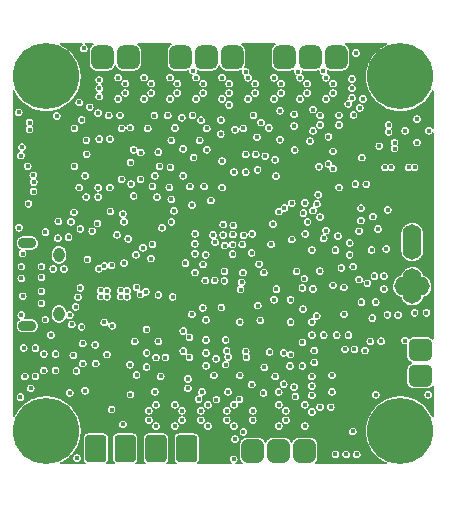
<source format=gbr>
G04 #@! TF.GenerationSoftware,KiCad,Pcbnew,(6.0.8)*
G04 #@! TF.CreationDate,2023-01-15T21:35:17+01:00*
G04 #@! TF.ProjectId,ultimateFC,756c7469-6d61-4746-9546-432e6b696361,rev?*
G04 #@! TF.SameCoordinates,Original*
G04 #@! TF.FileFunction,Copper,L3,Inr*
G04 #@! TF.FilePolarity,Positive*
%FSLAX46Y46*%
G04 Gerber Fmt 4.6, Leading zero omitted, Abs format (unit mm)*
G04 Created by KiCad (PCBNEW (6.0.8)) date 2023-01-15 21:35:17*
%MOMM*%
%LPD*%
G01*
G04 APERTURE LIST*
G04 #@! TA.AperFunction,ComponentPad*
%ADD10O,1.550000X0.890000*%
G04 #@! TD*
G04 #@! TA.AperFunction,ComponentPad*
%ADD11O,0.950000X1.250000*%
G04 #@! TD*
G04 #@! TA.AperFunction,ComponentPad*
%ADD12C,1.000000*%
G04 #@! TD*
G04 #@! TA.AperFunction,ComponentPad*
%ADD13C,5.600000*%
G04 #@! TD*
G04 #@! TA.AperFunction,ComponentPad*
%ADD14O,1.600000X3.000000*%
G04 #@! TD*
G04 #@! TA.AperFunction,ComponentPad*
%ADD15O,3.000000X1.600000*%
G04 #@! TD*
G04 #@! TA.AperFunction,ViaPad*
%ADD16C,0.400000*%
G04 #@! TD*
G04 APERTURE END LIST*
D10*
X98400000Y-114100000D03*
D11*
X101100000Y-120100000D03*
X101100000Y-115100000D03*
D10*
X98400000Y-121100000D03*
G04 #@! TA.AperFunction,ComponentPad*
G36*
G01*
X103300000Y-132380000D02*
X103300000Y-130620000D01*
G75*
G02*
X103570000Y-130350000I270000J0D01*
G01*
X104830000Y-130350000D01*
G75*
G02*
X105100000Y-130620000I0J-270000D01*
G01*
X105100000Y-132380000D01*
G75*
G02*
X104830000Y-132650000I-270000J0D01*
G01*
X103570000Y-132650000D01*
G75*
G02*
X103300000Y-132380000I0J270000D01*
G01*
G37*
G04 #@! TD.AperFunction*
D12*
X121970000Y-98820000D03*
G04 #@! TA.AperFunction,ComponentPad*
G36*
G01*
X121420000Y-98895000D02*
X121420000Y-97845000D01*
G75*
G02*
X121895000Y-97370000I475000J0D01*
G01*
X122845000Y-97370000D01*
G75*
G02*
X123320000Y-97845000I0J-475000D01*
G01*
X123320000Y-98895000D01*
G75*
G02*
X122845000Y-99370000I-475000J0D01*
G01*
X121895000Y-99370000D01*
G75*
G02*
X121420000Y-98895000I0J475000D01*
G01*
G37*
G04 #@! TD.AperFunction*
G04 #@! TA.AperFunction,ComponentPad*
G36*
G01*
X132225000Y-124090000D02*
X131175000Y-124090000D01*
G75*
G02*
X130700000Y-123615000I0J475000D01*
G01*
X130700000Y-122665000D01*
G75*
G02*
X131175000Y-122190000I475000J0D01*
G01*
X132225000Y-122190000D01*
G75*
G02*
X132700000Y-122665000I0J-475000D01*
G01*
X132700000Y-123615000D01*
G75*
G02*
X132225000Y-124090000I-475000J0D01*
G01*
G37*
G04 #@! TD.AperFunction*
X132150000Y-123540000D03*
X104370000Y-98820000D03*
G04 #@! TA.AperFunction,ComponentPad*
G36*
G01*
X103820000Y-98895000D02*
X103820000Y-97845000D01*
G75*
G02*
X104295000Y-97370000I475000J0D01*
G01*
X105245000Y-97370000D01*
G75*
G02*
X105720000Y-97845000I0J-475000D01*
G01*
X105720000Y-98895000D01*
G75*
G02*
X105245000Y-99370000I-475000J0D01*
G01*
X104295000Y-99370000D01*
G75*
G02*
X103820000Y-98895000I0J475000D01*
G01*
G37*
G04 #@! TD.AperFunction*
X117080000Y-132160000D03*
G04 #@! TA.AperFunction,ComponentPad*
G36*
G01*
X116530000Y-132235000D02*
X116530000Y-131185000D01*
G75*
G02*
X117005000Y-130710000I475000J0D01*
G01*
X117955000Y-130710000D01*
G75*
G02*
X118430000Y-131185000I0J-475000D01*
G01*
X118430000Y-132235000D01*
G75*
G02*
X117955000Y-132710000I-475000J0D01*
G01*
X117005000Y-132710000D01*
G75*
G02*
X116530000Y-132235000I0J475000D01*
G01*
G37*
G04 #@! TD.AperFunction*
X115370000Y-97920000D03*
G04 #@! TA.AperFunction,ComponentPad*
G36*
G01*
X116720000Y-97845000D02*
X116720000Y-98895000D01*
G75*
G02*
X116245000Y-99370000I-475000J0D01*
G01*
X115295000Y-99370000D01*
G75*
G02*
X114820000Y-98895000I0J475000D01*
G01*
X114820000Y-97845000D01*
G75*
G02*
X115295000Y-97370000I475000J0D01*
G01*
X116245000Y-97370000D01*
G75*
G02*
X116720000Y-97845000I0J-475000D01*
G01*
G37*
G04 #@! TD.AperFunction*
G04 #@! TA.AperFunction,ComponentPad*
G36*
G01*
X108400000Y-132380000D02*
X108400000Y-130620000D01*
G75*
G02*
X108670000Y-130350000I270000J0D01*
G01*
X109930000Y-130350000D01*
G75*
G02*
X110200000Y-130620000I0J-270000D01*
G01*
X110200000Y-132380000D01*
G75*
G02*
X109930000Y-132650000I-270000J0D01*
G01*
X108670000Y-132650000D01*
G75*
G02*
X108400000Y-132380000I0J270000D01*
G01*
G37*
G04 #@! TD.AperFunction*
G04 #@! TA.AperFunction,ComponentPad*
G36*
G01*
X108220000Y-98895000D02*
X108220000Y-97845000D01*
G75*
G02*
X108695000Y-97370000I475000J0D01*
G01*
X109645000Y-97370000D01*
G75*
G02*
X110120000Y-97845000I0J-475000D01*
G01*
X110120000Y-98895000D01*
G75*
G02*
X109645000Y-99370000I-475000J0D01*
G01*
X108695000Y-99370000D01*
G75*
G02*
X108220000Y-98895000I0J475000D01*
G01*
G37*
G04 #@! TD.AperFunction*
X108770000Y-98820000D03*
D13*
X100000000Y-130000000D03*
G04 #@! TA.AperFunction,ComponentPad*
G36*
G01*
X118730000Y-132235000D02*
X118730000Y-131185000D01*
G75*
G02*
X119205000Y-130710000I475000J0D01*
G01*
X120155000Y-130710000D01*
G75*
G02*
X120630000Y-131185000I0J-475000D01*
G01*
X120630000Y-132235000D01*
G75*
G02*
X120155000Y-132710000I-475000J0D01*
G01*
X119205000Y-132710000D01*
G75*
G02*
X118730000Y-132235000I0J475000D01*
G01*
G37*
G04 #@! TD.AperFunction*
D12*
X119280000Y-132160000D03*
D13*
X130000000Y-130000000D03*
D14*
X131000000Y-114000000D03*
D12*
X121480000Y-132160000D03*
G04 #@! TA.AperFunction,ComponentPad*
G36*
G01*
X120930000Y-132235000D02*
X120930000Y-131185000D01*
G75*
G02*
X121405000Y-130710000I475000J0D01*
G01*
X122355000Y-130710000D01*
G75*
G02*
X122830000Y-131185000I0J-475000D01*
G01*
X122830000Y-132235000D01*
G75*
G02*
X122355000Y-132710000I-475000J0D01*
G01*
X121405000Y-132710000D01*
G75*
G02*
X120930000Y-132235000I0J475000D01*
G01*
G37*
G04 #@! TD.AperFunction*
G04 #@! TA.AperFunction,ComponentPad*
G36*
G01*
X132225000Y-126290000D02*
X131175000Y-126290000D01*
G75*
G02*
X130700000Y-125815000I0J475000D01*
G01*
X130700000Y-124865000D01*
G75*
G02*
X131175000Y-124390000I475000J0D01*
G01*
X132225000Y-124390000D01*
G75*
G02*
X132700000Y-124865000I0J-475000D01*
G01*
X132700000Y-125815000D01*
G75*
G02*
X132225000Y-126290000I-475000J0D01*
G01*
G37*
G04 #@! TD.AperFunction*
X132150000Y-125740000D03*
X117570000Y-98820000D03*
G04 #@! TA.AperFunction,ComponentPad*
G36*
G01*
X117020000Y-98895000D02*
X117020000Y-97845000D01*
G75*
G02*
X117495000Y-97370000I475000J0D01*
G01*
X118445000Y-97370000D01*
G75*
G02*
X118920000Y-97845000I0J-475000D01*
G01*
X118920000Y-98895000D01*
G75*
G02*
X118445000Y-99370000I-475000J0D01*
G01*
X117495000Y-99370000D01*
G75*
G02*
X117020000Y-98895000I0J475000D01*
G01*
G37*
G04 #@! TD.AperFunction*
G04 #@! TA.AperFunction,ComponentPad*
G36*
G01*
X106020000Y-98895000D02*
X106020000Y-97845000D01*
G75*
G02*
X106495000Y-97370000I475000J0D01*
G01*
X107445000Y-97370000D01*
G75*
G02*
X107920000Y-97845000I0J-475000D01*
G01*
X107920000Y-98895000D01*
G75*
G02*
X107445000Y-99370000I-475000J0D01*
G01*
X106495000Y-99370000D01*
G75*
G02*
X106020000Y-98895000I0J475000D01*
G01*
G37*
G04 #@! TD.AperFunction*
X106570000Y-98820000D03*
G04 #@! TA.AperFunction,ComponentPad*
G36*
G01*
X112620000Y-98895000D02*
X112620000Y-97845000D01*
G75*
G02*
X113095000Y-97370000I475000J0D01*
G01*
X114045000Y-97370000D01*
G75*
G02*
X114520000Y-97845000I0J-475000D01*
G01*
X114520000Y-98895000D01*
G75*
G02*
X114045000Y-99370000I-475000J0D01*
G01*
X113095000Y-99370000D01*
G75*
G02*
X112620000Y-98895000I0J475000D01*
G01*
G37*
G04 #@! TD.AperFunction*
X113170000Y-98820000D03*
G04 #@! TA.AperFunction,ComponentPad*
G36*
G01*
X113500000Y-132380000D02*
X113500000Y-130620000D01*
G75*
G02*
X113770000Y-130350000I270000J0D01*
G01*
X115030000Y-130350000D01*
G75*
G02*
X115300000Y-130620000I0J-270000D01*
G01*
X115300000Y-132380000D01*
G75*
G02*
X115030000Y-132650000I-270000J0D01*
G01*
X113770000Y-132650000D01*
G75*
G02*
X113500000Y-132380000I0J270000D01*
G01*
G37*
G04 #@! TD.AperFunction*
D13*
X100000000Y-100000000D03*
X130000000Y-100000000D03*
G04 #@! TA.AperFunction,ComponentPad*
G36*
G01*
X111000000Y-132380000D02*
X111000000Y-130620000D01*
G75*
G02*
X111270000Y-130350000I270000J0D01*
G01*
X112530000Y-130350000D01*
G75*
G02*
X112800000Y-130620000I0J-270000D01*
G01*
X112800000Y-132380000D01*
G75*
G02*
X112530000Y-132650000I-270000J0D01*
G01*
X111270000Y-132650000D01*
G75*
G02*
X111000000Y-132380000I0J270000D01*
G01*
G37*
G04 #@! TD.AperFunction*
G04 #@! TA.AperFunction,ComponentPad*
G36*
G01*
X119220000Y-98895000D02*
X119220000Y-97845000D01*
G75*
G02*
X119695000Y-97370000I475000J0D01*
G01*
X120645000Y-97370000D01*
G75*
G02*
X121120000Y-97845000I0J-475000D01*
G01*
X121120000Y-98895000D01*
G75*
G02*
X120645000Y-99370000I-475000J0D01*
G01*
X119695000Y-99370000D01*
G75*
G02*
X119220000Y-98895000I0J475000D01*
G01*
G37*
G04 #@! TD.AperFunction*
D12*
X119770000Y-98820000D03*
G04 #@! TA.AperFunction,ComponentPad*
G36*
G01*
X105800000Y-132380000D02*
X105800000Y-130620000D01*
G75*
G02*
X106070000Y-130350000I270000J0D01*
G01*
X107330000Y-130350000D01*
G75*
G02*
X107600000Y-130620000I0J-270000D01*
G01*
X107600000Y-132380000D01*
G75*
G02*
X107330000Y-132650000I-270000J0D01*
G01*
X106070000Y-132650000D01*
G75*
G02*
X105800000Y-132380000I0J270000D01*
G01*
G37*
G04 #@! TD.AperFunction*
G04 #@! TA.AperFunction,ComponentPad*
G36*
G01*
X123620000Y-98895000D02*
X123620000Y-97845000D01*
G75*
G02*
X124095000Y-97370000I475000J0D01*
G01*
X125045000Y-97370000D01*
G75*
G02*
X125520000Y-97845000I0J-475000D01*
G01*
X125520000Y-98895000D01*
G75*
G02*
X125045000Y-99370000I-475000J0D01*
G01*
X124095000Y-99370000D01*
G75*
G02*
X123620000Y-98895000I0J475000D01*
G01*
G37*
G04 #@! TD.AperFunction*
X124170000Y-98820000D03*
D15*
X131000000Y-117750000D03*
D14*
X131000000Y-117750000D03*
G04 #@! TA.AperFunction,ComponentPad*
G36*
G01*
X110420000Y-98895000D02*
X110420000Y-97845000D01*
G75*
G02*
X110895000Y-97370000I475000J0D01*
G01*
X111845000Y-97370000D01*
G75*
G02*
X112320000Y-97845000I0J-475000D01*
G01*
X112320000Y-98895000D01*
G75*
G02*
X111845000Y-99370000I-475000J0D01*
G01*
X110895000Y-99370000D01*
G75*
G02*
X110420000Y-98895000I0J475000D01*
G01*
G37*
G04 #@! TD.AperFunction*
D12*
X110970000Y-98820000D03*
D16*
X115885000Y-132400000D03*
X122910000Y-120270000D03*
X130385000Y-122360000D03*
X100900000Y-103350000D03*
X130400000Y-104600000D03*
X130700000Y-107700000D03*
X98950000Y-108940000D03*
X122700000Y-124200000D03*
X97830000Y-127145000D03*
X122500000Y-125400000D03*
X107500000Y-122425000D03*
X105155000Y-118119999D03*
X127900000Y-119100000D03*
X101035000Y-112260000D03*
X113550000Y-124490000D03*
X97862500Y-106690000D03*
X125225000Y-120140000D03*
X115990000Y-130710000D03*
X98000000Y-115000000D03*
X126000000Y-116100000D03*
X116895000Y-99610000D03*
X122500000Y-121900000D03*
X124500000Y-132000000D03*
X115100000Y-116490000D03*
X104465000Y-116280000D03*
X125600000Y-121900000D03*
X115120000Y-114310000D03*
X122500000Y-128400000D03*
X127110000Y-109120000D03*
X106255000Y-103300000D03*
X131200000Y-107700000D03*
X106855000Y-118119999D03*
X104625000Y-118639999D03*
X112130000Y-122080000D03*
X126500000Y-117200000D03*
X112445000Y-99525000D03*
X129200000Y-107700000D03*
X122500000Y-126200000D03*
X108500000Y-121425000D03*
X109505000Y-118499509D03*
X107100000Y-124400000D03*
X112353651Y-110893651D03*
X117405000Y-126080000D03*
X123170000Y-116480000D03*
X113951225Y-110496225D03*
X123500000Y-113700000D03*
X120115000Y-126045000D03*
X121045000Y-106220000D03*
X125965000Y-130055000D03*
X103005000Y-103665000D03*
X120800000Y-113800000D03*
X126300000Y-132000000D03*
X124600000Y-121900000D03*
X123500000Y-121900000D03*
X104920000Y-120815000D03*
X109300000Y-127800000D03*
X102565000Y-124935000D03*
X122590000Y-111350000D03*
X102000000Y-126800000D03*
X117450000Y-113330000D03*
X124285000Y-117685000D03*
X103300000Y-126600000D03*
X111610000Y-121550000D03*
X128600000Y-118000000D03*
X129000000Y-104100000D03*
X103500000Y-115500000D03*
X117850000Y-105150000D03*
X112130000Y-123780000D03*
X122700000Y-123200000D03*
X131400000Y-103600000D03*
X122340000Y-105472398D03*
X124290000Y-106350000D03*
X98700000Y-126400000D03*
X111610000Y-123250000D03*
X97900000Y-120200000D03*
X118550000Y-106750000D03*
X126730000Y-106860000D03*
X123105000Y-107635000D03*
X126649999Y-112200000D03*
X97675000Y-103045000D03*
X126240000Y-98000000D03*
X114835000Y-119560000D03*
X128360000Y-122420000D03*
X124500000Y-114700000D03*
X103190000Y-97620000D03*
X117920000Y-119405000D03*
X106000000Y-113400000D03*
X128700000Y-107700000D03*
X112175661Y-109305309D03*
X132350000Y-126950000D03*
X126660000Y-111160000D03*
X97962500Y-105990000D03*
X113380000Y-109310000D03*
X122590000Y-117985000D03*
X109500000Y-122425000D03*
X110705000Y-118660000D03*
X102165000Y-120995000D03*
X118430000Y-116590000D03*
X123475000Y-99570000D03*
X107980000Y-118470000D03*
X97900000Y-116100000D03*
X98937500Y-109740000D03*
X109300000Y-129600000D03*
X98025500Y-118600000D03*
X121865000Y-117115000D03*
X114790000Y-104880000D03*
X112340000Y-120135000D03*
X100400000Y-121900000D03*
X129500000Y-106100000D03*
X116965000Y-123790000D03*
X113120000Y-103705000D03*
X126190000Y-109110000D03*
X116660733Y-116599999D03*
X119705000Y-111440000D03*
X104340000Y-112450000D03*
X108010000Y-106440000D03*
X102615000Y-132300000D03*
X127905000Y-126950000D03*
X97900000Y-117100000D03*
X121325000Y-99590000D03*
X116365000Y-127335000D03*
X125000000Y-116200000D03*
X99935000Y-120585000D03*
X125210000Y-117845000D03*
X122500000Y-114700000D03*
X108880000Y-115420000D03*
X113536501Y-123400000D03*
X126500000Y-113100000D03*
X125400000Y-132000000D03*
X120100000Y-123400000D03*
X106325000Y-118639999D03*
X119200000Y-112500000D03*
X127450000Y-122430000D03*
X129000000Y-104700000D03*
X109825000Y-112815000D03*
X109160000Y-103310000D03*
X129500000Y-105600000D03*
X115415000Y-123750000D03*
X98916887Y-108354682D03*
X99945000Y-113180000D03*
X114800000Y-103700000D03*
X113510000Y-115090000D03*
X122500000Y-127000000D03*
X131400000Y-105600000D03*
X111480000Y-103493000D03*
X104625000Y-118099999D03*
X106854719Y-118644502D03*
X105154719Y-118644502D03*
X126550000Y-102660000D03*
X111500000Y-129100000D03*
X108500000Y-123400000D03*
X126820000Y-101900000D03*
X112400000Y-103287000D03*
X108500000Y-124600000D03*
X106325000Y-118099999D03*
X126030000Y-103260000D03*
X111500000Y-128300000D03*
X98600000Y-103900000D03*
X98600000Y-104500000D03*
X97700000Y-112800000D03*
X124300000Y-107800000D03*
X123900000Y-107400000D03*
X101100000Y-111000000D03*
X118500000Y-106050000D03*
X131200000Y-121600000D03*
X117500000Y-117200000D03*
X112150000Y-123250000D03*
X117610000Y-120590000D03*
X118475000Y-112620000D03*
X112150000Y-121550000D03*
X103850000Y-129100000D03*
X120980000Y-108550000D03*
X101100000Y-111500000D03*
X123500000Y-115700000D03*
X111605498Y-122079719D03*
X103310000Y-101720000D03*
X118860000Y-115720000D03*
X114951144Y-115904500D03*
X112670000Y-115790000D03*
X114950000Y-115000000D03*
X108010000Y-107300000D03*
X132200000Y-121600000D03*
X117300000Y-105150000D03*
X120940000Y-109340000D03*
X122760000Y-109100000D03*
X106880000Y-113030000D03*
X107990000Y-104920000D03*
X111605498Y-123779719D03*
X127200000Y-117500000D03*
X131200000Y-120000000D03*
X127800000Y-116900000D03*
X128600000Y-116900000D03*
X132200000Y-120000000D03*
X98500000Y-110770000D03*
X98445000Y-107595000D03*
X128920000Y-111290000D03*
X128200000Y-105900000D03*
X125700000Y-115100000D03*
X125700000Y-114100000D03*
X125300000Y-123100000D03*
X126100000Y-123100000D03*
X118035000Y-115890000D03*
X113285000Y-115915000D03*
X115790000Y-115040000D03*
X114310000Y-114040000D03*
X116700000Y-130100000D03*
X121210000Y-116500000D03*
X132400000Y-104600000D03*
X101500000Y-116300000D03*
X100600000Y-116300000D03*
X114900000Y-107150000D03*
X117750000Y-106600000D03*
X116900000Y-106600000D03*
X127000000Y-123200000D03*
X127620000Y-120460000D03*
X126700000Y-119100000D03*
X107131275Y-104331275D03*
X106400000Y-104400000D03*
X105400000Y-105300000D03*
X104500000Y-105300000D03*
X108600000Y-104400000D03*
X103408651Y-105391349D03*
X102400000Y-104400000D03*
X110600000Y-105400000D03*
X110910000Y-104350000D03*
X110300000Y-103300000D03*
X113600000Y-104400000D03*
X113000000Y-105400000D03*
X107200000Y-109100000D03*
X106400000Y-108700000D03*
X105400000Y-109400000D03*
X104410000Y-109420000D03*
X109000000Y-109300000D03*
X109200000Y-108400000D03*
X102800000Y-109400000D03*
X103300000Y-108400000D03*
X111600000Y-108400000D03*
X110430000Y-109395000D03*
X99800000Y-123500000D03*
X100800000Y-123500000D03*
X100800000Y-124900000D03*
X99800000Y-124900000D03*
X119500000Y-118000000D03*
X119300000Y-118900000D03*
X118476349Y-124623651D03*
X119400000Y-125400000D03*
X120700000Y-118900000D03*
X121700000Y-117900000D03*
X121700000Y-124500000D03*
X120650000Y-124500000D03*
X98200000Y-125400000D03*
X106600000Y-115800000D03*
X99100000Y-125400000D03*
X106600000Y-112300000D03*
X106950000Y-113750000D03*
X105538999Y-115988999D03*
X99100000Y-123000000D03*
X98100000Y-122990000D03*
X107655297Y-117859835D03*
X108443612Y-118224711D03*
X102000000Y-120200000D03*
X103400000Y-110200000D03*
X102345000Y-111505000D03*
X116460000Y-118040000D03*
X129800000Y-120200000D03*
X116570000Y-117420000D03*
X128900000Y-120170000D03*
X118137715Y-120654107D03*
X116400000Y-120800000D03*
X102300000Y-123600000D03*
X103100000Y-122600000D03*
X124100000Y-128000000D03*
X123200000Y-128000000D03*
X121100000Y-127100000D03*
X118920000Y-123330000D03*
X116895455Y-123270129D03*
X121700000Y-122500000D03*
X120700000Y-123550000D03*
X99600000Y-116100000D03*
X99600000Y-117000000D03*
X99600000Y-118200000D03*
X99600000Y-119200000D03*
X121750000Y-119700000D03*
X120700000Y-120800000D03*
X115000000Y-112540000D03*
X116000000Y-104500000D03*
X115500000Y-101400000D03*
X115500000Y-100600000D03*
X117700000Y-100600000D03*
X117700000Y-101400000D03*
X118200000Y-103900000D03*
X119393499Y-107048940D03*
X117550000Y-103300000D03*
X116700000Y-104400000D03*
X113600000Y-106200000D03*
X112490000Y-106860000D03*
X122600000Y-102800000D03*
X119053651Y-114203651D03*
X122600000Y-104600000D03*
X125900000Y-100200000D03*
X125900000Y-101800000D03*
X125900000Y-101000000D03*
X121942654Y-113323501D03*
X117100000Y-100100000D03*
X117100000Y-101900000D03*
X115790000Y-114240000D03*
X114900000Y-100100000D03*
X114900000Y-101900000D03*
X115810000Y-113370000D03*
X112700000Y-100100000D03*
X112700000Y-101900000D03*
X115850000Y-112600000D03*
X128800000Y-114600000D03*
X124700000Y-113500000D03*
X122929342Y-110784000D03*
X127550000Y-114690000D03*
X123040000Y-110010000D03*
X104500000Y-101700000D03*
X104936158Y-116044538D03*
X104500000Y-101000000D03*
X112610000Y-115000000D03*
X101000000Y-113700000D03*
X102800000Y-102200000D03*
X104500000Y-100300000D03*
X104400000Y-103100000D03*
X108900000Y-100600000D03*
X108900000Y-101400000D03*
X102100000Y-112300000D03*
X105300000Y-103300000D03*
X111100000Y-100600000D03*
X102900000Y-112900000D03*
X111100000Y-101400000D03*
X113536505Y-122300000D03*
X115200000Y-122300000D03*
X123200000Y-104100000D03*
X123200000Y-103300000D03*
X118850000Y-104350000D03*
X119800000Y-102900000D03*
X121000000Y-104200000D03*
X121000000Y-103200000D03*
X114400000Y-123900000D03*
X115300000Y-128300000D03*
X115300000Y-129100000D03*
X112000000Y-125600000D03*
X112000000Y-126400000D03*
X115090000Y-117290000D03*
X115400000Y-126700000D03*
X116400000Y-125300000D03*
X115200000Y-124400000D03*
X118400000Y-126800000D03*
X119700000Y-129600000D03*
X119700000Y-127800000D03*
X117500000Y-129100000D03*
X117500000Y-128300000D03*
X115285796Y-123235953D03*
X121900000Y-129600000D03*
X119688225Y-126712644D03*
X121900000Y-127800000D03*
X124800000Y-104100000D03*
X124800000Y-103300000D03*
X117396017Y-114943909D03*
X114900000Y-109400000D03*
X115900000Y-108100000D03*
X116900000Y-108100000D03*
X117900000Y-107900000D03*
X102400000Y-107600000D03*
X103440000Y-106580000D03*
X109500000Y-106400000D03*
X109600000Y-107600000D03*
X107150000Y-107290000D03*
X107400000Y-106200000D03*
X108000000Y-108700000D03*
X103900000Y-113100000D03*
X109700000Y-125400000D03*
X113470000Y-117280000D03*
X109200000Y-126700000D03*
X105550000Y-128200000D03*
X106500000Y-129450000D03*
X105150000Y-123540000D03*
X104160000Y-122720000D03*
X105600000Y-121100000D03*
X113262497Y-119600000D03*
X113100000Y-129100000D03*
X113100000Y-128300000D03*
X114200000Y-125300000D03*
X113536501Y-120600000D03*
X113200000Y-126700000D03*
X112600000Y-116600000D03*
X110100000Y-123800000D03*
X120300000Y-129100000D03*
X120300000Y-128300000D03*
X110900000Y-129600000D03*
X110900000Y-127800000D03*
X114270000Y-117270000D03*
X109000000Y-114200000D03*
X113700000Y-129600000D03*
X113700000Y-127800000D03*
X109300000Y-123800000D03*
X112617973Y-113318927D03*
X115900000Y-129600000D03*
X103000000Y-121200000D03*
X115900000Y-127800000D03*
X114420000Y-127360000D03*
X104200000Y-124300000D03*
X112910000Y-127320000D03*
X103100000Y-124300000D03*
X110600000Y-112300000D03*
X110530000Y-107680000D03*
X111600000Y-106130000D03*
X110826002Y-111373303D03*
X110600000Y-110400000D03*
X107600000Y-115100000D03*
X107140000Y-126940000D03*
X107653905Y-125271467D03*
X108700000Y-129100000D03*
X108700000Y-128300000D03*
X108200000Y-114500000D03*
X114130000Y-113410000D03*
X108300000Y-101900000D03*
X108300000Y-100100000D03*
X106100000Y-100100000D03*
X112590000Y-114160000D03*
X106100000Y-101900000D03*
X106700000Y-101400000D03*
X106700000Y-100600000D03*
X101900000Y-113600000D03*
X103700000Y-102600000D03*
X102900000Y-117900000D03*
X109388946Y-110209004D03*
X107400000Y-110100000D03*
X102700000Y-118700000D03*
X106497678Y-111652322D03*
X104400000Y-110200000D03*
X105440000Y-111410000D03*
X102500000Y-119500000D03*
X127670000Y-111860000D03*
X116610000Y-114220000D03*
X123700000Y-113040000D03*
X128100000Y-112900000D03*
X122130000Y-112300000D03*
X122500000Y-120800000D03*
X116720000Y-113446000D03*
X119460000Y-108450000D03*
X122100000Y-100600000D03*
X122100000Y-101400000D03*
X123700000Y-101900000D03*
X123900000Y-105100000D03*
X123700000Y-100100000D03*
X123200000Y-111900000D03*
X110500000Y-100100000D03*
X114990000Y-113420000D03*
X110500000Y-101900000D03*
X121500000Y-101900000D03*
X121500000Y-100100000D03*
X121787214Y-111563000D03*
X113300000Y-101400000D03*
X115500000Y-102400000D03*
X113300000Y-100600000D03*
X120800000Y-110726002D03*
X119300000Y-101900000D03*
X119300000Y-100100000D03*
X121900000Y-110700000D03*
X124800000Y-109400000D03*
X125578186Y-102330884D03*
X124300000Y-100600000D03*
X124300000Y-101400000D03*
X111800000Y-115800000D03*
X124200000Y-125300000D03*
X121000000Y-126300000D03*
X124200000Y-126700000D03*
X119900000Y-100600000D03*
X119900000Y-101400000D03*
X120181499Y-111133547D03*
X119800000Y-105350000D03*
G04 #@! TA.AperFunction,Conductor*
G36*
X103064040Y-97204209D02*
G01*
X103082537Y-97214888D01*
X103096267Y-97231250D01*
X103103572Y-97251321D01*
X103103572Y-97272679D01*
X103096267Y-97292750D01*
X103082537Y-97309112D01*
X103066541Y-97318819D01*
X103041769Y-97329080D01*
X102998084Y-97355850D01*
X102959125Y-97389125D01*
X102925850Y-97428084D01*
X102899080Y-97471769D01*
X102879473Y-97519104D01*
X102867513Y-97568923D01*
X102863493Y-97620000D01*
X102867513Y-97671077D01*
X102879473Y-97720896D01*
X102880397Y-97723126D01*
X102880397Y-97723127D01*
X102881455Y-97725680D01*
X102899080Y-97768231D01*
X102925850Y-97811916D01*
X102959125Y-97850875D01*
X102998084Y-97884150D01*
X103041769Y-97910920D01*
X103089104Y-97930527D01*
X103138923Y-97942487D01*
X103190000Y-97946507D01*
X103241077Y-97942487D01*
X103290896Y-97930527D01*
X103338231Y-97910920D01*
X103381916Y-97884150D01*
X103420875Y-97850875D01*
X103454150Y-97811916D01*
X103480920Y-97768231D01*
X103498545Y-97725680D01*
X103499603Y-97723127D01*
X103499603Y-97723126D01*
X103500527Y-97720896D01*
X103512487Y-97671077D01*
X103516507Y-97620000D01*
X103512487Y-97568923D01*
X103500527Y-97519104D01*
X103480920Y-97471769D01*
X103454150Y-97428084D01*
X103420875Y-97389125D01*
X103381916Y-97355850D01*
X103338231Y-97329080D01*
X103313459Y-97318819D01*
X103295445Y-97307342D01*
X103282443Y-97290397D01*
X103276020Y-97270027D01*
X103276952Y-97248689D01*
X103285126Y-97228956D01*
X103299555Y-97213209D01*
X103318501Y-97203346D01*
X103336994Y-97200500D01*
X103981331Y-97200500D01*
X104002365Y-97204209D01*
X104020862Y-97214888D01*
X104034592Y-97231250D01*
X104041897Y-97251321D01*
X104041897Y-97272679D01*
X104034592Y-97292750D01*
X104020862Y-97309112D01*
X104010677Y-97316047D01*
X104003843Y-97319757D01*
X103979590Y-97332925D01*
X103979585Y-97332928D01*
X103978027Y-97333774D01*
X103921368Y-97373594D01*
X103920045Y-97374773D01*
X103920041Y-97374776D01*
X103871943Y-97417631D01*
X103869663Y-97419663D01*
X103868486Y-97420984D01*
X103825076Y-97469705D01*
X103823594Y-97471368D01*
X103783774Y-97528027D01*
X103750730Y-97588886D01*
X103724900Y-97653140D01*
X103724433Y-97654847D01*
X103724432Y-97654850D01*
X103718079Y-97678076D01*
X103706627Y-97719937D01*
X103696152Y-97788392D01*
X103694500Y-97823417D01*
X103694501Y-98916582D01*
X103696152Y-98951608D01*
X103696394Y-98953190D01*
X103696395Y-98953199D01*
X103704692Y-99007418D01*
X103706627Y-99020063D01*
X103724900Y-99086860D01*
X103750730Y-99151114D01*
X103751572Y-99152664D01*
X103751576Y-99152672D01*
X103778638Y-99202513D01*
X103783774Y-99211973D01*
X103823594Y-99268632D01*
X103824773Y-99269955D01*
X103824776Y-99269959D01*
X103856562Y-99305633D01*
X103869663Y-99320337D01*
X103870984Y-99321514D01*
X103896880Y-99344587D01*
X103921368Y-99366406D01*
X103978027Y-99406226D01*
X103979585Y-99407072D01*
X103979590Y-99407075D01*
X104006653Y-99421769D01*
X104038886Y-99439270D01*
X104067496Y-99450771D01*
X104100404Y-99464000D01*
X104103140Y-99465100D01*
X104104847Y-99465567D01*
X104104850Y-99465568D01*
X104168229Y-99482906D01*
X104168233Y-99482907D01*
X104169937Y-99483373D01*
X104238392Y-99493848D01*
X104239988Y-99493923D01*
X104239995Y-99493924D01*
X104254970Y-99494630D01*
X104273417Y-99495500D01*
X104769309Y-99495500D01*
X105266582Y-99495499D01*
X105301608Y-99493848D01*
X105303190Y-99493606D01*
X105303199Y-99493605D01*
X105357418Y-99485308D01*
X105370063Y-99483373D01*
X105371767Y-99482907D01*
X105371771Y-99482906D01*
X105435150Y-99465568D01*
X105435153Y-99465567D01*
X105436860Y-99465100D01*
X105439597Y-99464000D01*
X105472504Y-99450771D01*
X105501114Y-99439270D01*
X105533347Y-99421769D01*
X105560410Y-99407075D01*
X105560415Y-99407072D01*
X105561973Y-99406226D01*
X105618632Y-99366406D01*
X105643121Y-99344587D01*
X105669016Y-99321514D01*
X105670337Y-99320337D01*
X105683438Y-99305633D01*
X105715224Y-99269959D01*
X105715227Y-99269955D01*
X105716406Y-99268632D01*
X105756226Y-99211973D01*
X105761363Y-99202513D01*
X105788424Y-99152672D01*
X105788428Y-99152664D01*
X105789270Y-99151114D01*
X105812938Y-99092238D01*
X105824225Y-99074105D01*
X105841033Y-99060926D01*
X105861335Y-99054291D01*
X105882682Y-99054999D01*
X105902499Y-99062965D01*
X105918397Y-99077229D01*
X105927062Y-99092238D01*
X105950730Y-99151114D01*
X105951572Y-99152664D01*
X105951576Y-99152672D01*
X105978638Y-99202513D01*
X105983774Y-99211973D01*
X106023594Y-99268632D01*
X106024773Y-99269955D01*
X106024776Y-99269959D01*
X106056562Y-99305633D01*
X106069663Y-99320337D01*
X106070984Y-99321514D01*
X106096880Y-99344587D01*
X106121368Y-99366406D01*
X106178027Y-99406226D01*
X106179585Y-99407072D01*
X106179590Y-99407075D01*
X106206653Y-99421769D01*
X106238886Y-99439270D01*
X106267496Y-99450771D01*
X106300404Y-99464000D01*
X106303140Y-99465100D01*
X106304847Y-99465567D01*
X106304850Y-99465568D01*
X106368229Y-99482906D01*
X106368233Y-99482907D01*
X106369937Y-99483373D01*
X106438392Y-99493848D01*
X106439988Y-99493923D01*
X106439995Y-99493924D01*
X106454970Y-99494630D01*
X106473417Y-99495500D01*
X106969309Y-99495500D01*
X107466582Y-99495499D01*
X107501608Y-99493848D01*
X107503190Y-99493606D01*
X107503199Y-99493605D01*
X107557418Y-99485308D01*
X107570063Y-99483373D01*
X107571767Y-99482907D01*
X107571771Y-99482906D01*
X107635150Y-99465568D01*
X107635153Y-99465567D01*
X107636860Y-99465100D01*
X107639597Y-99464000D01*
X107672504Y-99450771D01*
X107701114Y-99439270D01*
X107733347Y-99421769D01*
X107760410Y-99407075D01*
X107760415Y-99407072D01*
X107761973Y-99406226D01*
X107818632Y-99366406D01*
X107843121Y-99344587D01*
X107869016Y-99321514D01*
X107870337Y-99320337D01*
X107883438Y-99305633D01*
X107915224Y-99269959D01*
X107915227Y-99269955D01*
X107916406Y-99268632D01*
X107956226Y-99211973D01*
X107961363Y-99202513D01*
X107988424Y-99152672D01*
X107988428Y-99152664D01*
X107989270Y-99151114D01*
X108015100Y-99086860D01*
X108033373Y-99020063D01*
X108043848Y-98951608D01*
X108045500Y-98916583D01*
X108045499Y-97823418D01*
X108043848Y-97788392D01*
X108043605Y-97786798D01*
X108033641Y-97721689D01*
X108033373Y-97719937D01*
X108021922Y-97678076D01*
X108015568Y-97654850D01*
X108015567Y-97654847D01*
X108015100Y-97653140D01*
X107989270Y-97588886D01*
X107956226Y-97528027D01*
X107916406Y-97471368D01*
X107914925Y-97469705D01*
X107871514Y-97420984D01*
X107870337Y-97419663D01*
X107868057Y-97417631D01*
X107819959Y-97374776D01*
X107819955Y-97374773D01*
X107818632Y-97373594D01*
X107761973Y-97333774D01*
X107760415Y-97332928D01*
X107760410Y-97332925D01*
X107736157Y-97319757D01*
X107729324Y-97316047D01*
X107712608Y-97302751D01*
X107701448Y-97284540D01*
X107697190Y-97263610D01*
X107700347Y-97242486D01*
X107710539Y-97223715D01*
X107726535Y-97209563D01*
X107746408Y-97201735D01*
X107758669Y-97200500D01*
X110581331Y-97200500D01*
X110602365Y-97204209D01*
X110620862Y-97214888D01*
X110634592Y-97231250D01*
X110641897Y-97251321D01*
X110641897Y-97272679D01*
X110634592Y-97292750D01*
X110620862Y-97309112D01*
X110610677Y-97316047D01*
X110603843Y-97319757D01*
X110579590Y-97332925D01*
X110579585Y-97332928D01*
X110578027Y-97333774D01*
X110521368Y-97373594D01*
X110520045Y-97374773D01*
X110520041Y-97374776D01*
X110471943Y-97417631D01*
X110469663Y-97419663D01*
X110468486Y-97420984D01*
X110425076Y-97469705D01*
X110423594Y-97471368D01*
X110383774Y-97528027D01*
X110350730Y-97588886D01*
X110324900Y-97653140D01*
X110324433Y-97654847D01*
X110324432Y-97654850D01*
X110318079Y-97678076D01*
X110306627Y-97719937D01*
X110296152Y-97788392D01*
X110294500Y-97823417D01*
X110294501Y-98916582D01*
X110296152Y-98951608D01*
X110296394Y-98953190D01*
X110296395Y-98953199D01*
X110304692Y-99007418D01*
X110306627Y-99020063D01*
X110324900Y-99086860D01*
X110350730Y-99151114D01*
X110351572Y-99152664D01*
X110351576Y-99152672D01*
X110378638Y-99202513D01*
X110383774Y-99211973D01*
X110423594Y-99268632D01*
X110424773Y-99269955D01*
X110424776Y-99269959D01*
X110456562Y-99305633D01*
X110469663Y-99320337D01*
X110470984Y-99321514D01*
X110496880Y-99344587D01*
X110521368Y-99366406D01*
X110578027Y-99406226D01*
X110579585Y-99407072D01*
X110579590Y-99407075D01*
X110606653Y-99421769D01*
X110638886Y-99439270D01*
X110667496Y-99450771D01*
X110700404Y-99464000D01*
X110703140Y-99465100D01*
X110704847Y-99465567D01*
X110704850Y-99465568D01*
X110768229Y-99482906D01*
X110768233Y-99482907D01*
X110769937Y-99483373D01*
X110838392Y-99493848D01*
X110839988Y-99493923D01*
X110839995Y-99493924D01*
X110854970Y-99494630D01*
X110873417Y-99495500D01*
X111369309Y-99495500D01*
X111866582Y-99495499D01*
X111901608Y-99493848D01*
X111903190Y-99493606D01*
X111903199Y-99493605D01*
X111957418Y-99485308D01*
X111970063Y-99483373D01*
X111971767Y-99482907D01*
X111971771Y-99482906D01*
X112035154Y-99465567D01*
X112035159Y-99465565D01*
X112036860Y-99465100D01*
X112037812Y-99464717D01*
X112058687Y-99461560D01*
X112079624Y-99465783D01*
X112097855Y-99476911D01*
X112111180Y-99493604D01*
X112117992Y-99513847D01*
X112118665Y-99522809D01*
X112118493Y-99525000D01*
X112122513Y-99576077D01*
X112134473Y-99625896D01*
X112154080Y-99673231D01*
X112180850Y-99716916D01*
X112182417Y-99718751D01*
X112182418Y-99718752D01*
X112197150Y-99736000D01*
X112214125Y-99755875D01*
X112215962Y-99757444D01*
X112223348Y-99763752D01*
X112253084Y-99789150D01*
X112296769Y-99815920D01*
X112308731Y-99820875D01*
X112341835Y-99834587D01*
X112344104Y-99835527D01*
X112372917Y-99842444D01*
X112380535Y-99844273D01*
X112400123Y-99852790D01*
X112415616Y-99867492D01*
X112425146Y-99886607D01*
X112427564Y-99907828D01*
X112422578Y-99928597D01*
X112418621Y-99936200D01*
X112409080Y-99951769D01*
X112389473Y-99999104D01*
X112377513Y-100048923D01*
X112373493Y-100100000D01*
X112377513Y-100151077D01*
X112389473Y-100200896D01*
X112409080Y-100248231D01*
X112435850Y-100291916D01*
X112437417Y-100293751D01*
X112437418Y-100293752D01*
X112443520Y-100300896D01*
X112469125Y-100330875D01*
X112470962Y-100332444D01*
X112489959Y-100348669D01*
X112508084Y-100364150D01*
X112551769Y-100390920D01*
X112599104Y-100410527D01*
X112648923Y-100422487D01*
X112700000Y-100426507D01*
X112751077Y-100422487D01*
X112800896Y-100410527D01*
X112848231Y-100390920D01*
X112891916Y-100364150D01*
X112910042Y-100348669D01*
X112929038Y-100332444D01*
X112930875Y-100330875D01*
X112956480Y-100300896D01*
X112962582Y-100293752D01*
X112962583Y-100293751D01*
X112964150Y-100291916D01*
X112990920Y-100248231D01*
X113010527Y-100200896D01*
X113022487Y-100151077D01*
X113026507Y-100100000D01*
X114573493Y-100100000D01*
X114577513Y-100151077D01*
X114589473Y-100200896D01*
X114609080Y-100248231D01*
X114635850Y-100291916D01*
X114637417Y-100293751D01*
X114637418Y-100293752D01*
X114643520Y-100300896D01*
X114669125Y-100330875D01*
X114670962Y-100332444D01*
X114689959Y-100348669D01*
X114708084Y-100364150D01*
X114751769Y-100390920D01*
X114799104Y-100410527D01*
X114848923Y-100422487D01*
X114900000Y-100426507D01*
X114951077Y-100422487D01*
X115000896Y-100410527D01*
X115048231Y-100390920D01*
X115091916Y-100364150D01*
X115110042Y-100348669D01*
X115129038Y-100332444D01*
X115130875Y-100330875D01*
X115156480Y-100300896D01*
X115162582Y-100293752D01*
X115162583Y-100293751D01*
X115164150Y-100291916D01*
X115190920Y-100248231D01*
X115210527Y-100200896D01*
X115222487Y-100151077D01*
X115226507Y-100100000D01*
X115222487Y-100048923D01*
X115210527Y-99999104D01*
X115190920Y-99951769D01*
X115164150Y-99908084D01*
X115149044Y-99890397D01*
X115132444Y-99870962D01*
X115130875Y-99869125D01*
X115110248Y-99851507D01*
X115093752Y-99837418D01*
X115093751Y-99837417D01*
X115091916Y-99835850D01*
X115048231Y-99809080D01*
X115006176Y-99791660D01*
X115003127Y-99790397D01*
X115003126Y-99790397D01*
X115000896Y-99789473D01*
X114951077Y-99777513D01*
X114900000Y-99773493D01*
X114848923Y-99777513D01*
X114799104Y-99789473D01*
X114796874Y-99790397D01*
X114796873Y-99790397D01*
X114793824Y-99791660D01*
X114751769Y-99809080D01*
X114708084Y-99835850D01*
X114706249Y-99837417D01*
X114706248Y-99837418D01*
X114689752Y-99851507D01*
X114669125Y-99869125D01*
X114667556Y-99870962D01*
X114650957Y-99890397D01*
X114635850Y-99908084D01*
X114609080Y-99951769D01*
X114589473Y-99999104D01*
X114577513Y-100048923D01*
X114573493Y-100100000D01*
X113026507Y-100100000D01*
X113022487Y-100048923D01*
X113010527Y-99999104D01*
X112990920Y-99951769D01*
X112964150Y-99908084D01*
X112949044Y-99890397D01*
X112932444Y-99870962D01*
X112930875Y-99869125D01*
X112910248Y-99851507D01*
X112893752Y-99837418D01*
X112893751Y-99837417D01*
X112891916Y-99835850D01*
X112848231Y-99809080D01*
X112806176Y-99791660D01*
X112803127Y-99790397D01*
X112803126Y-99790397D01*
X112800896Y-99789473D01*
X112764465Y-99780727D01*
X112744877Y-99772210D01*
X112729384Y-99757508D01*
X112719854Y-99738393D01*
X112717436Y-99717172D01*
X112722422Y-99696403D01*
X112726379Y-99688800D01*
X112735920Y-99673231D01*
X112755527Y-99625896D01*
X112767487Y-99576077D01*
X112771507Y-99525000D01*
X112770120Y-99507380D01*
X112772166Y-99486122D01*
X112781361Y-99466844D01*
X112796595Y-99451873D01*
X112816030Y-99443015D01*
X112837323Y-99441339D01*
X112854368Y-99445494D01*
X112867496Y-99450771D01*
X112900404Y-99464000D01*
X112903140Y-99465100D01*
X112904847Y-99465567D01*
X112904850Y-99465568D01*
X112968229Y-99482906D01*
X112968233Y-99482907D01*
X112969937Y-99483373D01*
X113038392Y-99493848D01*
X113039988Y-99493923D01*
X113039995Y-99493924D01*
X113054970Y-99494630D01*
X113073417Y-99495500D01*
X113569309Y-99495500D01*
X114066582Y-99495499D01*
X114101608Y-99493848D01*
X114103190Y-99493606D01*
X114103199Y-99493605D01*
X114157418Y-99485308D01*
X114170063Y-99483373D01*
X114171767Y-99482907D01*
X114171771Y-99482906D01*
X114235150Y-99465568D01*
X114235153Y-99465567D01*
X114236860Y-99465100D01*
X114239597Y-99464000D01*
X114272504Y-99450771D01*
X114301114Y-99439270D01*
X114333347Y-99421769D01*
X114360410Y-99407075D01*
X114360415Y-99407072D01*
X114361973Y-99406226D01*
X114418632Y-99366406D01*
X114443121Y-99344587D01*
X114469016Y-99321514D01*
X114470337Y-99320337D01*
X114483438Y-99305633D01*
X114515224Y-99269959D01*
X114515227Y-99269955D01*
X114516406Y-99268632D01*
X114556226Y-99211973D01*
X114561363Y-99202513D01*
X114588424Y-99152672D01*
X114588428Y-99152664D01*
X114589270Y-99151114D01*
X114612938Y-99092238D01*
X114624225Y-99074105D01*
X114641033Y-99060926D01*
X114661335Y-99054291D01*
X114682682Y-99054999D01*
X114702499Y-99062965D01*
X114718397Y-99077229D01*
X114727062Y-99092238D01*
X114750730Y-99151114D01*
X114751572Y-99152664D01*
X114751576Y-99152672D01*
X114778638Y-99202513D01*
X114783774Y-99211973D01*
X114823594Y-99268632D01*
X114824773Y-99269955D01*
X114824776Y-99269959D01*
X114856562Y-99305633D01*
X114869663Y-99320337D01*
X114870984Y-99321514D01*
X114896880Y-99344587D01*
X114921368Y-99366406D01*
X114978027Y-99406226D01*
X114979585Y-99407072D01*
X114979590Y-99407075D01*
X115006653Y-99421769D01*
X115038886Y-99439270D01*
X115067496Y-99450771D01*
X115100404Y-99464000D01*
X115103140Y-99465100D01*
X115104847Y-99465567D01*
X115104850Y-99465568D01*
X115168229Y-99482906D01*
X115168233Y-99482907D01*
X115169937Y-99483373D01*
X115238392Y-99493848D01*
X115239988Y-99493923D01*
X115239995Y-99493924D01*
X115254970Y-99494630D01*
X115273417Y-99495500D01*
X115769309Y-99495500D01*
X116266582Y-99495499D01*
X116301608Y-99493848D01*
X116303190Y-99493606D01*
X116303199Y-99493605D01*
X116357418Y-99485308D01*
X116370063Y-99483373D01*
X116371767Y-99482907D01*
X116371771Y-99482906D01*
X116435150Y-99465568D01*
X116435153Y-99465567D01*
X116436860Y-99465100D01*
X116439597Y-99464000D01*
X116501114Y-99439270D01*
X116501291Y-99439710D01*
X116518670Y-99434965D01*
X116539956Y-99436725D01*
X116559357Y-99445660D01*
X116574531Y-99460691D01*
X116583650Y-99480005D01*
X116585613Y-99501273D01*
X116584123Y-99510561D01*
X116583334Y-99513847D01*
X116572513Y-99558923D01*
X116568493Y-99610000D01*
X116572513Y-99661077D01*
X116584473Y-99710896D01*
X116585397Y-99713126D01*
X116585397Y-99713127D01*
X116587073Y-99717172D01*
X116604080Y-99758231D01*
X116630850Y-99801916D01*
X116632417Y-99803751D01*
X116632418Y-99803752D01*
X116636969Y-99809080D01*
X116664125Y-99840875D01*
X116665962Y-99842444D01*
X116697201Y-99869125D01*
X116703084Y-99874150D01*
X116746769Y-99900920D01*
X116749001Y-99901845D01*
X116749002Y-99901845D01*
X116761115Y-99906863D01*
X116779128Y-99918340D01*
X116792130Y-99935285D01*
X116798552Y-99955656D01*
X116797620Y-99976994D01*
X116794397Y-99987215D01*
X116790527Y-99996559D01*
X116789473Y-99999104D01*
X116777513Y-100048923D01*
X116773493Y-100100000D01*
X116777513Y-100151077D01*
X116789473Y-100200896D01*
X116809080Y-100248231D01*
X116835850Y-100291916D01*
X116837417Y-100293751D01*
X116837418Y-100293752D01*
X116843520Y-100300896D01*
X116869125Y-100330875D01*
X116870962Y-100332444D01*
X116889959Y-100348669D01*
X116908084Y-100364150D01*
X116951769Y-100390920D01*
X116999104Y-100410527D01*
X117048923Y-100422487D01*
X117100000Y-100426507D01*
X117151077Y-100422487D01*
X117200896Y-100410527D01*
X117248231Y-100390920D01*
X117291916Y-100364150D01*
X117310042Y-100348669D01*
X117329038Y-100332444D01*
X117330875Y-100330875D01*
X117356480Y-100300896D01*
X117362582Y-100293752D01*
X117362583Y-100293751D01*
X117364150Y-100291916D01*
X117390920Y-100248231D01*
X117410527Y-100200896D01*
X117422487Y-100151077D01*
X117426507Y-100100000D01*
X118973493Y-100100000D01*
X118977513Y-100151077D01*
X118989473Y-100200896D01*
X119009080Y-100248231D01*
X119035850Y-100291916D01*
X119037417Y-100293751D01*
X119037418Y-100293752D01*
X119043520Y-100300896D01*
X119069125Y-100330875D01*
X119070962Y-100332444D01*
X119089959Y-100348669D01*
X119108084Y-100364150D01*
X119151769Y-100390920D01*
X119199104Y-100410527D01*
X119248923Y-100422487D01*
X119300000Y-100426507D01*
X119351077Y-100422487D01*
X119400896Y-100410527D01*
X119448231Y-100390920D01*
X119491916Y-100364150D01*
X119510042Y-100348669D01*
X119529038Y-100332444D01*
X119530875Y-100330875D01*
X119556480Y-100300896D01*
X119562582Y-100293752D01*
X119562583Y-100293751D01*
X119564150Y-100291916D01*
X119590920Y-100248231D01*
X119610527Y-100200896D01*
X119622487Y-100151077D01*
X119626507Y-100100000D01*
X119622487Y-100048923D01*
X119610527Y-99999104D01*
X119590920Y-99951769D01*
X119564150Y-99908084D01*
X119549044Y-99890397D01*
X119532444Y-99870962D01*
X119530875Y-99869125D01*
X119510248Y-99851507D01*
X119493752Y-99837418D01*
X119493751Y-99837417D01*
X119491916Y-99835850D01*
X119448231Y-99809080D01*
X119406176Y-99791660D01*
X119403127Y-99790397D01*
X119403126Y-99790397D01*
X119400896Y-99789473D01*
X119351077Y-99777513D01*
X119300000Y-99773493D01*
X119248923Y-99777513D01*
X119199104Y-99789473D01*
X119196874Y-99790397D01*
X119196873Y-99790397D01*
X119193824Y-99791660D01*
X119151769Y-99809080D01*
X119108084Y-99835850D01*
X119106249Y-99837417D01*
X119106248Y-99837418D01*
X119089752Y-99851507D01*
X119069125Y-99869125D01*
X119067556Y-99870962D01*
X119050957Y-99890397D01*
X119035850Y-99908084D01*
X119009080Y-99951769D01*
X118989473Y-99999104D01*
X118977513Y-100048923D01*
X118973493Y-100100000D01*
X117426507Y-100100000D01*
X117422487Y-100048923D01*
X117410527Y-99999104D01*
X117390920Y-99951769D01*
X117364150Y-99908084D01*
X117349044Y-99890397D01*
X117332444Y-99870962D01*
X117330875Y-99869125D01*
X117310248Y-99851507D01*
X117293752Y-99837418D01*
X117293751Y-99837417D01*
X117291916Y-99835850D01*
X117248231Y-99809080D01*
X117245988Y-99808151D01*
X117233885Y-99803137D01*
X117215872Y-99791660D01*
X117202870Y-99774715D01*
X117196448Y-99754344D01*
X117197380Y-99733006D01*
X117200603Y-99722785D01*
X117204601Y-99713132D01*
X117204603Y-99713127D01*
X117205527Y-99710896D01*
X117217487Y-99661077D01*
X117221507Y-99610000D01*
X117217487Y-99558923D01*
X117205527Y-99509104D01*
X117199878Y-99495465D01*
X117187026Y-99464440D01*
X117185920Y-99461769D01*
X117159150Y-99418084D01*
X117148148Y-99405202D01*
X117127444Y-99380962D01*
X117125875Y-99379125D01*
X117121543Y-99375425D01*
X117088752Y-99347418D01*
X117088751Y-99347417D01*
X117086916Y-99345850D01*
X117043231Y-99319080D01*
X117019564Y-99309277D01*
X116998127Y-99300397D01*
X116998126Y-99300397D01*
X116995896Y-99299473D01*
X116946077Y-99287513D01*
X116895000Y-99283493D01*
X116843923Y-99287513D01*
X116841584Y-99288075D01*
X116841581Y-99288075D01*
X116837642Y-99289021D01*
X116830230Y-99290800D01*
X116808914Y-99292104D01*
X116788435Y-99286038D01*
X116771266Y-99273333D01*
X116759477Y-99255522D01*
X116754491Y-99234754D01*
X116756908Y-99213532D01*
X116761829Y-99201654D01*
X116788424Y-99152672D01*
X116788428Y-99152664D01*
X116789270Y-99151114D01*
X116815100Y-99086860D01*
X116833373Y-99020063D01*
X116843848Y-98951608D01*
X116845500Y-98916583D01*
X116845499Y-97823418D01*
X116843848Y-97788392D01*
X116843605Y-97786798D01*
X116833641Y-97721689D01*
X116833373Y-97719937D01*
X116821922Y-97678076D01*
X116815568Y-97654850D01*
X116815567Y-97654847D01*
X116815100Y-97653140D01*
X116789270Y-97588886D01*
X116756226Y-97528027D01*
X116716406Y-97471368D01*
X116714925Y-97469705D01*
X116671514Y-97420984D01*
X116670337Y-97419663D01*
X116668057Y-97417631D01*
X116619959Y-97374776D01*
X116619955Y-97374773D01*
X116618632Y-97373594D01*
X116561973Y-97333774D01*
X116560415Y-97332928D01*
X116560410Y-97332925D01*
X116536157Y-97319757D01*
X116529324Y-97316047D01*
X116512608Y-97302751D01*
X116501448Y-97284540D01*
X116497190Y-97263610D01*
X116500347Y-97242486D01*
X116510539Y-97223715D01*
X116526535Y-97209563D01*
X116546408Y-97201735D01*
X116558669Y-97200500D01*
X119381331Y-97200500D01*
X119402365Y-97204209D01*
X119420862Y-97214888D01*
X119434592Y-97231250D01*
X119441897Y-97251321D01*
X119441897Y-97272679D01*
X119434592Y-97292750D01*
X119420862Y-97309112D01*
X119410677Y-97316047D01*
X119403843Y-97319757D01*
X119379590Y-97332925D01*
X119379585Y-97332928D01*
X119378027Y-97333774D01*
X119321368Y-97373594D01*
X119320045Y-97374773D01*
X119320041Y-97374776D01*
X119271943Y-97417631D01*
X119269663Y-97419663D01*
X119268486Y-97420984D01*
X119225076Y-97469705D01*
X119223594Y-97471368D01*
X119183774Y-97528027D01*
X119150730Y-97588886D01*
X119124900Y-97653140D01*
X119124433Y-97654847D01*
X119124432Y-97654850D01*
X119118079Y-97678076D01*
X119106627Y-97719937D01*
X119096152Y-97788392D01*
X119094500Y-97823417D01*
X119094501Y-98916582D01*
X119096152Y-98951608D01*
X119096394Y-98953190D01*
X119096395Y-98953199D01*
X119104692Y-99007418D01*
X119106627Y-99020063D01*
X119124900Y-99086860D01*
X119150730Y-99151114D01*
X119151572Y-99152664D01*
X119151576Y-99152672D01*
X119178638Y-99202513D01*
X119183774Y-99211973D01*
X119223594Y-99268632D01*
X119224773Y-99269955D01*
X119224776Y-99269959D01*
X119256562Y-99305633D01*
X119269663Y-99320337D01*
X119270984Y-99321514D01*
X119296880Y-99344587D01*
X119321368Y-99366406D01*
X119378027Y-99406226D01*
X119379585Y-99407072D01*
X119379590Y-99407075D01*
X119406653Y-99421769D01*
X119438886Y-99439270D01*
X119467496Y-99450771D01*
X119500404Y-99464000D01*
X119503140Y-99465100D01*
X119504847Y-99465567D01*
X119504850Y-99465568D01*
X119568229Y-99482906D01*
X119568233Y-99482907D01*
X119569937Y-99483373D01*
X119638392Y-99493848D01*
X119639988Y-99493923D01*
X119639995Y-99493924D01*
X119654970Y-99494630D01*
X119673417Y-99495500D01*
X120169309Y-99495500D01*
X120666582Y-99495499D01*
X120701608Y-99493848D01*
X120703190Y-99493606D01*
X120703199Y-99493605D01*
X120757418Y-99485308D01*
X120770063Y-99483373D01*
X120771767Y-99482907D01*
X120771771Y-99482906D01*
X120835150Y-99465568D01*
X120835153Y-99465567D01*
X120836860Y-99465100D01*
X120839597Y-99464000D01*
X120872504Y-99450771D01*
X120901114Y-99439270D01*
X120923832Y-99426935D01*
X120944084Y-99420159D01*
X120965436Y-99420718D01*
X120985308Y-99428545D01*
X121001305Y-99442698D01*
X121011497Y-99461468D01*
X121014654Y-99482592D01*
X121012976Y-99495339D01*
X121006435Y-99522587D01*
X121002513Y-99538923D01*
X120998493Y-99590000D01*
X121002513Y-99641077D01*
X121014473Y-99690896D01*
X121015397Y-99693126D01*
X121015397Y-99693127D01*
X121022326Y-99709854D01*
X121034080Y-99738231D01*
X121060850Y-99781916D01*
X121062417Y-99783751D01*
X121062418Y-99783752D01*
X121067304Y-99789473D01*
X121094125Y-99820875D01*
X121095962Y-99822444D01*
X121129990Y-99851507D01*
X121133084Y-99854150D01*
X121176769Y-99880920D01*
X121177637Y-99881280D01*
X121194164Y-99893736D01*
X121205794Y-99911650D01*
X121210596Y-99932462D01*
X121207990Y-99953661D01*
X121205998Y-99959209D01*
X121190399Y-99996866D01*
X121190397Y-99996873D01*
X121189473Y-99999104D01*
X121177513Y-100048923D01*
X121173493Y-100100000D01*
X121177513Y-100151077D01*
X121189473Y-100200896D01*
X121209080Y-100248231D01*
X121235850Y-100291916D01*
X121237417Y-100293751D01*
X121237418Y-100293752D01*
X121243520Y-100300896D01*
X121269125Y-100330875D01*
X121270962Y-100332444D01*
X121289959Y-100348669D01*
X121308084Y-100364150D01*
X121351769Y-100390920D01*
X121399104Y-100410527D01*
X121448923Y-100422487D01*
X121500000Y-100426507D01*
X121551077Y-100422487D01*
X121600896Y-100410527D01*
X121648231Y-100390920D01*
X121691916Y-100364150D01*
X121710042Y-100348669D01*
X121729038Y-100332444D01*
X121730875Y-100330875D01*
X121756480Y-100300896D01*
X121762582Y-100293752D01*
X121762583Y-100293751D01*
X121764150Y-100291916D01*
X121790920Y-100248231D01*
X121810527Y-100200896D01*
X121822487Y-100151077D01*
X121826507Y-100100000D01*
X121822487Y-100048923D01*
X121810527Y-99999104D01*
X121790920Y-99951769D01*
X121764150Y-99908084D01*
X121749044Y-99890397D01*
X121732444Y-99870962D01*
X121730875Y-99869125D01*
X121710248Y-99851507D01*
X121693752Y-99837418D01*
X121693751Y-99837417D01*
X121691916Y-99835850D01*
X121648231Y-99809080D01*
X121647363Y-99808720D01*
X121630836Y-99796264D01*
X121619206Y-99778350D01*
X121614404Y-99757538D01*
X121617010Y-99736339D01*
X121619002Y-99730791D01*
X121634601Y-99693134D01*
X121634605Y-99693123D01*
X121635527Y-99690896D01*
X121647487Y-99641077D01*
X121651507Y-99590000D01*
X121647487Y-99538923D01*
X121647461Y-99538816D01*
X121647816Y-99518505D01*
X121655471Y-99498565D01*
X121669483Y-99482445D01*
X121688164Y-99472090D01*
X121709260Y-99468749D01*
X121724410Y-99470919D01*
X121769937Y-99483373D01*
X121838392Y-99493848D01*
X121839988Y-99493923D01*
X121839995Y-99493924D01*
X121854970Y-99494630D01*
X121873417Y-99495500D01*
X122369309Y-99495500D01*
X122866582Y-99495499D01*
X122901608Y-99493848D01*
X122903190Y-99493606D01*
X122903199Y-99493605D01*
X122957418Y-99485308D01*
X122970063Y-99483373D01*
X122971767Y-99482907D01*
X122971771Y-99482906D01*
X123035150Y-99465568D01*
X123035153Y-99465567D01*
X123036860Y-99465100D01*
X123038502Y-99464440D01*
X123038508Y-99464438D01*
X123069036Y-99452166D01*
X123089935Y-99447762D01*
X123111081Y-99450771D01*
X123129922Y-99460832D01*
X123144186Y-99476729D01*
X123152152Y-99496547D01*
X123152699Y-99518147D01*
X123152513Y-99518923D01*
X123148493Y-99570000D01*
X123152513Y-99621077D01*
X123164473Y-99670896D01*
X123165397Y-99673126D01*
X123165397Y-99673127D01*
X123171886Y-99688793D01*
X123184080Y-99718231D01*
X123210850Y-99761916D01*
X123212417Y-99763751D01*
X123212418Y-99763752D01*
X123235014Y-99790208D01*
X123244125Y-99800875D01*
X123245962Y-99802444D01*
X123265391Y-99819038D01*
X123283084Y-99834150D01*
X123326769Y-99860920D01*
X123329002Y-99861845D01*
X123329010Y-99861849D01*
X123372327Y-99879792D01*
X123390341Y-99891268D01*
X123403343Y-99908213D01*
X123409766Y-99928583D01*
X123408834Y-99949921D01*
X123405610Y-99960146D01*
X123390399Y-99996866D01*
X123390397Y-99996873D01*
X123389473Y-99999104D01*
X123377513Y-100048923D01*
X123373493Y-100100000D01*
X123377513Y-100151077D01*
X123389473Y-100200896D01*
X123409080Y-100248231D01*
X123435850Y-100291916D01*
X123437417Y-100293751D01*
X123437418Y-100293752D01*
X123443520Y-100300896D01*
X123469125Y-100330875D01*
X123470962Y-100332444D01*
X123489959Y-100348669D01*
X123508084Y-100364150D01*
X123551769Y-100390920D01*
X123599104Y-100410527D01*
X123648923Y-100422487D01*
X123700000Y-100426507D01*
X123751077Y-100422487D01*
X123800896Y-100410527D01*
X123848231Y-100390920D01*
X123891916Y-100364150D01*
X123910042Y-100348669D01*
X123929038Y-100332444D01*
X123930875Y-100330875D01*
X123956480Y-100300896D01*
X123962582Y-100293752D01*
X123962583Y-100293751D01*
X123964150Y-100291916D01*
X123990920Y-100248231D01*
X124010527Y-100200896D01*
X124010742Y-100200000D01*
X125573493Y-100200000D01*
X125577513Y-100251077D01*
X125589473Y-100300896D01*
X125609080Y-100348231D01*
X125635850Y-100391916D01*
X125637417Y-100393751D01*
X125637418Y-100393752D01*
X125651419Y-100410145D01*
X125669125Y-100430875D01*
X125670962Y-100432444D01*
X125691172Y-100449705D01*
X125708084Y-100464150D01*
X125751769Y-100490920D01*
X125799104Y-100510527D01*
X125848923Y-100522487D01*
X125900000Y-100526507D01*
X125951077Y-100522487D01*
X126000896Y-100510527D01*
X126048231Y-100490920D01*
X126091916Y-100464150D01*
X126108829Y-100449705D01*
X126129038Y-100432444D01*
X126130875Y-100430875D01*
X126148581Y-100410145D01*
X126162582Y-100393752D01*
X126162583Y-100393751D01*
X126164150Y-100391916D01*
X126190920Y-100348231D01*
X126210527Y-100300896D01*
X126222487Y-100251077D01*
X126226507Y-100200000D01*
X126222487Y-100148923D01*
X126210527Y-100099104D01*
X126190920Y-100051769D01*
X126164150Y-100008084D01*
X126157931Y-100000802D01*
X126132444Y-99970962D01*
X126130875Y-99969125D01*
X126113166Y-99954000D01*
X126093752Y-99937418D01*
X126093751Y-99937417D01*
X126091916Y-99935850D01*
X126048231Y-99909080D01*
X126011188Y-99893736D01*
X126003127Y-99890397D01*
X126003126Y-99890397D01*
X126000896Y-99889473D01*
X125951077Y-99877513D01*
X125900000Y-99873493D01*
X125848923Y-99877513D01*
X125799104Y-99889473D01*
X125796874Y-99890397D01*
X125796873Y-99890397D01*
X125788812Y-99893736D01*
X125751769Y-99909080D01*
X125708084Y-99935850D01*
X125706249Y-99937417D01*
X125706248Y-99937418D01*
X125686834Y-99954000D01*
X125669125Y-99969125D01*
X125667556Y-99970962D01*
X125642070Y-100000802D01*
X125635850Y-100008084D01*
X125609080Y-100051769D01*
X125589473Y-100099104D01*
X125577513Y-100148923D01*
X125573493Y-100200000D01*
X124010742Y-100200000D01*
X124022487Y-100151077D01*
X124026507Y-100100000D01*
X124022487Y-100048923D01*
X124010527Y-99999104D01*
X123990920Y-99951769D01*
X123964150Y-99908084D01*
X123949044Y-99890397D01*
X123932444Y-99870962D01*
X123930875Y-99869125D01*
X123910248Y-99851507D01*
X123893752Y-99837418D01*
X123893751Y-99837417D01*
X123891916Y-99835850D01*
X123848231Y-99809080D01*
X123845998Y-99808155D01*
X123845990Y-99808151D01*
X123802673Y-99790208D01*
X123784659Y-99778732D01*
X123771657Y-99761787D01*
X123765234Y-99741417D01*
X123766166Y-99720079D01*
X123769390Y-99709854D01*
X123784601Y-99673134D01*
X123784605Y-99673123D01*
X123785527Y-99670896D01*
X123797487Y-99621077D01*
X123801507Y-99570000D01*
X123797487Y-99518923D01*
X123798034Y-99518880D01*
X123798344Y-99501747D01*
X123806011Y-99481812D01*
X123820034Y-99465701D01*
X123838722Y-99455358D01*
X123859820Y-99452031D01*
X123881645Y-99456459D01*
X123900404Y-99464000D01*
X123903140Y-99465100D01*
X123904847Y-99465567D01*
X123904850Y-99465568D01*
X123968229Y-99482906D01*
X123968233Y-99482907D01*
X123969937Y-99483373D01*
X124038392Y-99493848D01*
X124039988Y-99493923D01*
X124039995Y-99493924D01*
X124054970Y-99494630D01*
X124073417Y-99495500D01*
X124569309Y-99495500D01*
X125066582Y-99495499D01*
X125101608Y-99493848D01*
X125103190Y-99493606D01*
X125103199Y-99493605D01*
X125157418Y-99485308D01*
X125170063Y-99483373D01*
X125171767Y-99482907D01*
X125171771Y-99482906D01*
X125235150Y-99465568D01*
X125235153Y-99465567D01*
X125236860Y-99465100D01*
X125239597Y-99464000D01*
X125272504Y-99450771D01*
X125301114Y-99439270D01*
X125333347Y-99421769D01*
X125360410Y-99407075D01*
X125360415Y-99407072D01*
X125361973Y-99406226D01*
X125418632Y-99366406D01*
X125443121Y-99344587D01*
X125469016Y-99321514D01*
X125470337Y-99320337D01*
X125483438Y-99305633D01*
X125515224Y-99269959D01*
X125515227Y-99269955D01*
X125516406Y-99268632D01*
X125556226Y-99211973D01*
X125561363Y-99202513D01*
X125588424Y-99152672D01*
X125588428Y-99152664D01*
X125589270Y-99151114D01*
X125615100Y-99086860D01*
X125633373Y-99020063D01*
X125643848Y-98951608D01*
X125645500Y-98916583D01*
X125645499Y-98000000D01*
X125913493Y-98000000D01*
X125917513Y-98051077D01*
X125929473Y-98100896D01*
X125949080Y-98148231D01*
X125975850Y-98191916D01*
X126009125Y-98230875D01*
X126048084Y-98264150D01*
X126091769Y-98290920D01*
X126139104Y-98310527D01*
X126188923Y-98322487D01*
X126240000Y-98326507D01*
X126291077Y-98322487D01*
X126340896Y-98310527D01*
X126388231Y-98290920D01*
X126431916Y-98264150D01*
X126470875Y-98230875D01*
X126504150Y-98191916D01*
X126530920Y-98148231D01*
X126550527Y-98100896D01*
X126562487Y-98051077D01*
X126566507Y-98000000D01*
X126562487Y-97948923D01*
X126550527Y-97899104D01*
X126530920Y-97851769D01*
X126504150Y-97808084D01*
X126470875Y-97769125D01*
X126431916Y-97735850D01*
X126388231Y-97709080D01*
X126340896Y-97689473D01*
X126291077Y-97677513D01*
X126240000Y-97673493D01*
X126188923Y-97677513D01*
X126139104Y-97689473D01*
X126091769Y-97709080D01*
X126048084Y-97735850D01*
X126009125Y-97769125D01*
X125975850Y-97808084D01*
X125949080Y-97851769D01*
X125929473Y-97899104D01*
X125917513Y-97948923D01*
X125913493Y-98000000D01*
X125645499Y-98000000D01*
X125645499Y-97823418D01*
X125643848Y-97788392D01*
X125643605Y-97786798D01*
X125633641Y-97721689D01*
X125633373Y-97719937D01*
X125621922Y-97678076D01*
X125615568Y-97654850D01*
X125615567Y-97654847D01*
X125615100Y-97653140D01*
X125589270Y-97588886D01*
X125556226Y-97528027D01*
X125516406Y-97471368D01*
X125514925Y-97469705D01*
X125471514Y-97420984D01*
X125470337Y-97419663D01*
X125468057Y-97417631D01*
X125419959Y-97374776D01*
X125419955Y-97374773D01*
X125418632Y-97373594D01*
X125361973Y-97333774D01*
X125360415Y-97332928D01*
X125360410Y-97332925D01*
X125336157Y-97319757D01*
X125329324Y-97316047D01*
X125312608Y-97302751D01*
X125301448Y-97284540D01*
X125297190Y-97263610D01*
X125300347Y-97242486D01*
X125310539Y-97223715D01*
X125326535Y-97209563D01*
X125346408Y-97201735D01*
X125358669Y-97200500D01*
X128804707Y-97200500D01*
X128825741Y-97204209D01*
X128844238Y-97214888D01*
X128857968Y-97231250D01*
X128865273Y-97251321D01*
X128865273Y-97272679D01*
X128857968Y-97292750D01*
X128844238Y-97309112D01*
X128828242Y-97318819D01*
X128809684Y-97326506D01*
X128671395Y-97392467D01*
X128536749Y-97465574D01*
X128527294Y-97471368D01*
X128406808Y-97545201D01*
X128406795Y-97545210D01*
X128406112Y-97545628D01*
X128405447Y-97546085D01*
X128405444Y-97546087D01*
X128294388Y-97622414D01*
X128279845Y-97632409D01*
X128158292Y-97725680D01*
X128041787Y-97825184D01*
X128041207Y-97825734D01*
X128041203Y-97825738D01*
X127981303Y-97882582D01*
X127930650Y-97930650D01*
X127930092Y-97931238D01*
X127867130Y-97997586D01*
X127825184Y-98041787D01*
X127725680Y-98158292D01*
X127632409Y-98279845D01*
X127631970Y-98280484D01*
X127631964Y-98280492D01*
X127600339Y-98326507D01*
X127545628Y-98406112D01*
X127465574Y-98536749D01*
X127392467Y-98671395D01*
X127326506Y-98809684D01*
X127326207Y-98810407D01*
X127268383Y-98950007D01*
X127267874Y-98951235D01*
X127244121Y-99018311D01*
X127219847Y-99086860D01*
X127216730Y-99095661D01*
X127216504Y-99096423D01*
X127216502Y-99096430D01*
X127199117Y-99155120D01*
X127173215Y-99242565D01*
X127154544Y-99320337D01*
X127140996Y-99376769D01*
X127137448Y-99391546D01*
X127109527Y-99542194D01*
X127102916Y-99592414D01*
X127089657Y-99693127D01*
X127089529Y-99694097D01*
X127084536Y-99757538D01*
X127077854Y-99842444D01*
X127077508Y-99846839D01*
X127077487Y-99847633D01*
X127077487Y-99847637D01*
X127074702Y-99954000D01*
X127073497Y-100000000D01*
X127073518Y-100000802D01*
X127077472Y-100151769D01*
X127077508Y-100153161D01*
X127089529Y-100305903D01*
X127089632Y-100306685D01*
X127089633Y-100306695D01*
X127093678Y-100337418D01*
X127109527Y-100457806D01*
X127137448Y-100608454D01*
X127137628Y-100609205D01*
X127137630Y-100609213D01*
X127140605Y-100621604D01*
X127173215Y-100757435D01*
X127173443Y-100758204D01*
X127205200Y-100865413D01*
X127216730Y-100904339D01*
X127216993Y-100905083D01*
X127216998Y-100905097D01*
X127232518Y-100948923D01*
X127267874Y-101048765D01*
X127268180Y-101049503D01*
X127268182Y-101049509D01*
X127269803Y-101053422D01*
X127326506Y-101190316D01*
X127392467Y-101328605D01*
X127465574Y-101463251D01*
X127465994Y-101463936D01*
X127544420Y-101591916D01*
X127545628Y-101593888D01*
X127546085Y-101594553D01*
X127546087Y-101594556D01*
X127625157Y-101709603D01*
X127632409Y-101720155D01*
X127725680Y-101841708D01*
X127825184Y-101958213D01*
X127825734Y-101958793D01*
X127825738Y-101958797D01*
X127875364Y-102011091D01*
X127930650Y-102069350D01*
X127931238Y-102069908D01*
X128034137Y-102167556D01*
X128041787Y-102174816D01*
X128158292Y-102274320D01*
X128279845Y-102367591D01*
X128280484Y-102368030D01*
X128280492Y-102368036D01*
X128404730Y-102453422D01*
X128406112Y-102454372D01*
X128536748Y-102534426D01*
X128671395Y-102607533D01*
X128809684Y-102673494D01*
X128898168Y-102710145D01*
X128937211Y-102726317D01*
X128951235Y-102732126D01*
X129006705Y-102751769D01*
X129094903Y-102783002D01*
X129094917Y-102783007D01*
X129095661Y-102783270D01*
X129096423Y-102783496D01*
X129096430Y-102783498D01*
X129152140Y-102800000D01*
X129242565Y-102826785D01*
X129325009Y-102846578D01*
X129390787Y-102862370D01*
X129390795Y-102862372D01*
X129391546Y-102862552D01*
X129542194Y-102890473D01*
X129621366Y-102900896D01*
X129693305Y-102910367D01*
X129693315Y-102910368D01*
X129694097Y-102910471D01*
X129776760Y-102916977D01*
X129846033Y-102922429D01*
X129846049Y-102922430D01*
X129846839Y-102922492D01*
X129847633Y-102922513D01*
X129847637Y-102922513D01*
X129999198Y-102926482D01*
X130000000Y-102926503D01*
X130000802Y-102926482D01*
X130152363Y-102922513D01*
X130152367Y-102922513D01*
X130153161Y-102922492D01*
X130153951Y-102922430D01*
X130153967Y-102922429D01*
X130223240Y-102916977D01*
X130305903Y-102910471D01*
X130306685Y-102910368D01*
X130306695Y-102910367D01*
X130378634Y-102900896D01*
X130457806Y-102890473D01*
X130608454Y-102862552D01*
X130609205Y-102862372D01*
X130609213Y-102862370D01*
X130674991Y-102846578D01*
X130757435Y-102826785D01*
X130847860Y-102800000D01*
X130903570Y-102783498D01*
X130903577Y-102783496D01*
X130904339Y-102783270D01*
X130905083Y-102783007D01*
X130905097Y-102783002D01*
X130993295Y-102751769D01*
X131048765Y-102732126D01*
X131062790Y-102726317D01*
X131101832Y-102710145D01*
X131190316Y-102673494D01*
X131328605Y-102607533D01*
X131463252Y-102534426D01*
X131593888Y-102454372D01*
X131595270Y-102453422D01*
X131719508Y-102368036D01*
X131719516Y-102368030D01*
X131720155Y-102367591D01*
X131841708Y-102274320D01*
X131958213Y-102174816D01*
X131965864Y-102167556D01*
X132068762Y-102069908D01*
X132069350Y-102069350D01*
X132124636Y-102011091D01*
X132174262Y-101958797D01*
X132174266Y-101958793D01*
X132174816Y-101958213D01*
X132274320Y-101841708D01*
X132367591Y-101720155D01*
X132374844Y-101709603D01*
X132453913Y-101594556D01*
X132453915Y-101594553D01*
X132454372Y-101593888D01*
X132455581Y-101591916D01*
X132534006Y-101463936D01*
X132534426Y-101463251D01*
X132607533Y-101328605D01*
X132673494Y-101190316D01*
X132681181Y-101171758D01*
X132692657Y-101153744D01*
X132709603Y-101140742D01*
X132729973Y-101134319D01*
X132751311Y-101135251D01*
X132771044Y-101143424D01*
X132786791Y-101157854D01*
X132796654Y-101176800D01*
X132799500Y-101195293D01*
X132799500Y-104410894D01*
X132795791Y-104431928D01*
X132785112Y-104450425D01*
X132768750Y-104464155D01*
X132748679Y-104471460D01*
X132727321Y-104471460D01*
X132707250Y-104464155D01*
X132690888Y-104450425D01*
X132685567Y-104443033D01*
X132664150Y-104408084D01*
X132657246Y-104400000D01*
X132632444Y-104370962D01*
X132630875Y-104369125D01*
X132611688Y-104352737D01*
X132593752Y-104337418D01*
X132593751Y-104337417D01*
X132591916Y-104335850D01*
X132548231Y-104309080D01*
X132500896Y-104289473D01*
X132451077Y-104277513D01*
X132400000Y-104273493D01*
X132348923Y-104277513D01*
X132299104Y-104289473D01*
X132251769Y-104309080D01*
X132208084Y-104335850D01*
X132206249Y-104337417D01*
X132206248Y-104337418D01*
X132188312Y-104352737D01*
X132169125Y-104369125D01*
X132167556Y-104370962D01*
X132142755Y-104400000D01*
X132135850Y-104408084D01*
X132109080Y-104451769D01*
X132089473Y-104499104D01*
X132077513Y-104548923D01*
X132073493Y-104600000D01*
X132077513Y-104651077D01*
X132089473Y-104700896D01*
X132109080Y-104748231D01*
X132135850Y-104791916D01*
X132137417Y-104793751D01*
X132137418Y-104793752D01*
X132166734Y-104828076D01*
X132169125Y-104830875D01*
X132170962Y-104832444D01*
X132180274Y-104840397D01*
X132208084Y-104864150D01*
X132251769Y-104890920D01*
X132299104Y-104910527D01*
X132348923Y-104922487D01*
X132400000Y-104926507D01*
X132451077Y-104922487D01*
X132500896Y-104910527D01*
X132548231Y-104890920D01*
X132591916Y-104864150D01*
X132619727Y-104840397D01*
X132629038Y-104832444D01*
X132630875Y-104830875D01*
X132633266Y-104828076D01*
X132662582Y-104793752D01*
X132662583Y-104793751D01*
X132664150Y-104791916D01*
X132685565Y-104756970D01*
X132699715Y-104740976D01*
X132718486Y-104730784D01*
X132739610Y-104727627D01*
X132760540Y-104731885D01*
X132778751Y-104743045D01*
X132792047Y-104759761D01*
X132798824Y-104780016D01*
X132799500Y-104789106D01*
X132799500Y-122245603D01*
X132795791Y-122266637D01*
X132785112Y-122285134D01*
X132768750Y-122298864D01*
X132748679Y-122306169D01*
X132727321Y-122306169D01*
X132707250Y-122298864D01*
X132692082Y-122286515D01*
X132651514Y-122240984D01*
X132650337Y-122239663D01*
X132639655Y-122230145D01*
X132599959Y-122194776D01*
X132599955Y-122194773D01*
X132598632Y-122193594D01*
X132541973Y-122153774D01*
X132540415Y-122152928D01*
X132540410Y-122152925D01*
X132482672Y-122121576D01*
X132482673Y-122121576D01*
X132481114Y-122120730D01*
X132432320Y-122101115D01*
X132418502Y-122095560D01*
X132418501Y-122095560D01*
X132416860Y-122094900D01*
X132415153Y-122094433D01*
X132415150Y-122094432D01*
X132351771Y-122077094D01*
X132351767Y-122077093D01*
X132350063Y-122076627D01*
X132281608Y-122066152D01*
X132280012Y-122066077D01*
X132280005Y-122066076D01*
X132265030Y-122065370D01*
X132246583Y-122064500D01*
X131700761Y-122064500D01*
X131153418Y-122064501D01*
X131118392Y-122066152D01*
X131116810Y-122066394D01*
X131116801Y-122066395D01*
X131062582Y-122074692D01*
X131049937Y-122076627D01*
X131048233Y-122077093D01*
X131048229Y-122077094D01*
X130984850Y-122094432D01*
X130984847Y-122094433D01*
X130983140Y-122094900D01*
X130981499Y-122095560D01*
X130981498Y-122095560D01*
X130967680Y-122101115D01*
X130918886Y-122120730D01*
X130917327Y-122121576D01*
X130917328Y-122121576D01*
X130859590Y-122152925D01*
X130859585Y-122152928D01*
X130858027Y-122153774D01*
X130801368Y-122193594D01*
X130800045Y-122194773D01*
X130800041Y-122194776D01*
X130767937Y-122223381D01*
X130749765Y-122234604D01*
X130728851Y-122238936D01*
X130707716Y-122235853D01*
X130688909Y-122225727D01*
X130674591Y-122209601D01*
X130649150Y-122168084D01*
X130642972Y-122160850D01*
X130617444Y-122130962D01*
X130615875Y-122129125D01*
X130614038Y-122127556D01*
X130578752Y-122097418D01*
X130578751Y-122097417D01*
X130576916Y-122095850D01*
X130533231Y-122069080D01*
X130485896Y-122049473D01*
X130436077Y-122037513D01*
X130385000Y-122033493D01*
X130333923Y-122037513D01*
X130284104Y-122049473D01*
X130236769Y-122069080D01*
X130193084Y-122095850D01*
X130191249Y-122097417D01*
X130191248Y-122097418D01*
X130155962Y-122127556D01*
X130154125Y-122129125D01*
X130152556Y-122130962D01*
X130127029Y-122160850D01*
X130120850Y-122168084D01*
X130094080Y-122211769D01*
X130074473Y-122259104D01*
X130062513Y-122308923D01*
X130058493Y-122360000D01*
X130062513Y-122411077D01*
X130074473Y-122460896D01*
X130094080Y-122508231D01*
X130120850Y-122551916D01*
X130122417Y-122553751D01*
X130122418Y-122553752D01*
X130139055Y-122573231D01*
X130154125Y-122590875D01*
X130155962Y-122592444D01*
X130189929Y-122621455D01*
X130193084Y-122624150D01*
X130236769Y-122650920D01*
X130248731Y-122655875D01*
X130280232Y-122668923D01*
X130284104Y-122670527D01*
X130333923Y-122682487D01*
X130385000Y-122686507D01*
X130436077Y-122682487D01*
X130485896Y-122670527D01*
X130488123Y-122669605D01*
X130488137Y-122669600D01*
X130489469Y-122669048D01*
X130510322Y-122664426D01*
X130531498Y-122667216D01*
X130550443Y-122677080D01*
X130564871Y-122692828D01*
X130573043Y-122712562D01*
X130574500Y-122725868D01*
X130574501Y-123181769D01*
X130574501Y-123636582D01*
X130576152Y-123671608D01*
X130576394Y-123673190D01*
X130576395Y-123673199D01*
X130583966Y-123722676D01*
X130586627Y-123740063D01*
X130587093Y-123741767D01*
X130587094Y-123741771D01*
X130604432Y-123805150D01*
X130604900Y-123806860D01*
X130630730Y-123871114D01*
X130631576Y-123872672D01*
X130652130Y-123910527D01*
X130663774Y-123931973D01*
X130703594Y-123988632D01*
X130704773Y-123989955D01*
X130704776Y-123989959D01*
X130721813Y-124009080D01*
X130749663Y-124040337D01*
X130750984Y-124041514D01*
X130795211Y-124080920D01*
X130801368Y-124086406D01*
X130858027Y-124126226D01*
X130859585Y-124127072D01*
X130859590Y-124127075D01*
X130875752Y-124135850D01*
X130918886Y-124159270D01*
X130971441Y-124180397D01*
X130977762Y-124182938D01*
X130995895Y-124194225D01*
X131009074Y-124211033D01*
X131015709Y-124231335D01*
X131015001Y-124252682D01*
X131007035Y-124272499D01*
X130992771Y-124288397D01*
X130977762Y-124297062D01*
X130918886Y-124320730D01*
X130917327Y-124321576D01*
X130917328Y-124321576D01*
X130859590Y-124352925D01*
X130859585Y-124352928D01*
X130858027Y-124353774D01*
X130801368Y-124393594D01*
X130800045Y-124394773D01*
X130800041Y-124394776D01*
X130759526Y-124430875D01*
X130749663Y-124439663D01*
X130748486Y-124440984D01*
X130706964Y-124487586D01*
X130703594Y-124491368D01*
X130663774Y-124548027D01*
X130662928Y-124549585D01*
X130662925Y-124549590D01*
X130638947Y-124593752D01*
X130630730Y-124608886D01*
X130621260Y-124632444D01*
X130605776Y-124670962D01*
X130604900Y-124673140D01*
X130604433Y-124674847D01*
X130604432Y-124674850D01*
X130589609Y-124729038D01*
X130586627Y-124739937D01*
X130576152Y-124808392D01*
X130576077Y-124809988D01*
X130576076Y-124809995D01*
X130575778Y-124816317D01*
X130574500Y-124843417D01*
X130574501Y-125836582D01*
X130576152Y-125871608D01*
X130576394Y-125873190D01*
X130576395Y-125873199D01*
X130583966Y-125922676D01*
X130586627Y-125940063D01*
X130587093Y-125941767D01*
X130587094Y-125941771D01*
X130604432Y-126005150D01*
X130604900Y-126006860D01*
X130605560Y-126008501D01*
X130605560Y-126008502D01*
X130606301Y-126010345D01*
X130630730Y-126071114D01*
X130663774Y-126131973D01*
X130703594Y-126188632D01*
X130704773Y-126189955D01*
X130704776Y-126189959D01*
X130722762Y-126210145D01*
X130749663Y-126240337D01*
X130750984Y-126241514D01*
X130791310Y-126277444D01*
X130801368Y-126286406D01*
X130858027Y-126326226D01*
X130859585Y-126327072D01*
X130859590Y-126327075D01*
X130899829Y-126348923D01*
X130918886Y-126359270D01*
X130983140Y-126385100D01*
X130984847Y-126385567D01*
X130984850Y-126385568D01*
X131048229Y-126402906D01*
X131048233Y-126402907D01*
X131049937Y-126403373D01*
X131118392Y-126413848D01*
X131119988Y-126413923D01*
X131119995Y-126413924D01*
X131134970Y-126414630D01*
X131153417Y-126415500D01*
X131699239Y-126415500D01*
X132246582Y-126415499D01*
X132281608Y-126413848D01*
X132283190Y-126413606D01*
X132283199Y-126413605D01*
X132337418Y-126405308D01*
X132350063Y-126403373D01*
X132351767Y-126402907D01*
X132351771Y-126402906D01*
X132415150Y-126385568D01*
X132415153Y-126385567D01*
X132416860Y-126385100D01*
X132481114Y-126359270D01*
X132500171Y-126348923D01*
X132540410Y-126327075D01*
X132540415Y-126327072D01*
X132541973Y-126326226D01*
X132598632Y-126286406D01*
X132608691Y-126277444D01*
X132649016Y-126241514D01*
X132650337Y-126240337D01*
X132692082Y-126193485D01*
X132708844Y-126180247D01*
X132729123Y-126173541D01*
X132750472Y-126174175D01*
X132770317Y-126182073D01*
X132786264Y-126196281D01*
X132796390Y-126215087D01*
X132799500Y-126234397D01*
X132799500Y-128804707D01*
X132795791Y-128825741D01*
X132785112Y-128844238D01*
X132768750Y-128857968D01*
X132748679Y-128865273D01*
X132727321Y-128865273D01*
X132707250Y-128857968D01*
X132690888Y-128844238D01*
X132681181Y-128828242D01*
X132673793Y-128810407D01*
X132673494Y-128809684D01*
X132607533Y-128671395D01*
X132534426Y-128536749D01*
X132506342Y-128490920D01*
X132454799Y-128406808D01*
X132454790Y-128406795D01*
X132454372Y-128406112D01*
X132452321Y-128403127D01*
X132368036Y-128280492D01*
X132368030Y-128280484D01*
X132367591Y-128279845D01*
X132274320Y-128158292D01*
X132174816Y-128041787D01*
X132167984Y-128034587D01*
X132069908Y-127931238D01*
X132069350Y-127930650D01*
X132046620Y-127909080D01*
X131958797Y-127825738D01*
X131958793Y-127825734D01*
X131958213Y-127825184D01*
X131841708Y-127725680D01*
X131720155Y-127632409D01*
X131718238Y-127631091D01*
X131594556Y-127546087D01*
X131594553Y-127546085D01*
X131593888Y-127545628D01*
X131463252Y-127465574D01*
X131328605Y-127392467D01*
X131190316Y-127326506D01*
X131069607Y-127276507D01*
X131049509Y-127268182D01*
X131049503Y-127268180D01*
X131048765Y-127267874D01*
X130948714Y-127232444D01*
X130905097Y-127216998D01*
X130905083Y-127216993D01*
X130904339Y-127216730D01*
X130903577Y-127216504D01*
X130903570Y-127216502D01*
X130820568Y-127191916D01*
X130757435Y-127173215D01*
X130644076Y-127146000D01*
X130609213Y-127137630D01*
X130609205Y-127137628D01*
X130608454Y-127137448D01*
X130457806Y-127109527D01*
X130365827Y-127097418D01*
X130306695Y-127089633D01*
X130306685Y-127089632D01*
X130305903Y-127089529D01*
X130223240Y-127083023D01*
X130153967Y-127077571D01*
X130153951Y-127077570D01*
X130153161Y-127077508D01*
X130152367Y-127077487D01*
X130152363Y-127077487D01*
X130000802Y-127073518D01*
X130000000Y-127073497D01*
X129999198Y-127073518D01*
X129847637Y-127077487D01*
X129847633Y-127077487D01*
X129846839Y-127077508D01*
X129846049Y-127077570D01*
X129846033Y-127077571D01*
X129776760Y-127083023D01*
X129694097Y-127089529D01*
X129693315Y-127089632D01*
X129693305Y-127089633D01*
X129634173Y-127097418D01*
X129542194Y-127109527D01*
X129391546Y-127137448D01*
X129390795Y-127137628D01*
X129390787Y-127137630D01*
X129355924Y-127146000D01*
X129242565Y-127173215D01*
X129179432Y-127191916D01*
X129096430Y-127216502D01*
X129096423Y-127216504D01*
X129095661Y-127216730D01*
X129094917Y-127216993D01*
X129094903Y-127216998D01*
X129051286Y-127232444D01*
X128951235Y-127267874D01*
X128950497Y-127268180D01*
X128950491Y-127268182D01*
X128930393Y-127276507D01*
X128809684Y-127326506D01*
X128671395Y-127392467D01*
X128536749Y-127465574D01*
X128511576Y-127481000D01*
X128406808Y-127545201D01*
X128406795Y-127545210D01*
X128406112Y-127545628D01*
X128405447Y-127546085D01*
X128405444Y-127546087D01*
X128281763Y-127631091D01*
X128279845Y-127632409D01*
X128158292Y-127725680D01*
X128041787Y-127825184D01*
X128041207Y-127825734D01*
X128041203Y-127825738D01*
X127953380Y-127909080D01*
X127930650Y-127930650D01*
X127930092Y-127931238D01*
X127832017Y-128034587D01*
X127825184Y-128041787D01*
X127725680Y-128158292D01*
X127632409Y-128279845D01*
X127631970Y-128280484D01*
X127631964Y-128280492D01*
X127547680Y-128403127D01*
X127545628Y-128406112D01*
X127545210Y-128406795D01*
X127545201Y-128406808D01*
X127493658Y-128490920D01*
X127465574Y-128536749D01*
X127392467Y-128671395D01*
X127326506Y-128809684D01*
X127267874Y-128951235D01*
X127216730Y-129095661D01*
X127216504Y-129096423D01*
X127216502Y-129096430D01*
X127201028Y-129148669D01*
X127173215Y-129242565D01*
X127137448Y-129391546D01*
X127109527Y-129542194D01*
X127102235Y-129597586D01*
X127091270Y-129680875D01*
X127089529Y-129694097D01*
X127084094Y-129763156D01*
X127078373Y-129835850D01*
X127077508Y-129846839D01*
X127077487Y-129847633D01*
X127077487Y-129847637D01*
X127073571Y-129997187D01*
X127073497Y-130000000D01*
X127077508Y-130153161D01*
X127077570Y-130153951D01*
X127077571Y-130153967D01*
X127081611Y-130205295D01*
X127089529Y-130305903D01*
X127089632Y-130306685D01*
X127089633Y-130306695D01*
X127094631Y-130344655D01*
X127109527Y-130457806D01*
X127137448Y-130608454D01*
X127137628Y-130609205D01*
X127137630Y-130609213D01*
X127145197Y-130640730D01*
X127173215Y-130757435D01*
X127188798Y-130810041D01*
X127203684Y-130860295D01*
X127216730Y-130904339D01*
X127216993Y-130905083D01*
X127216998Y-130905097D01*
X127229668Y-130940875D01*
X127267874Y-131048765D01*
X127268180Y-131049503D01*
X127268182Y-131049509D01*
X127273227Y-131061689D01*
X127326506Y-131190316D01*
X127392467Y-131328605D01*
X127465574Y-131463251D01*
X127545628Y-131593888D01*
X127546085Y-131594553D01*
X127546087Y-131594556D01*
X127625667Y-131710345D01*
X127632409Y-131720155D01*
X127725680Y-131841708D01*
X127825184Y-131958213D01*
X127825734Y-131958793D01*
X127825738Y-131958797D01*
X127897661Y-132034587D01*
X127930650Y-132069350D01*
X127931238Y-132069908D01*
X128034137Y-132167556D01*
X128041787Y-132174816D01*
X128158292Y-132274320D01*
X128279845Y-132367591D01*
X128280484Y-132368030D01*
X128280492Y-132368036D01*
X128397177Y-132448231D01*
X128406112Y-132454372D01*
X128536748Y-132534426D01*
X128671395Y-132607533D01*
X128809684Y-132673494D01*
X128825955Y-132680234D01*
X128828242Y-132681181D01*
X128846256Y-132692657D01*
X128859258Y-132709603D01*
X128865681Y-132729973D01*
X128864749Y-132751311D01*
X128856576Y-132771044D01*
X128842146Y-132786791D01*
X128823200Y-132796654D01*
X128804707Y-132799500D01*
X122785620Y-132799500D01*
X122764586Y-132795791D01*
X122746089Y-132785112D01*
X122732359Y-132768750D01*
X122725054Y-132748679D01*
X122725054Y-132727321D01*
X122732359Y-132707250D01*
X122744708Y-132692082D01*
X122746013Y-132690920D01*
X122780337Y-132660337D01*
X122806588Y-132630875D01*
X122825224Y-132609959D01*
X122825227Y-132609955D01*
X122826406Y-132608632D01*
X122866226Y-132551973D01*
X122875545Y-132534811D01*
X122898424Y-132492672D01*
X122899270Y-132491114D01*
X122925100Y-132426860D01*
X122931047Y-132405122D01*
X122942906Y-132361771D01*
X122942907Y-132361767D01*
X122943373Y-132360063D01*
X122953848Y-132291608D01*
X122955500Y-132256583D01*
X122955500Y-132000000D01*
X124173493Y-132000000D01*
X124177513Y-132051077D01*
X124189473Y-132100896D01*
X124209080Y-132148231D01*
X124235850Y-132191916D01*
X124269125Y-132230875D01*
X124270962Y-132232444D01*
X124291172Y-132249705D01*
X124308084Y-132264150D01*
X124351769Y-132290920D01*
X124399104Y-132310527D01*
X124448923Y-132322487D01*
X124500000Y-132326507D01*
X124551077Y-132322487D01*
X124600896Y-132310527D01*
X124648231Y-132290920D01*
X124691916Y-132264150D01*
X124708829Y-132249705D01*
X124729038Y-132232444D01*
X124730875Y-132230875D01*
X124764150Y-132191916D01*
X124790920Y-132148231D01*
X124810527Y-132100896D01*
X124822487Y-132051077D01*
X124826507Y-132000000D01*
X125073493Y-132000000D01*
X125077513Y-132051077D01*
X125089473Y-132100896D01*
X125109080Y-132148231D01*
X125135850Y-132191916D01*
X125169125Y-132230875D01*
X125170962Y-132232444D01*
X125191172Y-132249705D01*
X125208084Y-132264150D01*
X125251769Y-132290920D01*
X125299104Y-132310527D01*
X125348923Y-132322487D01*
X125400000Y-132326507D01*
X125451077Y-132322487D01*
X125500896Y-132310527D01*
X125548231Y-132290920D01*
X125591916Y-132264150D01*
X125608829Y-132249705D01*
X125629038Y-132232444D01*
X125630875Y-132230875D01*
X125664150Y-132191916D01*
X125690920Y-132148231D01*
X125710527Y-132100896D01*
X125722487Y-132051077D01*
X125726507Y-132000000D01*
X125973493Y-132000000D01*
X125977513Y-132051077D01*
X125989473Y-132100896D01*
X126009080Y-132148231D01*
X126035850Y-132191916D01*
X126069125Y-132230875D01*
X126070962Y-132232444D01*
X126091172Y-132249705D01*
X126108084Y-132264150D01*
X126151769Y-132290920D01*
X126199104Y-132310527D01*
X126248923Y-132322487D01*
X126300000Y-132326507D01*
X126351077Y-132322487D01*
X126400896Y-132310527D01*
X126448231Y-132290920D01*
X126491916Y-132264150D01*
X126508829Y-132249705D01*
X126529038Y-132232444D01*
X126530875Y-132230875D01*
X126564150Y-132191916D01*
X126590920Y-132148231D01*
X126610527Y-132100896D01*
X126622487Y-132051077D01*
X126626507Y-132000000D01*
X126622487Y-131948923D01*
X126610527Y-131899104D01*
X126590920Y-131851769D01*
X126564150Y-131808084D01*
X126530875Y-131769125D01*
X126491916Y-131735850D01*
X126448231Y-131709080D01*
X126400896Y-131689473D01*
X126351077Y-131677513D01*
X126300000Y-131673493D01*
X126248923Y-131677513D01*
X126199104Y-131689473D01*
X126151769Y-131709080D01*
X126108084Y-131735850D01*
X126069125Y-131769125D01*
X126035850Y-131808084D01*
X126009080Y-131851769D01*
X125989473Y-131899104D01*
X125977513Y-131948923D01*
X125973493Y-132000000D01*
X125726507Y-132000000D01*
X125722487Y-131948923D01*
X125710527Y-131899104D01*
X125690920Y-131851769D01*
X125664150Y-131808084D01*
X125630875Y-131769125D01*
X125591916Y-131735850D01*
X125548231Y-131709080D01*
X125500896Y-131689473D01*
X125451077Y-131677513D01*
X125400000Y-131673493D01*
X125348923Y-131677513D01*
X125299104Y-131689473D01*
X125251769Y-131709080D01*
X125208084Y-131735850D01*
X125169125Y-131769125D01*
X125135850Y-131808084D01*
X125109080Y-131851769D01*
X125089473Y-131899104D01*
X125077513Y-131948923D01*
X125073493Y-132000000D01*
X124826507Y-132000000D01*
X124822487Y-131948923D01*
X124810527Y-131899104D01*
X124790920Y-131851769D01*
X124764150Y-131808084D01*
X124730875Y-131769125D01*
X124691916Y-131735850D01*
X124648231Y-131709080D01*
X124600896Y-131689473D01*
X124551077Y-131677513D01*
X124500000Y-131673493D01*
X124448923Y-131677513D01*
X124399104Y-131689473D01*
X124351769Y-131709080D01*
X124308084Y-131735850D01*
X124269125Y-131769125D01*
X124235850Y-131808084D01*
X124209080Y-131851769D01*
X124189473Y-131899104D01*
X124177513Y-131948923D01*
X124173493Y-132000000D01*
X122955500Y-132000000D01*
X122955499Y-131163418D01*
X122953848Y-131128392D01*
X122953605Y-131126798D01*
X122943641Y-131061689D01*
X122943373Y-131059937D01*
X122940521Y-131049509D01*
X122925568Y-130994850D01*
X122925567Y-130994847D01*
X122925100Y-130993140D01*
X122899270Y-130928886D01*
X122885623Y-130903752D01*
X122867075Y-130869590D01*
X122867072Y-130869585D01*
X122866226Y-130868027D01*
X122826406Y-130811368D01*
X122780337Y-130759663D01*
X122728632Y-130713594D01*
X122671973Y-130673774D01*
X122670415Y-130672928D01*
X122670410Y-130672925D01*
X122612672Y-130641576D01*
X122612673Y-130641576D01*
X122611114Y-130640730D01*
X122546860Y-130614900D01*
X122545153Y-130614433D01*
X122545150Y-130614432D01*
X122481771Y-130597094D01*
X122481767Y-130597093D01*
X122480063Y-130596627D01*
X122411608Y-130586152D01*
X122410012Y-130586077D01*
X122410005Y-130586076D01*
X122395030Y-130585370D01*
X122376583Y-130584500D01*
X121880691Y-130584500D01*
X121383418Y-130584501D01*
X121348392Y-130586152D01*
X121346810Y-130586394D01*
X121346801Y-130586395D01*
X121292582Y-130594692D01*
X121279937Y-130596627D01*
X121278233Y-130597093D01*
X121278229Y-130597094D01*
X121214850Y-130614432D01*
X121214847Y-130614433D01*
X121213140Y-130614900D01*
X121148886Y-130640730D01*
X121147327Y-130641576D01*
X121147328Y-130641576D01*
X121089590Y-130672925D01*
X121089585Y-130672928D01*
X121088027Y-130673774D01*
X121031368Y-130713594D01*
X120979663Y-130759663D01*
X120933594Y-130811368D01*
X120893774Y-130868027D01*
X120892928Y-130869585D01*
X120892925Y-130869590D01*
X120874377Y-130903752D01*
X120860730Y-130928886D01*
X120855280Y-130942444D01*
X120837062Y-130987762D01*
X120825775Y-131005895D01*
X120808967Y-131019074D01*
X120788665Y-131025709D01*
X120767318Y-131025001D01*
X120747501Y-131017035D01*
X120731603Y-131002771D01*
X120722938Y-130987762D01*
X120704720Y-130942444D01*
X120699270Y-130928886D01*
X120685623Y-130903752D01*
X120667075Y-130869590D01*
X120667072Y-130869585D01*
X120666226Y-130868027D01*
X120626406Y-130811368D01*
X120580337Y-130759663D01*
X120528632Y-130713594D01*
X120471973Y-130673774D01*
X120470415Y-130672928D01*
X120470410Y-130672925D01*
X120412672Y-130641576D01*
X120412673Y-130641576D01*
X120411114Y-130640730D01*
X120346860Y-130614900D01*
X120345153Y-130614433D01*
X120345150Y-130614432D01*
X120281771Y-130597094D01*
X120281767Y-130597093D01*
X120280063Y-130596627D01*
X120211608Y-130586152D01*
X120210012Y-130586077D01*
X120210005Y-130586076D01*
X120195030Y-130585370D01*
X120176583Y-130584500D01*
X119680691Y-130584500D01*
X119183418Y-130584501D01*
X119148392Y-130586152D01*
X119146810Y-130586394D01*
X119146801Y-130586395D01*
X119092582Y-130594692D01*
X119079937Y-130596627D01*
X119078233Y-130597093D01*
X119078229Y-130597094D01*
X119014850Y-130614432D01*
X119014847Y-130614433D01*
X119013140Y-130614900D01*
X118948886Y-130640730D01*
X118947327Y-130641576D01*
X118947328Y-130641576D01*
X118889590Y-130672925D01*
X118889585Y-130672928D01*
X118888027Y-130673774D01*
X118831368Y-130713594D01*
X118779663Y-130759663D01*
X118733594Y-130811368D01*
X118693774Y-130868027D01*
X118692928Y-130869585D01*
X118692925Y-130869590D01*
X118674377Y-130903752D01*
X118660730Y-130928886D01*
X118655280Y-130942444D01*
X118637062Y-130987762D01*
X118625775Y-131005895D01*
X118608967Y-131019074D01*
X118588665Y-131025709D01*
X118567318Y-131025001D01*
X118547501Y-131017035D01*
X118531603Y-131002771D01*
X118522938Y-130987762D01*
X118504720Y-130942444D01*
X118499270Y-130928886D01*
X118485623Y-130903752D01*
X118467075Y-130869590D01*
X118467072Y-130869585D01*
X118466226Y-130868027D01*
X118426406Y-130811368D01*
X118380337Y-130759663D01*
X118328632Y-130713594D01*
X118271973Y-130673774D01*
X118270415Y-130672928D01*
X118270410Y-130672925D01*
X118212672Y-130641576D01*
X118212673Y-130641576D01*
X118211114Y-130640730D01*
X118146860Y-130614900D01*
X118145153Y-130614433D01*
X118145150Y-130614432D01*
X118081771Y-130597094D01*
X118081767Y-130597093D01*
X118080063Y-130596627D01*
X118011608Y-130586152D01*
X118010012Y-130586077D01*
X118010005Y-130586076D01*
X117995030Y-130585370D01*
X117976583Y-130584500D01*
X117480691Y-130584500D01*
X116983418Y-130584501D01*
X116948392Y-130586152D01*
X116946810Y-130586394D01*
X116946801Y-130586395D01*
X116892582Y-130594692D01*
X116879937Y-130596627D01*
X116878233Y-130597093D01*
X116878229Y-130597094D01*
X116814850Y-130614432D01*
X116814847Y-130614433D01*
X116813140Y-130614900D01*
X116748886Y-130640730D01*
X116747327Y-130641576D01*
X116747328Y-130641576D01*
X116689590Y-130672925D01*
X116689585Y-130672928D01*
X116688027Y-130673774D01*
X116631368Y-130713594D01*
X116579663Y-130759663D01*
X116533594Y-130811368D01*
X116493774Y-130868027D01*
X116492928Y-130869585D01*
X116492925Y-130869590D01*
X116474377Y-130903752D01*
X116460730Y-130928886D01*
X116434900Y-130993140D01*
X116434433Y-130994847D01*
X116434432Y-130994850D01*
X116419480Y-131049509D01*
X116416627Y-131059937D01*
X116406152Y-131128392D01*
X116404500Y-131163417D01*
X116404501Y-132256582D01*
X116406152Y-132291608D01*
X116406394Y-132293190D01*
X116406395Y-132293199D01*
X116409047Y-132310527D01*
X116416627Y-132360063D01*
X116417093Y-132361767D01*
X116417094Y-132361771D01*
X116428953Y-132405122D01*
X116434900Y-132426860D01*
X116460730Y-132491114D01*
X116461576Y-132492672D01*
X116484456Y-132534811D01*
X116493774Y-132551973D01*
X116533594Y-132608632D01*
X116534773Y-132609955D01*
X116534776Y-132609959D01*
X116553412Y-132630875D01*
X116579663Y-132660337D01*
X116613988Y-132690920D01*
X116615292Y-132692082D01*
X116628530Y-132708844D01*
X116635236Y-132729123D01*
X116634602Y-132750472D01*
X116626705Y-132770317D01*
X116612496Y-132786264D01*
X116593690Y-132796390D01*
X116574380Y-132799500D01*
X116074106Y-132799500D01*
X116053072Y-132795791D01*
X116034575Y-132785112D01*
X116020845Y-132768750D01*
X116013540Y-132748679D01*
X116013540Y-132727321D01*
X116020845Y-132707250D01*
X116034575Y-132690888D01*
X116041967Y-132685567D01*
X116076916Y-132664150D01*
X116115875Y-132630875D01*
X116133739Y-132609959D01*
X116147582Y-132593752D01*
X116147583Y-132593751D01*
X116149150Y-132591916D01*
X116175920Y-132548231D01*
X116195527Y-132500896D01*
X116207487Y-132451077D01*
X116211507Y-132400000D01*
X116207487Y-132348923D01*
X116195527Y-132299104D01*
X116175920Y-132251769D01*
X116149150Y-132208084D01*
X116115875Y-132169125D01*
X116095554Y-132151769D01*
X116078752Y-132137418D01*
X116078751Y-132137417D01*
X116076916Y-132135850D01*
X116033231Y-132109080D01*
X115985896Y-132089473D01*
X115936077Y-132077513D01*
X115885000Y-132073493D01*
X115833923Y-132077513D01*
X115784104Y-132089473D01*
X115736769Y-132109080D01*
X115693084Y-132135850D01*
X115691249Y-132137417D01*
X115691248Y-132137418D01*
X115674446Y-132151769D01*
X115654125Y-132169125D01*
X115620850Y-132208084D01*
X115594080Y-132251769D01*
X115574473Y-132299104D01*
X115562513Y-132348923D01*
X115558493Y-132400000D01*
X115562513Y-132451077D01*
X115574473Y-132500896D01*
X115594080Y-132548231D01*
X115620850Y-132591916D01*
X115622417Y-132593751D01*
X115622418Y-132593752D01*
X115636261Y-132609959D01*
X115654125Y-132630875D01*
X115693084Y-132664150D01*
X115728030Y-132685565D01*
X115744024Y-132699715D01*
X115754216Y-132718486D01*
X115757373Y-132739610D01*
X115753115Y-132760540D01*
X115741955Y-132778751D01*
X115725239Y-132792047D01*
X115704984Y-132798824D01*
X115695894Y-132799500D01*
X112814756Y-132799500D01*
X112793722Y-132795791D01*
X112775225Y-132785112D01*
X112761495Y-132768750D01*
X112754190Y-132748679D01*
X112754190Y-132727321D01*
X112761495Y-132707250D01*
X112774449Y-132691550D01*
X112781349Y-132685563D01*
X112810375Y-132660375D01*
X112847083Y-132618073D01*
X112877464Y-132571020D01*
X112900913Y-132520156D01*
X112916961Y-132466496D01*
X112925288Y-132411110D01*
X112925500Y-132405713D01*
X112925499Y-130710000D01*
X115663493Y-130710000D01*
X115667513Y-130761077D01*
X115679473Y-130810896D01*
X115699080Y-130858231D01*
X115725850Y-130901916D01*
X115727417Y-130903751D01*
X115727418Y-130903752D01*
X115750286Y-130930526D01*
X115759125Y-130940875D01*
X115798084Y-130974150D01*
X115841769Y-131000920D01*
X115844000Y-131001844D01*
X115880674Y-131017035D01*
X115889104Y-131020527D01*
X115938923Y-131032487D01*
X115990000Y-131036507D01*
X116041077Y-131032487D01*
X116090896Y-131020527D01*
X116099327Y-131017035D01*
X116136000Y-131001844D01*
X116138231Y-131000920D01*
X116181916Y-130974150D01*
X116220875Y-130940875D01*
X116229714Y-130930526D01*
X116252582Y-130903752D01*
X116252583Y-130903751D01*
X116254150Y-130901916D01*
X116280920Y-130858231D01*
X116300527Y-130810896D01*
X116312487Y-130761077D01*
X116316507Y-130710000D01*
X116312487Y-130658923D01*
X116300527Y-130609104D01*
X116280920Y-130561769D01*
X116254150Y-130518084D01*
X116220875Y-130479125D01*
X116181916Y-130445850D01*
X116138231Y-130419080D01*
X116090896Y-130399473D01*
X116041077Y-130387513D01*
X115990000Y-130383493D01*
X115938923Y-130387513D01*
X115889104Y-130399473D01*
X115841769Y-130419080D01*
X115798084Y-130445850D01*
X115759125Y-130479125D01*
X115725850Y-130518084D01*
X115699080Y-130561769D01*
X115679473Y-130609104D01*
X115667513Y-130658923D01*
X115663493Y-130710000D01*
X112925499Y-130710000D01*
X112925499Y-130594288D01*
X112925288Y-130588890D01*
X112916961Y-130533504D01*
X112900913Y-130479844D01*
X112877464Y-130428980D01*
X112847083Y-130381927D01*
X112810375Y-130339625D01*
X112768073Y-130302917D01*
X112721020Y-130272536D01*
X112670156Y-130249087D01*
X112668078Y-130248466D01*
X112668074Y-130248464D01*
X112639386Y-130239885D01*
X112616496Y-130233039D01*
X112561110Y-130224712D01*
X112559430Y-130224646D01*
X112556284Y-130224522D01*
X112556263Y-130224522D01*
X112555713Y-130224500D01*
X111905040Y-130224500D01*
X111244288Y-130224501D01*
X111243702Y-130224524D01*
X111243697Y-130224524D01*
X111242119Y-130224586D01*
X111238890Y-130224712D01*
X111183504Y-130233039D01*
X111160614Y-130239885D01*
X111131926Y-130248464D01*
X111131922Y-130248466D01*
X111129844Y-130249087D01*
X111078980Y-130272536D01*
X111031927Y-130302917D01*
X110989625Y-130339625D01*
X110952917Y-130381927D01*
X110922536Y-130428980D01*
X110899087Y-130479844D01*
X110883039Y-130533504D01*
X110874712Y-130588890D01*
X110874500Y-130594287D01*
X110874501Y-132405712D01*
X110874712Y-132411110D01*
X110883039Y-132466496D01*
X110899087Y-132520156D01*
X110922536Y-132571020D01*
X110952917Y-132618073D01*
X110989625Y-132660375D01*
X111018652Y-132685563D01*
X111025551Y-132691550D01*
X111039007Y-132708137D01*
X111045978Y-132728326D01*
X111045624Y-132749682D01*
X111037987Y-132769629D01*
X111023989Y-132785761D01*
X111005317Y-132796132D01*
X110985244Y-132799500D01*
X110214756Y-132799500D01*
X110193722Y-132795791D01*
X110175225Y-132785112D01*
X110161495Y-132768750D01*
X110154190Y-132748679D01*
X110154190Y-132727321D01*
X110161495Y-132707250D01*
X110174449Y-132691550D01*
X110181349Y-132685563D01*
X110210375Y-132660375D01*
X110247083Y-132618073D01*
X110277464Y-132571020D01*
X110300913Y-132520156D01*
X110316961Y-132466496D01*
X110325288Y-132411110D01*
X110325500Y-132405713D01*
X110325499Y-130594288D01*
X110325288Y-130588890D01*
X110316961Y-130533504D01*
X110300913Y-130479844D01*
X110277464Y-130428980D01*
X110247083Y-130381927D01*
X110210375Y-130339625D01*
X110168073Y-130302917D01*
X110121020Y-130272536D01*
X110070156Y-130249087D01*
X110068078Y-130248466D01*
X110068074Y-130248464D01*
X110039386Y-130239885D01*
X110016496Y-130233039D01*
X109961110Y-130224712D01*
X109959430Y-130224646D01*
X109956284Y-130224522D01*
X109956263Y-130224522D01*
X109955713Y-130224500D01*
X109305040Y-130224500D01*
X108644288Y-130224501D01*
X108643702Y-130224524D01*
X108643697Y-130224524D01*
X108642119Y-130224586D01*
X108638890Y-130224712D01*
X108583504Y-130233039D01*
X108560614Y-130239885D01*
X108531926Y-130248464D01*
X108531922Y-130248466D01*
X108529844Y-130249087D01*
X108478980Y-130272536D01*
X108431927Y-130302917D01*
X108389625Y-130339625D01*
X108352917Y-130381927D01*
X108322536Y-130428980D01*
X108299087Y-130479844D01*
X108283039Y-130533504D01*
X108274712Y-130588890D01*
X108274500Y-130594287D01*
X108274501Y-132405712D01*
X108274712Y-132411110D01*
X108283039Y-132466496D01*
X108299087Y-132520156D01*
X108322536Y-132571020D01*
X108352917Y-132618073D01*
X108389625Y-132660375D01*
X108418652Y-132685563D01*
X108425551Y-132691550D01*
X108439007Y-132708137D01*
X108445978Y-132728326D01*
X108445624Y-132749682D01*
X108437987Y-132769629D01*
X108423989Y-132785761D01*
X108405317Y-132796132D01*
X108385244Y-132799500D01*
X107614756Y-132799500D01*
X107593722Y-132795791D01*
X107575225Y-132785112D01*
X107561495Y-132768750D01*
X107554190Y-132748679D01*
X107554190Y-132727321D01*
X107561495Y-132707250D01*
X107574449Y-132691550D01*
X107581349Y-132685563D01*
X107610375Y-132660375D01*
X107647083Y-132618073D01*
X107677464Y-132571020D01*
X107700913Y-132520156D01*
X107716961Y-132466496D01*
X107725288Y-132411110D01*
X107725500Y-132405713D01*
X107725499Y-130594288D01*
X107725288Y-130588890D01*
X107716961Y-130533504D01*
X107700913Y-130479844D01*
X107677464Y-130428980D01*
X107647083Y-130381927D01*
X107610375Y-130339625D01*
X107568073Y-130302917D01*
X107521020Y-130272536D01*
X107470156Y-130249087D01*
X107468078Y-130248466D01*
X107468074Y-130248464D01*
X107439386Y-130239885D01*
X107416496Y-130233039D01*
X107361110Y-130224712D01*
X107359430Y-130224646D01*
X107356284Y-130224522D01*
X107356263Y-130224522D01*
X107355713Y-130224500D01*
X106705040Y-130224500D01*
X106044288Y-130224501D01*
X106043702Y-130224524D01*
X106043697Y-130224524D01*
X106042119Y-130224586D01*
X106038890Y-130224712D01*
X105983504Y-130233039D01*
X105960614Y-130239885D01*
X105931926Y-130248464D01*
X105931922Y-130248466D01*
X105929844Y-130249087D01*
X105878980Y-130272536D01*
X105831927Y-130302917D01*
X105789625Y-130339625D01*
X105752917Y-130381927D01*
X105722536Y-130428980D01*
X105699087Y-130479844D01*
X105683039Y-130533504D01*
X105674712Y-130588890D01*
X105674500Y-130594287D01*
X105674501Y-132405712D01*
X105674712Y-132411110D01*
X105683039Y-132466496D01*
X105699087Y-132520156D01*
X105722536Y-132571020D01*
X105752917Y-132618073D01*
X105789625Y-132660375D01*
X105818652Y-132685563D01*
X105825551Y-132691550D01*
X105839007Y-132708137D01*
X105845978Y-132728326D01*
X105845624Y-132749682D01*
X105837987Y-132769629D01*
X105823989Y-132785761D01*
X105805317Y-132796132D01*
X105785244Y-132799500D01*
X105114756Y-132799500D01*
X105093722Y-132795791D01*
X105075225Y-132785112D01*
X105061495Y-132768750D01*
X105054190Y-132748679D01*
X105054190Y-132727321D01*
X105061495Y-132707250D01*
X105074449Y-132691550D01*
X105081349Y-132685563D01*
X105110375Y-132660375D01*
X105147083Y-132618073D01*
X105177464Y-132571020D01*
X105200913Y-132520156D01*
X105216961Y-132466496D01*
X105225288Y-132411110D01*
X105225500Y-132405713D01*
X105225499Y-130594288D01*
X105225288Y-130588890D01*
X105216961Y-130533504D01*
X105200913Y-130479844D01*
X105177464Y-130428980D01*
X105147083Y-130381927D01*
X105110375Y-130339625D01*
X105068073Y-130302917D01*
X105021020Y-130272536D01*
X104970156Y-130249087D01*
X104968078Y-130248466D01*
X104968074Y-130248464D01*
X104939386Y-130239885D01*
X104916496Y-130233039D01*
X104861110Y-130224712D01*
X104859430Y-130224646D01*
X104856284Y-130224522D01*
X104856263Y-130224522D01*
X104855713Y-130224500D01*
X104205040Y-130224500D01*
X103544288Y-130224501D01*
X103543702Y-130224524D01*
X103543697Y-130224524D01*
X103542119Y-130224586D01*
X103538890Y-130224712D01*
X103483504Y-130233039D01*
X103460614Y-130239885D01*
X103431926Y-130248464D01*
X103431922Y-130248466D01*
X103429844Y-130249087D01*
X103378980Y-130272536D01*
X103331927Y-130302917D01*
X103289625Y-130339625D01*
X103252917Y-130381927D01*
X103222536Y-130428980D01*
X103199087Y-130479844D01*
X103183039Y-130533504D01*
X103174712Y-130588890D01*
X103174500Y-130594287D01*
X103174501Y-132405712D01*
X103174712Y-132411110D01*
X103183039Y-132466496D01*
X103199087Y-132520156D01*
X103222536Y-132571020D01*
X103252917Y-132618073D01*
X103289625Y-132660375D01*
X103318652Y-132685563D01*
X103325551Y-132691550D01*
X103339007Y-132708137D01*
X103345978Y-132728326D01*
X103345624Y-132749682D01*
X103337987Y-132769629D01*
X103323989Y-132785761D01*
X103305317Y-132796132D01*
X103285244Y-132799500D01*
X101195293Y-132799500D01*
X101174259Y-132795791D01*
X101155762Y-132785112D01*
X101142032Y-132768750D01*
X101134727Y-132748679D01*
X101134727Y-132727321D01*
X101142032Y-132707250D01*
X101155762Y-132690888D01*
X101171758Y-132681181D01*
X101174045Y-132680234D01*
X101190316Y-132673494D01*
X101328605Y-132607533D01*
X101463252Y-132534426D01*
X101593888Y-132454372D01*
X101602823Y-132448231D01*
X101719508Y-132368036D01*
X101719516Y-132368030D01*
X101720155Y-132367591D01*
X101808241Y-132300000D01*
X102288493Y-132300000D01*
X102292513Y-132351077D01*
X102304473Y-132400896D01*
X102324080Y-132448231D01*
X102350850Y-132491916D01*
X102384125Y-132530875D01*
X102423084Y-132564150D01*
X102466769Y-132590920D01*
X102469000Y-132591844D01*
X102507726Y-132607885D01*
X102514104Y-132610527D01*
X102563923Y-132622487D01*
X102615000Y-132626507D01*
X102666077Y-132622487D01*
X102715896Y-132610527D01*
X102722275Y-132607885D01*
X102761000Y-132591844D01*
X102763231Y-132590920D01*
X102806916Y-132564150D01*
X102845875Y-132530875D01*
X102879150Y-132491916D01*
X102905920Y-132448231D01*
X102925527Y-132400896D01*
X102937487Y-132351077D01*
X102941507Y-132300000D01*
X102937487Y-132248923D01*
X102925527Y-132199104D01*
X102905920Y-132151769D01*
X102879150Y-132108084D01*
X102864044Y-132090397D01*
X102847444Y-132070962D01*
X102845875Y-132069125D01*
X102806916Y-132035850D01*
X102763231Y-132009080D01*
X102715896Y-131989473D01*
X102666077Y-131977513D01*
X102615000Y-131973493D01*
X102563923Y-131977513D01*
X102514104Y-131989473D01*
X102466769Y-132009080D01*
X102423084Y-132035850D01*
X102384125Y-132069125D01*
X102382556Y-132070962D01*
X102365957Y-132090397D01*
X102350850Y-132108084D01*
X102324080Y-132151769D01*
X102304473Y-132199104D01*
X102292513Y-132248923D01*
X102288493Y-132300000D01*
X101808241Y-132300000D01*
X101841708Y-132274320D01*
X101958213Y-132174816D01*
X101965864Y-132167556D01*
X102068762Y-132069908D01*
X102069350Y-132069350D01*
X102102339Y-132034587D01*
X102174262Y-131958797D01*
X102174266Y-131958793D01*
X102174816Y-131958213D01*
X102274320Y-131841708D01*
X102367591Y-131720155D01*
X102374334Y-131710345D01*
X102453913Y-131594556D01*
X102453915Y-131594553D01*
X102454372Y-131593888D01*
X102534426Y-131463251D01*
X102607533Y-131328605D01*
X102673494Y-131190316D01*
X102726773Y-131061689D01*
X102731818Y-131049509D01*
X102731820Y-131049503D01*
X102732126Y-131048765D01*
X102770332Y-130940875D01*
X102783002Y-130905097D01*
X102783007Y-130905083D01*
X102783270Y-130904339D01*
X102796317Y-130860295D01*
X102811202Y-130810041D01*
X102826785Y-130757435D01*
X102854803Y-130640730D01*
X102862370Y-130609213D01*
X102862372Y-130609205D01*
X102862552Y-130608454D01*
X102890473Y-130457806D01*
X102905369Y-130344655D01*
X102910367Y-130306695D01*
X102910368Y-130306685D01*
X102910471Y-130305903D01*
X102918389Y-130205295D01*
X102922429Y-130153967D01*
X102922430Y-130153951D01*
X102922492Y-130153161D01*
X102923884Y-130100000D01*
X116373493Y-130100000D01*
X116377513Y-130151077D01*
X116389473Y-130200896D01*
X116409080Y-130248231D01*
X116435850Y-130291916D01*
X116437417Y-130293751D01*
X116437418Y-130293752D01*
X116445246Y-130302917D01*
X116469125Y-130330875D01*
X116508084Y-130364150D01*
X116551769Y-130390920D01*
X116599104Y-130410527D01*
X116648923Y-130422487D01*
X116700000Y-130426507D01*
X116751077Y-130422487D01*
X116800896Y-130410527D01*
X116848231Y-130390920D01*
X116891916Y-130364150D01*
X116930875Y-130330875D01*
X116954754Y-130302917D01*
X116962582Y-130293752D01*
X116962583Y-130293751D01*
X116964150Y-130291916D01*
X116990920Y-130248231D01*
X117010527Y-130200896D01*
X117022487Y-130151077D01*
X117026507Y-130100000D01*
X117022965Y-130055000D01*
X125638493Y-130055000D01*
X125642513Y-130106077D01*
X125654473Y-130155896D01*
X125674080Y-130203231D01*
X125700850Y-130246916D01*
X125734125Y-130285875D01*
X125735962Y-130287444D01*
X125743348Y-130293752D01*
X125773084Y-130319150D01*
X125816769Y-130345920D01*
X125819000Y-130346844D01*
X125860780Y-130364150D01*
X125864104Y-130365527D01*
X125913923Y-130377487D01*
X125965000Y-130381507D01*
X126016077Y-130377487D01*
X126065896Y-130365527D01*
X126069221Y-130364150D01*
X126111000Y-130346844D01*
X126113231Y-130345920D01*
X126156916Y-130319150D01*
X126186653Y-130293752D01*
X126194038Y-130287444D01*
X126195875Y-130285875D01*
X126229150Y-130246916D01*
X126255920Y-130203231D01*
X126275527Y-130155896D01*
X126287487Y-130106077D01*
X126291507Y-130055000D01*
X126287487Y-130003923D01*
X126275527Y-129954104D01*
X126255920Y-129906769D01*
X126229150Y-129863084D01*
X126195875Y-129824125D01*
X126156916Y-129790850D01*
X126113231Y-129764080D01*
X126089564Y-129754277D01*
X126068127Y-129745397D01*
X126068126Y-129745397D01*
X126065896Y-129744473D01*
X126016077Y-129732513D01*
X125965000Y-129728493D01*
X125913923Y-129732513D01*
X125864104Y-129744473D01*
X125861874Y-129745397D01*
X125861873Y-129745397D01*
X125840436Y-129754277D01*
X125816769Y-129764080D01*
X125773084Y-129790850D01*
X125734125Y-129824125D01*
X125700850Y-129863084D01*
X125674080Y-129906769D01*
X125654473Y-129954104D01*
X125642513Y-130003923D01*
X125638493Y-130055000D01*
X117022965Y-130055000D01*
X117022487Y-130048923D01*
X117010527Y-129999104D01*
X116990920Y-129951769D01*
X116964150Y-129908084D01*
X116930875Y-129869125D01*
X116923214Y-129862582D01*
X116893752Y-129837418D01*
X116893751Y-129837417D01*
X116891916Y-129835850D01*
X116848231Y-129809080D01*
X116806794Y-129791916D01*
X116803127Y-129790397D01*
X116803126Y-129790397D01*
X116800896Y-129789473D01*
X116751077Y-129777513D01*
X116700000Y-129773493D01*
X116648923Y-129777513D01*
X116599104Y-129789473D01*
X116596874Y-129790397D01*
X116596873Y-129790397D01*
X116593206Y-129791916D01*
X116551769Y-129809080D01*
X116508084Y-129835850D01*
X116506249Y-129837417D01*
X116506248Y-129837418D01*
X116476786Y-129862582D01*
X116469125Y-129869125D01*
X116435850Y-129908084D01*
X116409080Y-129951769D01*
X116389473Y-129999104D01*
X116377513Y-130048923D01*
X116373493Y-130100000D01*
X102923884Y-130100000D01*
X102926503Y-130000000D01*
X102926430Y-129997187D01*
X102922513Y-129847637D01*
X102922513Y-129847633D01*
X102922492Y-129846839D01*
X102921628Y-129835850D01*
X102915906Y-129763156D01*
X102910471Y-129694097D01*
X102908731Y-129680875D01*
X102897765Y-129597586D01*
X102890473Y-129542194D01*
X102873386Y-129450000D01*
X106173493Y-129450000D01*
X106177513Y-129501077D01*
X106189473Y-129550896D01*
X106209080Y-129598231D01*
X106235850Y-129641916D01*
X106269125Y-129680875D01*
X106270962Y-129682444D01*
X106284606Y-129694097D01*
X106308084Y-129714150D01*
X106351769Y-129740920D01*
X106399104Y-129760527D01*
X106448923Y-129772487D01*
X106500000Y-129776507D01*
X106551077Y-129772487D01*
X106600896Y-129760527D01*
X106648231Y-129740920D01*
X106691916Y-129714150D01*
X106715395Y-129694097D01*
X106729038Y-129682444D01*
X106730875Y-129680875D01*
X106764150Y-129641916D01*
X106789836Y-129600000D01*
X108973493Y-129600000D01*
X108977513Y-129651077D01*
X108989473Y-129700896D01*
X108990397Y-129703126D01*
X108990397Y-129703127D01*
X108994963Y-129714150D01*
X109009080Y-129748231D01*
X109035850Y-129791916D01*
X109069125Y-129830875D01*
X109108084Y-129864150D01*
X109151769Y-129890920D01*
X109154000Y-129891844D01*
X109195418Y-129909000D01*
X109199104Y-129910527D01*
X109248923Y-129922487D01*
X109300000Y-129926507D01*
X109351077Y-129922487D01*
X109400896Y-129910527D01*
X109404583Y-129909000D01*
X109446000Y-129891844D01*
X109448231Y-129890920D01*
X109491916Y-129864150D01*
X109530875Y-129830875D01*
X109564150Y-129791916D01*
X109590920Y-129748231D01*
X109605037Y-129714150D01*
X109609603Y-129703127D01*
X109609603Y-129703126D01*
X109610527Y-129700896D01*
X109622487Y-129651077D01*
X109626507Y-129600000D01*
X110573493Y-129600000D01*
X110577513Y-129651077D01*
X110589473Y-129700896D01*
X110590397Y-129703126D01*
X110590397Y-129703127D01*
X110594963Y-129714150D01*
X110609080Y-129748231D01*
X110635850Y-129791916D01*
X110669125Y-129830875D01*
X110708084Y-129864150D01*
X110751769Y-129890920D01*
X110754000Y-129891844D01*
X110795418Y-129909000D01*
X110799104Y-129910527D01*
X110848923Y-129922487D01*
X110900000Y-129926507D01*
X110951077Y-129922487D01*
X111000896Y-129910527D01*
X111004583Y-129909000D01*
X111046000Y-129891844D01*
X111048231Y-129890920D01*
X111091916Y-129864150D01*
X111130875Y-129830875D01*
X111164150Y-129791916D01*
X111190920Y-129748231D01*
X111205037Y-129714150D01*
X111209603Y-129703127D01*
X111209603Y-129703126D01*
X111210527Y-129700896D01*
X111222487Y-129651077D01*
X111226507Y-129600000D01*
X113373493Y-129600000D01*
X113377513Y-129651077D01*
X113389473Y-129700896D01*
X113390397Y-129703126D01*
X113390397Y-129703127D01*
X113394963Y-129714150D01*
X113409080Y-129748231D01*
X113435850Y-129791916D01*
X113469125Y-129830875D01*
X113508084Y-129864150D01*
X113551769Y-129890920D01*
X113554000Y-129891844D01*
X113595418Y-129909000D01*
X113599104Y-129910527D01*
X113648923Y-129922487D01*
X113700000Y-129926507D01*
X113751077Y-129922487D01*
X113800896Y-129910527D01*
X113804583Y-129909000D01*
X113846000Y-129891844D01*
X113848231Y-129890920D01*
X113891916Y-129864150D01*
X113930875Y-129830875D01*
X113964150Y-129791916D01*
X113990920Y-129748231D01*
X114005037Y-129714150D01*
X114009603Y-129703127D01*
X114009603Y-129703126D01*
X114010527Y-129700896D01*
X114022487Y-129651077D01*
X114026507Y-129600000D01*
X115573493Y-129600000D01*
X115577513Y-129651077D01*
X115589473Y-129700896D01*
X115590397Y-129703126D01*
X115590397Y-129703127D01*
X115594963Y-129714150D01*
X115609080Y-129748231D01*
X115635850Y-129791916D01*
X115669125Y-129830875D01*
X115708084Y-129864150D01*
X115751769Y-129890920D01*
X115754000Y-129891844D01*
X115795418Y-129909000D01*
X115799104Y-129910527D01*
X115848923Y-129922487D01*
X115900000Y-129926507D01*
X115951077Y-129922487D01*
X116000896Y-129910527D01*
X116004583Y-129909000D01*
X116046000Y-129891844D01*
X116048231Y-129890920D01*
X116091916Y-129864150D01*
X116130875Y-129830875D01*
X116164150Y-129791916D01*
X116190920Y-129748231D01*
X116205037Y-129714150D01*
X116209603Y-129703127D01*
X116209603Y-129703126D01*
X116210527Y-129700896D01*
X116222487Y-129651077D01*
X116226507Y-129600000D01*
X119373493Y-129600000D01*
X119377513Y-129651077D01*
X119389473Y-129700896D01*
X119390397Y-129703126D01*
X119390397Y-129703127D01*
X119394963Y-129714150D01*
X119409080Y-129748231D01*
X119435850Y-129791916D01*
X119469125Y-129830875D01*
X119508084Y-129864150D01*
X119551769Y-129890920D01*
X119554000Y-129891844D01*
X119595418Y-129909000D01*
X119599104Y-129910527D01*
X119648923Y-129922487D01*
X119700000Y-129926507D01*
X119751077Y-129922487D01*
X119800896Y-129910527D01*
X119804583Y-129909000D01*
X119846000Y-129891844D01*
X119848231Y-129890920D01*
X119891916Y-129864150D01*
X119930875Y-129830875D01*
X119964150Y-129791916D01*
X119990920Y-129748231D01*
X120005037Y-129714150D01*
X120009603Y-129703127D01*
X120009603Y-129703126D01*
X120010527Y-129700896D01*
X120022487Y-129651077D01*
X120026507Y-129600000D01*
X121573493Y-129600000D01*
X121577513Y-129651077D01*
X121589473Y-129700896D01*
X121590397Y-129703126D01*
X121590397Y-129703127D01*
X121594963Y-129714150D01*
X121609080Y-129748231D01*
X121635850Y-129791916D01*
X121669125Y-129830875D01*
X121708084Y-129864150D01*
X121751769Y-129890920D01*
X121754000Y-129891844D01*
X121795418Y-129909000D01*
X121799104Y-129910527D01*
X121848923Y-129922487D01*
X121900000Y-129926507D01*
X121951077Y-129922487D01*
X122000896Y-129910527D01*
X122004583Y-129909000D01*
X122046000Y-129891844D01*
X122048231Y-129890920D01*
X122091916Y-129864150D01*
X122130875Y-129830875D01*
X122164150Y-129791916D01*
X122190920Y-129748231D01*
X122205037Y-129714150D01*
X122209603Y-129703127D01*
X122209603Y-129703126D01*
X122210527Y-129700896D01*
X122222487Y-129651077D01*
X122226507Y-129600000D01*
X122222487Y-129548923D01*
X122210527Y-129499104D01*
X122190920Y-129451769D01*
X122164150Y-129408084D01*
X122130875Y-129369125D01*
X122091916Y-129335850D01*
X122048231Y-129309080D01*
X122000896Y-129289473D01*
X121951077Y-129277513D01*
X121900000Y-129273493D01*
X121848923Y-129277513D01*
X121799104Y-129289473D01*
X121751769Y-129309080D01*
X121708084Y-129335850D01*
X121669125Y-129369125D01*
X121635850Y-129408084D01*
X121609080Y-129451769D01*
X121589473Y-129499104D01*
X121577513Y-129548923D01*
X121573493Y-129600000D01*
X120026507Y-129600000D01*
X120022487Y-129548923D01*
X120010527Y-129499104D01*
X119990920Y-129451769D01*
X119964150Y-129408084D01*
X119930875Y-129369125D01*
X119891916Y-129335850D01*
X119848231Y-129309080D01*
X119800896Y-129289473D01*
X119751077Y-129277513D01*
X119700000Y-129273493D01*
X119648923Y-129277513D01*
X119599104Y-129289473D01*
X119551769Y-129309080D01*
X119508084Y-129335850D01*
X119469125Y-129369125D01*
X119435850Y-129408084D01*
X119409080Y-129451769D01*
X119389473Y-129499104D01*
X119377513Y-129548923D01*
X119373493Y-129600000D01*
X116226507Y-129600000D01*
X116222487Y-129548923D01*
X116210527Y-129499104D01*
X116190920Y-129451769D01*
X116164150Y-129408084D01*
X116130875Y-129369125D01*
X116091916Y-129335850D01*
X116048231Y-129309080D01*
X116000896Y-129289473D01*
X115951077Y-129277513D01*
X115900000Y-129273493D01*
X115848923Y-129277513D01*
X115799104Y-129289473D01*
X115751769Y-129309080D01*
X115708084Y-129335850D01*
X115669125Y-129369125D01*
X115635850Y-129408084D01*
X115609080Y-129451769D01*
X115589473Y-129499104D01*
X115577513Y-129548923D01*
X115573493Y-129600000D01*
X114026507Y-129600000D01*
X114022487Y-129548923D01*
X114010527Y-129499104D01*
X113990920Y-129451769D01*
X113964150Y-129408084D01*
X113930875Y-129369125D01*
X113891916Y-129335850D01*
X113848231Y-129309080D01*
X113800896Y-129289473D01*
X113751077Y-129277513D01*
X113700000Y-129273493D01*
X113648923Y-129277513D01*
X113599104Y-129289473D01*
X113551769Y-129309080D01*
X113508084Y-129335850D01*
X113469125Y-129369125D01*
X113435850Y-129408084D01*
X113409080Y-129451769D01*
X113389473Y-129499104D01*
X113377513Y-129548923D01*
X113373493Y-129600000D01*
X111226507Y-129600000D01*
X111222487Y-129548923D01*
X111210527Y-129499104D01*
X111190920Y-129451769D01*
X111164150Y-129408084D01*
X111130875Y-129369125D01*
X111091916Y-129335850D01*
X111048231Y-129309080D01*
X111000896Y-129289473D01*
X110951077Y-129277513D01*
X110900000Y-129273493D01*
X110848923Y-129277513D01*
X110799104Y-129289473D01*
X110751769Y-129309080D01*
X110708084Y-129335850D01*
X110669125Y-129369125D01*
X110635850Y-129408084D01*
X110609080Y-129451769D01*
X110589473Y-129499104D01*
X110577513Y-129548923D01*
X110573493Y-129600000D01*
X109626507Y-129600000D01*
X109622487Y-129548923D01*
X109610527Y-129499104D01*
X109590920Y-129451769D01*
X109564150Y-129408084D01*
X109530875Y-129369125D01*
X109491916Y-129335850D01*
X109448231Y-129309080D01*
X109400896Y-129289473D01*
X109351077Y-129277513D01*
X109300000Y-129273493D01*
X109248923Y-129277513D01*
X109199104Y-129289473D01*
X109151769Y-129309080D01*
X109108084Y-129335850D01*
X109069125Y-129369125D01*
X109035850Y-129408084D01*
X109009080Y-129451769D01*
X108989473Y-129499104D01*
X108977513Y-129548923D01*
X108973493Y-129600000D01*
X106789836Y-129600000D01*
X106790920Y-129598231D01*
X106810527Y-129550896D01*
X106822487Y-129501077D01*
X106826507Y-129450000D01*
X106822487Y-129398923D01*
X106810527Y-129349104D01*
X106805687Y-129337418D01*
X106791844Y-129304000D01*
X106790920Y-129301769D01*
X106764150Y-129258084D01*
X106757498Y-129250295D01*
X106732444Y-129220962D01*
X106730875Y-129219125D01*
X106691916Y-129185850D01*
X106648231Y-129159080D01*
X106600896Y-129139473D01*
X106551077Y-129127513D01*
X106500000Y-129123493D01*
X106448923Y-129127513D01*
X106399104Y-129139473D01*
X106351769Y-129159080D01*
X106308084Y-129185850D01*
X106269125Y-129219125D01*
X106267556Y-129220962D01*
X106242503Y-129250295D01*
X106235850Y-129258084D01*
X106209080Y-129301769D01*
X106208156Y-129304000D01*
X106194314Y-129337418D01*
X106189473Y-129349104D01*
X106177513Y-129398923D01*
X106173493Y-129450000D01*
X102873386Y-129450000D01*
X102862552Y-129391546D01*
X102826785Y-129242565D01*
X102798972Y-129148669D01*
X102784555Y-129100000D01*
X108373493Y-129100000D01*
X108377513Y-129151077D01*
X108389473Y-129200896D01*
X108409080Y-129248231D01*
X108435850Y-129291916D01*
X108437417Y-129293751D01*
X108437418Y-129293752D01*
X108444265Y-129301769D01*
X108469125Y-129330875D01*
X108508084Y-129364150D01*
X108551769Y-129390920D01*
X108599104Y-129410527D01*
X108648923Y-129422487D01*
X108700000Y-129426507D01*
X108751077Y-129422487D01*
X108800896Y-129410527D01*
X108848231Y-129390920D01*
X108891916Y-129364150D01*
X108930875Y-129330875D01*
X108955735Y-129301769D01*
X108962582Y-129293752D01*
X108962583Y-129293751D01*
X108964150Y-129291916D01*
X108990920Y-129248231D01*
X109010527Y-129200896D01*
X109022487Y-129151077D01*
X109026507Y-129100000D01*
X111173493Y-129100000D01*
X111177513Y-129151077D01*
X111189473Y-129200896D01*
X111209080Y-129248231D01*
X111235850Y-129291916D01*
X111237417Y-129293751D01*
X111237418Y-129293752D01*
X111244265Y-129301769D01*
X111269125Y-129330875D01*
X111308084Y-129364150D01*
X111351769Y-129390920D01*
X111399104Y-129410527D01*
X111448923Y-129422487D01*
X111500000Y-129426507D01*
X111551077Y-129422487D01*
X111600896Y-129410527D01*
X111648231Y-129390920D01*
X111691916Y-129364150D01*
X111730875Y-129330875D01*
X111755735Y-129301769D01*
X111762582Y-129293752D01*
X111762583Y-129293751D01*
X111764150Y-129291916D01*
X111790920Y-129248231D01*
X111810527Y-129200896D01*
X111822487Y-129151077D01*
X111826507Y-129100000D01*
X112773493Y-129100000D01*
X112777513Y-129151077D01*
X112789473Y-129200896D01*
X112809080Y-129248231D01*
X112835850Y-129291916D01*
X112837417Y-129293751D01*
X112837418Y-129293752D01*
X112844265Y-129301769D01*
X112869125Y-129330875D01*
X112908084Y-129364150D01*
X112951769Y-129390920D01*
X112999104Y-129410527D01*
X113048923Y-129422487D01*
X113100000Y-129426507D01*
X113151077Y-129422487D01*
X113200896Y-129410527D01*
X113248231Y-129390920D01*
X113291916Y-129364150D01*
X113330875Y-129330875D01*
X113355735Y-129301769D01*
X113362582Y-129293752D01*
X113362583Y-129293751D01*
X113364150Y-129291916D01*
X113390920Y-129248231D01*
X113410527Y-129200896D01*
X113422487Y-129151077D01*
X113426507Y-129100000D01*
X114973493Y-129100000D01*
X114977513Y-129151077D01*
X114989473Y-129200896D01*
X115009080Y-129248231D01*
X115035850Y-129291916D01*
X115037417Y-129293751D01*
X115037418Y-129293752D01*
X115044265Y-129301769D01*
X115069125Y-129330875D01*
X115108084Y-129364150D01*
X115151769Y-129390920D01*
X115199104Y-129410527D01*
X115248923Y-129422487D01*
X115300000Y-129426507D01*
X115351077Y-129422487D01*
X115400896Y-129410527D01*
X115448231Y-129390920D01*
X115491916Y-129364150D01*
X115530875Y-129330875D01*
X115555735Y-129301769D01*
X115562582Y-129293752D01*
X115562583Y-129293751D01*
X115564150Y-129291916D01*
X115590920Y-129248231D01*
X115610527Y-129200896D01*
X115622487Y-129151077D01*
X115626507Y-129100000D01*
X117173493Y-129100000D01*
X117177513Y-129151077D01*
X117189473Y-129200896D01*
X117209080Y-129248231D01*
X117235850Y-129291916D01*
X117237417Y-129293751D01*
X117237418Y-129293752D01*
X117244265Y-129301769D01*
X117269125Y-129330875D01*
X117308084Y-129364150D01*
X117351769Y-129390920D01*
X117399104Y-129410527D01*
X117448923Y-129422487D01*
X117500000Y-129426507D01*
X117551077Y-129422487D01*
X117600896Y-129410527D01*
X117648231Y-129390920D01*
X117691916Y-129364150D01*
X117730875Y-129330875D01*
X117755735Y-129301769D01*
X117762582Y-129293752D01*
X117762583Y-129293751D01*
X117764150Y-129291916D01*
X117790920Y-129248231D01*
X117810527Y-129200896D01*
X117822487Y-129151077D01*
X117826507Y-129100000D01*
X119973493Y-129100000D01*
X119977513Y-129151077D01*
X119989473Y-129200896D01*
X120009080Y-129248231D01*
X120035850Y-129291916D01*
X120037417Y-129293751D01*
X120037418Y-129293752D01*
X120044265Y-129301769D01*
X120069125Y-129330875D01*
X120108084Y-129364150D01*
X120151769Y-129390920D01*
X120199104Y-129410527D01*
X120248923Y-129422487D01*
X120300000Y-129426507D01*
X120351077Y-129422487D01*
X120400896Y-129410527D01*
X120448231Y-129390920D01*
X120491916Y-129364150D01*
X120530875Y-129330875D01*
X120555735Y-129301769D01*
X120562582Y-129293752D01*
X120562583Y-129293751D01*
X120564150Y-129291916D01*
X120590920Y-129248231D01*
X120610527Y-129200896D01*
X120622487Y-129151077D01*
X120626507Y-129100000D01*
X120622487Y-129048923D01*
X120610527Y-128999104D01*
X120590920Y-128951769D01*
X120564150Y-128908084D01*
X120530875Y-128869125D01*
X120526365Y-128865273D01*
X120493752Y-128837418D01*
X120493751Y-128837417D01*
X120491916Y-128835850D01*
X120448231Y-128809080D01*
X120400896Y-128789473D01*
X120351077Y-128777513D01*
X120300000Y-128773493D01*
X120248923Y-128777513D01*
X120199104Y-128789473D01*
X120151769Y-128809080D01*
X120108084Y-128835850D01*
X120106249Y-128837417D01*
X120106248Y-128837418D01*
X120073635Y-128865273D01*
X120069125Y-128869125D01*
X120035850Y-128908084D01*
X120009080Y-128951769D01*
X119989473Y-128999104D01*
X119977513Y-129048923D01*
X119973493Y-129100000D01*
X117826507Y-129100000D01*
X117822487Y-129048923D01*
X117810527Y-128999104D01*
X117790920Y-128951769D01*
X117764150Y-128908084D01*
X117730875Y-128869125D01*
X117726365Y-128865273D01*
X117693752Y-128837418D01*
X117693751Y-128837417D01*
X117691916Y-128835850D01*
X117648231Y-128809080D01*
X117600896Y-128789473D01*
X117551077Y-128777513D01*
X117500000Y-128773493D01*
X117448923Y-128777513D01*
X117399104Y-128789473D01*
X117351769Y-128809080D01*
X117308084Y-128835850D01*
X117306249Y-128837417D01*
X117306248Y-128837418D01*
X117273635Y-128865273D01*
X117269125Y-128869125D01*
X117235850Y-128908084D01*
X117209080Y-128951769D01*
X117189473Y-128999104D01*
X117177513Y-129048923D01*
X117173493Y-129100000D01*
X115626507Y-129100000D01*
X115622487Y-129048923D01*
X115610527Y-128999104D01*
X115590920Y-128951769D01*
X115564150Y-128908084D01*
X115530875Y-128869125D01*
X115526365Y-128865273D01*
X115493752Y-128837418D01*
X115493751Y-128837417D01*
X115491916Y-128835850D01*
X115448231Y-128809080D01*
X115400896Y-128789473D01*
X115351077Y-128777513D01*
X115300000Y-128773493D01*
X115248923Y-128777513D01*
X115199104Y-128789473D01*
X115151769Y-128809080D01*
X115108084Y-128835850D01*
X115106249Y-128837417D01*
X115106248Y-128837418D01*
X115073635Y-128865273D01*
X115069125Y-128869125D01*
X115035850Y-128908084D01*
X115009080Y-128951769D01*
X114989473Y-128999104D01*
X114977513Y-129048923D01*
X114973493Y-129100000D01*
X113426507Y-129100000D01*
X113422487Y-129048923D01*
X113410527Y-128999104D01*
X113390920Y-128951769D01*
X113364150Y-128908084D01*
X113330875Y-128869125D01*
X113326365Y-128865273D01*
X113293752Y-128837418D01*
X113293751Y-128837417D01*
X113291916Y-128835850D01*
X113248231Y-128809080D01*
X113200896Y-128789473D01*
X113151077Y-128777513D01*
X113100000Y-128773493D01*
X113048923Y-128777513D01*
X112999104Y-128789473D01*
X112951769Y-128809080D01*
X112908084Y-128835850D01*
X112906249Y-128837417D01*
X112906248Y-128837418D01*
X112873635Y-128865273D01*
X112869125Y-128869125D01*
X112835850Y-128908084D01*
X112809080Y-128951769D01*
X112789473Y-128999104D01*
X112777513Y-129048923D01*
X112773493Y-129100000D01*
X111826507Y-129100000D01*
X111822487Y-129048923D01*
X111810527Y-128999104D01*
X111790920Y-128951769D01*
X111764150Y-128908084D01*
X111730875Y-128869125D01*
X111726365Y-128865273D01*
X111693752Y-128837418D01*
X111693751Y-128837417D01*
X111691916Y-128835850D01*
X111648231Y-128809080D01*
X111600896Y-128789473D01*
X111551077Y-128777513D01*
X111500000Y-128773493D01*
X111448923Y-128777513D01*
X111399104Y-128789473D01*
X111351769Y-128809080D01*
X111308084Y-128835850D01*
X111306249Y-128837417D01*
X111306248Y-128837418D01*
X111273635Y-128865273D01*
X111269125Y-128869125D01*
X111235850Y-128908084D01*
X111209080Y-128951769D01*
X111189473Y-128999104D01*
X111177513Y-129048923D01*
X111173493Y-129100000D01*
X109026507Y-129100000D01*
X109022487Y-129048923D01*
X109010527Y-128999104D01*
X108990920Y-128951769D01*
X108964150Y-128908084D01*
X108930875Y-128869125D01*
X108926365Y-128865273D01*
X108893752Y-128837418D01*
X108893751Y-128837417D01*
X108891916Y-128835850D01*
X108848231Y-128809080D01*
X108800896Y-128789473D01*
X108751077Y-128777513D01*
X108700000Y-128773493D01*
X108648923Y-128777513D01*
X108599104Y-128789473D01*
X108551769Y-128809080D01*
X108508084Y-128835850D01*
X108506249Y-128837417D01*
X108506248Y-128837418D01*
X108473635Y-128865273D01*
X108469125Y-128869125D01*
X108435850Y-128908084D01*
X108409080Y-128951769D01*
X108389473Y-128999104D01*
X108377513Y-129048923D01*
X108373493Y-129100000D01*
X102784555Y-129100000D01*
X102783498Y-129096430D01*
X102783496Y-129096423D01*
X102783270Y-129095661D01*
X102732126Y-128951235D01*
X102673494Y-128809684D01*
X102607533Y-128671395D01*
X102534426Y-128536749D01*
X102506342Y-128490920D01*
X102454799Y-128406808D01*
X102454790Y-128406795D01*
X102454372Y-128406112D01*
X102452321Y-128403127D01*
X102368036Y-128280492D01*
X102368030Y-128280484D01*
X102367591Y-128279845D01*
X102306324Y-128200000D01*
X105223493Y-128200000D01*
X105227513Y-128251077D01*
X105239473Y-128300896D01*
X105259080Y-128348231D01*
X105285850Y-128391916D01*
X105287417Y-128393751D01*
X105287418Y-128393752D01*
X105293520Y-128400896D01*
X105319125Y-128430875D01*
X105320962Y-128432444D01*
X105339959Y-128448669D01*
X105358084Y-128464150D01*
X105401769Y-128490920D01*
X105449104Y-128510527D01*
X105498923Y-128522487D01*
X105550000Y-128526507D01*
X105601077Y-128522487D01*
X105650896Y-128510527D01*
X105698231Y-128490920D01*
X105741916Y-128464150D01*
X105760042Y-128448669D01*
X105779038Y-128432444D01*
X105780875Y-128430875D01*
X105806480Y-128400896D01*
X105812582Y-128393752D01*
X105812583Y-128393751D01*
X105814150Y-128391916D01*
X105840920Y-128348231D01*
X105860527Y-128300896D01*
X105860742Y-128300000D01*
X108373493Y-128300000D01*
X108377513Y-128351077D01*
X108389473Y-128400896D01*
X108390397Y-128403126D01*
X108390397Y-128403127D01*
X108391922Y-128406808D01*
X108409080Y-128448231D01*
X108435850Y-128491916D01*
X108437417Y-128493751D01*
X108437418Y-128493752D01*
X108451746Y-128510527D01*
X108469125Y-128530875D01*
X108470962Y-128532444D01*
X108476833Y-128537458D01*
X108508084Y-128564150D01*
X108551769Y-128590920D01*
X108599104Y-128610527D01*
X108648923Y-128622487D01*
X108700000Y-128626507D01*
X108751077Y-128622487D01*
X108800896Y-128610527D01*
X108848231Y-128590920D01*
X108891916Y-128564150D01*
X108923168Y-128537458D01*
X108929038Y-128532444D01*
X108930875Y-128530875D01*
X108948254Y-128510527D01*
X108962582Y-128493752D01*
X108962583Y-128493751D01*
X108964150Y-128491916D01*
X108990920Y-128448231D01*
X109008078Y-128406808D01*
X109009603Y-128403127D01*
X109009603Y-128403126D01*
X109010527Y-128400896D01*
X109022487Y-128351077D01*
X109026507Y-128300000D01*
X111173493Y-128300000D01*
X111177513Y-128351077D01*
X111189473Y-128400896D01*
X111190397Y-128403126D01*
X111190397Y-128403127D01*
X111191922Y-128406808D01*
X111209080Y-128448231D01*
X111235850Y-128491916D01*
X111237417Y-128493751D01*
X111237418Y-128493752D01*
X111251746Y-128510527D01*
X111269125Y-128530875D01*
X111270962Y-128532444D01*
X111276833Y-128537458D01*
X111308084Y-128564150D01*
X111351769Y-128590920D01*
X111399104Y-128610527D01*
X111448923Y-128622487D01*
X111500000Y-128626507D01*
X111551077Y-128622487D01*
X111600896Y-128610527D01*
X111648231Y-128590920D01*
X111691916Y-128564150D01*
X111723168Y-128537458D01*
X111729038Y-128532444D01*
X111730875Y-128530875D01*
X111748254Y-128510527D01*
X111762582Y-128493752D01*
X111762583Y-128493751D01*
X111764150Y-128491916D01*
X111790920Y-128448231D01*
X111808078Y-128406808D01*
X111809603Y-128403127D01*
X111809603Y-128403126D01*
X111810527Y-128400896D01*
X111822487Y-128351077D01*
X111826507Y-128300000D01*
X112773493Y-128300000D01*
X112777513Y-128351077D01*
X112789473Y-128400896D01*
X112790397Y-128403126D01*
X112790397Y-128403127D01*
X112791922Y-128406808D01*
X112809080Y-128448231D01*
X112835850Y-128491916D01*
X112837417Y-128493751D01*
X112837418Y-128493752D01*
X112851746Y-128510527D01*
X112869125Y-128530875D01*
X112870962Y-128532444D01*
X112876833Y-128537458D01*
X112908084Y-128564150D01*
X112951769Y-128590920D01*
X112999104Y-128610527D01*
X113048923Y-128622487D01*
X113100000Y-128626507D01*
X113151077Y-128622487D01*
X113200896Y-128610527D01*
X113248231Y-128590920D01*
X113291916Y-128564150D01*
X113323168Y-128537458D01*
X113329038Y-128532444D01*
X113330875Y-128530875D01*
X113348254Y-128510527D01*
X113362582Y-128493752D01*
X113362583Y-128493751D01*
X113364150Y-128491916D01*
X113390920Y-128448231D01*
X113408078Y-128406808D01*
X113409603Y-128403127D01*
X113409603Y-128403126D01*
X113410527Y-128400896D01*
X113422487Y-128351077D01*
X113426507Y-128300000D01*
X114973493Y-128300000D01*
X114977513Y-128351077D01*
X114989473Y-128400896D01*
X114990397Y-128403126D01*
X114990397Y-128403127D01*
X114991922Y-128406808D01*
X115009080Y-128448231D01*
X115035850Y-128491916D01*
X115037417Y-128493751D01*
X115037418Y-128493752D01*
X115051746Y-128510527D01*
X115069125Y-128530875D01*
X115070962Y-128532444D01*
X115076833Y-128537458D01*
X115108084Y-128564150D01*
X115151769Y-128590920D01*
X115199104Y-128610527D01*
X115248923Y-128622487D01*
X115300000Y-128626507D01*
X115351077Y-128622487D01*
X115400896Y-128610527D01*
X115448231Y-128590920D01*
X115491916Y-128564150D01*
X115523168Y-128537458D01*
X115529038Y-128532444D01*
X115530875Y-128530875D01*
X115548254Y-128510527D01*
X115562582Y-128493752D01*
X115562583Y-128493751D01*
X115564150Y-128491916D01*
X115590920Y-128448231D01*
X115608078Y-128406808D01*
X115609603Y-128403127D01*
X115609603Y-128403126D01*
X115610527Y-128400896D01*
X115622487Y-128351077D01*
X115626507Y-128300000D01*
X117173493Y-128300000D01*
X117177513Y-128351077D01*
X117189473Y-128400896D01*
X117190397Y-128403126D01*
X117190397Y-128403127D01*
X117191922Y-128406808D01*
X117209080Y-128448231D01*
X117235850Y-128491916D01*
X117237417Y-128493751D01*
X117237418Y-128493752D01*
X117251746Y-128510527D01*
X117269125Y-128530875D01*
X117270962Y-128532444D01*
X117276833Y-128537458D01*
X117308084Y-128564150D01*
X117351769Y-128590920D01*
X117399104Y-128610527D01*
X117448923Y-128622487D01*
X117500000Y-128626507D01*
X117551077Y-128622487D01*
X117600896Y-128610527D01*
X117648231Y-128590920D01*
X117691916Y-128564150D01*
X117723168Y-128537458D01*
X117729038Y-128532444D01*
X117730875Y-128530875D01*
X117748254Y-128510527D01*
X117762582Y-128493752D01*
X117762583Y-128493751D01*
X117764150Y-128491916D01*
X117790920Y-128448231D01*
X117808078Y-128406808D01*
X117809603Y-128403127D01*
X117809603Y-128403126D01*
X117810527Y-128400896D01*
X117822487Y-128351077D01*
X117826507Y-128300000D01*
X119973493Y-128300000D01*
X119977513Y-128351077D01*
X119989473Y-128400896D01*
X119990397Y-128403126D01*
X119990397Y-128403127D01*
X119991922Y-128406808D01*
X120009080Y-128448231D01*
X120035850Y-128491916D01*
X120037417Y-128493751D01*
X120037418Y-128493752D01*
X120051746Y-128510527D01*
X120069125Y-128530875D01*
X120070962Y-128532444D01*
X120076833Y-128537458D01*
X120108084Y-128564150D01*
X120151769Y-128590920D01*
X120199104Y-128610527D01*
X120248923Y-128622487D01*
X120300000Y-128626507D01*
X120351077Y-128622487D01*
X120400896Y-128610527D01*
X120448231Y-128590920D01*
X120491916Y-128564150D01*
X120523168Y-128537458D01*
X120529038Y-128532444D01*
X120530875Y-128530875D01*
X120548254Y-128510527D01*
X120562582Y-128493752D01*
X120562583Y-128493751D01*
X120564150Y-128491916D01*
X120590920Y-128448231D01*
X120608078Y-128406808D01*
X120609603Y-128403127D01*
X120609603Y-128403126D01*
X120610527Y-128400896D01*
X120610742Y-128400000D01*
X122173493Y-128400000D01*
X122177513Y-128451077D01*
X122189473Y-128500896D01*
X122209080Y-128548231D01*
X122235850Y-128591916D01*
X122237417Y-128593751D01*
X122237418Y-128593752D01*
X122251746Y-128610527D01*
X122269125Y-128630875D01*
X122308084Y-128664150D01*
X122351769Y-128690920D01*
X122399104Y-128710527D01*
X122448923Y-128722487D01*
X122500000Y-128726507D01*
X122551077Y-128722487D01*
X122600896Y-128710527D01*
X122648231Y-128690920D01*
X122691916Y-128664150D01*
X122730875Y-128630875D01*
X122748254Y-128610527D01*
X122762582Y-128593752D01*
X122762583Y-128593751D01*
X122764150Y-128591916D01*
X122790920Y-128548231D01*
X122810527Y-128500896D01*
X122822487Y-128451077D01*
X122826507Y-128400000D01*
X122822487Y-128348923D01*
X122810527Y-128299104D01*
X122790920Y-128251769D01*
X122764150Y-128208084D01*
X122757246Y-128200000D01*
X122732444Y-128170962D01*
X122730875Y-128169125D01*
X122710554Y-128151769D01*
X122693752Y-128137418D01*
X122693751Y-128137417D01*
X122691916Y-128135850D01*
X122648231Y-128109080D01*
X122606620Y-128091844D01*
X122603127Y-128090397D01*
X122603126Y-128090397D01*
X122600896Y-128089473D01*
X122551077Y-128077513D01*
X122500000Y-128073493D01*
X122448923Y-128077513D01*
X122399104Y-128089473D01*
X122396874Y-128090397D01*
X122396873Y-128090397D01*
X122393380Y-128091844D01*
X122351769Y-128109080D01*
X122308084Y-128135850D01*
X122306249Y-128137417D01*
X122306248Y-128137418D01*
X122289446Y-128151769D01*
X122269125Y-128169125D01*
X122267556Y-128170962D01*
X122242755Y-128200000D01*
X122235850Y-128208084D01*
X122209080Y-128251769D01*
X122189473Y-128299104D01*
X122177513Y-128348923D01*
X122173493Y-128400000D01*
X120610742Y-128400000D01*
X120622487Y-128351077D01*
X120626507Y-128300000D01*
X120622487Y-128248923D01*
X120610527Y-128199104D01*
X120590920Y-128151769D01*
X120564150Y-128108084D01*
X120549044Y-128090397D01*
X120532444Y-128070962D01*
X120530875Y-128069125D01*
X120498867Y-128041787D01*
X120493752Y-128037418D01*
X120493751Y-128037417D01*
X120491916Y-128035850D01*
X120448231Y-128009080D01*
X120400896Y-127989473D01*
X120351077Y-127977513D01*
X120300000Y-127973493D01*
X120248923Y-127977513D01*
X120199104Y-127989473D01*
X120151769Y-128009080D01*
X120108084Y-128035850D01*
X120106249Y-128037417D01*
X120106248Y-128037418D01*
X120101133Y-128041787D01*
X120069125Y-128069125D01*
X120067556Y-128070962D01*
X120050957Y-128090397D01*
X120035850Y-128108084D01*
X120009080Y-128151769D01*
X119989473Y-128199104D01*
X119977513Y-128248923D01*
X119973493Y-128300000D01*
X117826507Y-128300000D01*
X117822487Y-128248923D01*
X117810527Y-128199104D01*
X117790920Y-128151769D01*
X117764150Y-128108084D01*
X117749044Y-128090397D01*
X117732444Y-128070962D01*
X117730875Y-128069125D01*
X117698867Y-128041787D01*
X117693752Y-128037418D01*
X117693751Y-128037417D01*
X117691916Y-128035850D01*
X117648231Y-128009080D01*
X117600896Y-127989473D01*
X117551077Y-127977513D01*
X117500000Y-127973493D01*
X117448923Y-127977513D01*
X117399104Y-127989473D01*
X117351769Y-128009080D01*
X117308084Y-128035850D01*
X117306249Y-128037417D01*
X117306248Y-128037418D01*
X117301133Y-128041787D01*
X117269125Y-128069125D01*
X117267556Y-128070962D01*
X117250957Y-128090397D01*
X117235850Y-128108084D01*
X117209080Y-128151769D01*
X117189473Y-128199104D01*
X117177513Y-128248923D01*
X117173493Y-128300000D01*
X115626507Y-128300000D01*
X115622487Y-128248923D01*
X115610527Y-128199104D01*
X115590920Y-128151769D01*
X115564150Y-128108084D01*
X115549044Y-128090397D01*
X115532444Y-128070962D01*
X115530875Y-128069125D01*
X115498867Y-128041787D01*
X115493752Y-128037418D01*
X115493751Y-128037417D01*
X115491916Y-128035850D01*
X115448231Y-128009080D01*
X115400896Y-127989473D01*
X115351077Y-127977513D01*
X115300000Y-127973493D01*
X115248923Y-127977513D01*
X115199104Y-127989473D01*
X115151769Y-128009080D01*
X115108084Y-128035850D01*
X115106249Y-128037417D01*
X115106248Y-128037418D01*
X115101133Y-128041787D01*
X115069125Y-128069125D01*
X115067556Y-128070962D01*
X115050957Y-128090397D01*
X115035850Y-128108084D01*
X115009080Y-128151769D01*
X114989473Y-128199104D01*
X114977513Y-128248923D01*
X114973493Y-128300000D01*
X113426507Y-128300000D01*
X113422487Y-128248923D01*
X113410527Y-128199104D01*
X113390920Y-128151769D01*
X113364150Y-128108084D01*
X113349044Y-128090397D01*
X113332444Y-128070962D01*
X113330875Y-128069125D01*
X113298867Y-128041787D01*
X113293752Y-128037418D01*
X113293751Y-128037417D01*
X113291916Y-128035850D01*
X113248231Y-128009080D01*
X113200896Y-127989473D01*
X113151077Y-127977513D01*
X113100000Y-127973493D01*
X113048923Y-127977513D01*
X112999104Y-127989473D01*
X112951769Y-128009080D01*
X112908084Y-128035850D01*
X112906249Y-128037417D01*
X112906248Y-128037418D01*
X112901133Y-128041787D01*
X112869125Y-128069125D01*
X112867556Y-128070962D01*
X112850957Y-128090397D01*
X112835850Y-128108084D01*
X112809080Y-128151769D01*
X112789473Y-128199104D01*
X112777513Y-128248923D01*
X112773493Y-128300000D01*
X111826507Y-128300000D01*
X111822487Y-128248923D01*
X111810527Y-128199104D01*
X111790920Y-128151769D01*
X111764150Y-128108084D01*
X111749044Y-128090397D01*
X111732444Y-128070962D01*
X111730875Y-128069125D01*
X111698867Y-128041787D01*
X111693752Y-128037418D01*
X111693751Y-128037417D01*
X111691916Y-128035850D01*
X111648231Y-128009080D01*
X111600896Y-127989473D01*
X111551077Y-127977513D01*
X111500000Y-127973493D01*
X111448923Y-127977513D01*
X111399104Y-127989473D01*
X111351769Y-128009080D01*
X111308084Y-128035850D01*
X111306249Y-128037417D01*
X111306248Y-128037418D01*
X111301133Y-128041787D01*
X111269125Y-128069125D01*
X111267556Y-128070962D01*
X111250957Y-128090397D01*
X111235850Y-128108084D01*
X111209080Y-128151769D01*
X111189473Y-128199104D01*
X111177513Y-128248923D01*
X111173493Y-128300000D01*
X109026507Y-128300000D01*
X109022487Y-128248923D01*
X109010527Y-128199104D01*
X108990920Y-128151769D01*
X108964150Y-128108084D01*
X108949044Y-128090397D01*
X108932444Y-128070962D01*
X108930875Y-128069125D01*
X108898867Y-128041787D01*
X108893752Y-128037418D01*
X108893751Y-128037417D01*
X108891916Y-128035850D01*
X108848231Y-128009080D01*
X108800896Y-127989473D01*
X108751077Y-127977513D01*
X108700000Y-127973493D01*
X108648923Y-127977513D01*
X108599104Y-127989473D01*
X108551769Y-128009080D01*
X108508084Y-128035850D01*
X108506249Y-128037417D01*
X108506248Y-128037418D01*
X108501133Y-128041787D01*
X108469125Y-128069125D01*
X108467556Y-128070962D01*
X108450957Y-128090397D01*
X108435850Y-128108084D01*
X108409080Y-128151769D01*
X108389473Y-128199104D01*
X108377513Y-128248923D01*
X108373493Y-128300000D01*
X105860742Y-128300000D01*
X105872487Y-128251077D01*
X105876507Y-128200000D01*
X105872487Y-128148923D01*
X105860527Y-128099104D01*
X105840920Y-128051769D01*
X105814150Y-128008084D01*
X105807246Y-128000000D01*
X105782444Y-127970962D01*
X105780875Y-127969125D01*
X105779038Y-127967556D01*
X105743752Y-127937418D01*
X105743751Y-127937417D01*
X105741916Y-127935850D01*
X105698231Y-127909080D01*
X105650896Y-127889473D01*
X105601077Y-127877513D01*
X105550000Y-127873493D01*
X105498923Y-127877513D01*
X105449104Y-127889473D01*
X105401769Y-127909080D01*
X105358084Y-127935850D01*
X105356249Y-127937417D01*
X105356248Y-127937418D01*
X105320962Y-127967556D01*
X105319125Y-127969125D01*
X105317556Y-127970962D01*
X105292755Y-128000000D01*
X105285850Y-128008084D01*
X105259080Y-128051769D01*
X105239473Y-128099104D01*
X105227513Y-128148923D01*
X105223493Y-128200000D01*
X102306324Y-128200000D01*
X102274320Y-128158292D01*
X102174816Y-128041787D01*
X102167984Y-128034587D01*
X102069908Y-127931238D01*
X102069350Y-127930650D01*
X102046620Y-127909080D01*
X101958797Y-127825738D01*
X101958793Y-127825734D01*
X101958213Y-127825184D01*
X101928726Y-127800000D01*
X108973493Y-127800000D01*
X108977513Y-127851077D01*
X108989473Y-127900896D01*
X109009080Y-127948231D01*
X109035850Y-127991916D01*
X109037417Y-127993751D01*
X109037418Y-127993752D01*
X109044816Y-128002414D01*
X109069125Y-128030875D01*
X109070962Y-128032444D01*
X109091172Y-128049705D01*
X109108084Y-128064150D01*
X109151769Y-128090920D01*
X109154000Y-128091844D01*
X109195611Y-128109080D01*
X109199104Y-128110527D01*
X109248923Y-128122487D01*
X109300000Y-128126507D01*
X109351077Y-128122487D01*
X109400896Y-128110527D01*
X109404390Y-128109080D01*
X109446000Y-128091844D01*
X109448231Y-128090920D01*
X109491916Y-128064150D01*
X109508829Y-128049705D01*
X109529038Y-128032444D01*
X109530875Y-128030875D01*
X109555184Y-128002414D01*
X109562582Y-127993752D01*
X109562583Y-127993751D01*
X109564150Y-127991916D01*
X109590920Y-127948231D01*
X109610527Y-127900896D01*
X109622487Y-127851077D01*
X109626507Y-127800000D01*
X110573493Y-127800000D01*
X110577513Y-127851077D01*
X110589473Y-127900896D01*
X110609080Y-127948231D01*
X110635850Y-127991916D01*
X110637417Y-127993751D01*
X110637418Y-127993752D01*
X110644816Y-128002414D01*
X110669125Y-128030875D01*
X110670962Y-128032444D01*
X110691172Y-128049705D01*
X110708084Y-128064150D01*
X110751769Y-128090920D01*
X110754000Y-128091844D01*
X110795611Y-128109080D01*
X110799104Y-128110527D01*
X110848923Y-128122487D01*
X110900000Y-128126507D01*
X110951077Y-128122487D01*
X111000896Y-128110527D01*
X111004390Y-128109080D01*
X111046000Y-128091844D01*
X111048231Y-128090920D01*
X111091916Y-128064150D01*
X111108829Y-128049705D01*
X111129038Y-128032444D01*
X111130875Y-128030875D01*
X111155184Y-128002414D01*
X111162582Y-127993752D01*
X111162583Y-127993751D01*
X111164150Y-127991916D01*
X111190920Y-127948231D01*
X111210527Y-127900896D01*
X111222487Y-127851077D01*
X111226507Y-127800000D01*
X113373493Y-127800000D01*
X113377513Y-127851077D01*
X113389473Y-127900896D01*
X113409080Y-127948231D01*
X113435850Y-127991916D01*
X113437417Y-127993751D01*
X113437418Y-127993752D01*
X113444816Y-128002414D01*
X113469125Y-128030875D01*
X113470962Y-128032444D01*
X113491172Y-128049705D01*
X113508084Y-128064150D01*
X113551769Y-128090920D01*
X113554000Y-128091844D01*
X113595611Y-128109080D01*
X113599104Y-128110527D01*
X113648923Y-128122487D01*
X113700000Y-128126507D01*
X113751077Y-128122487D01*
X113800896Y-128110527D01*
X113804390Y-128109080D01*
X113846000Y-128091844D01*
X113848231Y-128090920D01*
X113891916Y-128064150D01*
X113908829Y-128049705D01*
X113929038Y-128032444D01*
X113930875Y-128030875D01*
X113955184Y-128002414D01*
X113962582Y-127993752D01*
X113962583Y-127993751D01*
X113964150Y-127991916D01*
X113990920Y-127948231D01*
X114010527Y-127900896D01*
X114022487Y-127851077D01*
X114026507Y-127800000D01*
X115573493Y-127800000D01*
X115577513Y-127851077D01*
X115589473Y-127900896D01*
X115609080Y-127948231D01*
X115635850Y-127991916D01*
X115637417Y-127993751D01*
X115637418Y-127993752D01*
X115644816Y-128002414D01*
X115669125Y-128030875D01*
X115670962Y-128032444D01*
X115691172Y-128049705D01*
X115708084Y-128064150D01*
X115751769Y-128090920D01*
X115754000Y-128091844D01*
X115795611Y-128109080D01*
X115799104Y-128110527D01*
X115848923Y-128122487D01*
X115900000Y-128126507D01*
X115951077Y-128122487D01*
X116000896Y-128110527D01*
X116004390Y-128109080D01*
X116046000Y-128091844D01*
X116048231Y-128090920D01*
X116091916Y-128064150D01*
X116108829Y-128049705D01*
X116129038Y-128032444D01*
X116130875Y-128030875D01*
X116155184Y-128002414D01*
X116162582Y-127993752D01*
X116162583Y-127993751D01*
X116164150Y-127991916D01*
X116190920Y-127948231D01*
X116210527Y-127900896D01*
X116222487Y-127851077D01*
X116226507Y-127800000D01*
X119373493Y-127800000D01*
X119377513Y-127851077D01*
X119389473Y-127900896D01*
X119409080Y-127948231D01*
X119435850Y-127991916D01*
X119437417Y-127993751D01*
X119437418Y-127993752D01*
X119444816Y-128002414D01*
X119469125Y-128030875D01*
X119470962Y-128032444D01*
X119491172Y-128049705D01*
X119508084Y-128064150D01*
X119551769Y-128090920D01*
X119554000Y-128091844D01*
X119595611Y-128109080D01*
X119599104Y-128110527D01*
X119648923Y-128122487D01*
X119700000Y-128126507D01*
X119751077Y-128122487D01*
X119800896Y-128110527D01*
X119804390Y-128109080D01*
X119846000Y-128091844D01*
X119848231Y-128090920D01*
X119891916Y-128064150D01*
X119908829Y-128049705D01*
X119929038Y-128032444D01*
X119930875Y-128030875D01*
X119955184Y-128002414D01*
X119962582Y-127993752D01*
X119962583Y-127993751D01*
X119964150Y-127991916D01*
X119990920Y-127948231D01*
X120010527Y-127900896D01*
X120022487Y-127851077D01*
X120026507Y-127800000D01*
X121573493Y-127800000D01*
X121577513Y-127851077D01*
X121589473Y-127900896D01*
X121609080Y-127948231D01*
X121635850Y-127991916D01*
X121637417Y-127993751D01*
X121637418Y-127993752D01*
X121644816Y-128002414D01*
X121669125Y-128030875D01*
X121670962Y-128032444D01*
X121691172Y-128049705D01*
X121708084Y-128064150D01*
X121751769Y-128090920D01*
X121754000Y-128091844D01*
X121795611Y-128109080D01*
X121799104Y-128110527D01*
X121848923Y-128122487D01*
X121900000Y-128126507D01*
X121951077Y-128122487D01*
X122000896Y-128110527D01*
X122004390Y-128109080D01*
X122046000Y-128091844D01*
X122048231Y-128090920D01*
X122091916Y-128064150D01*
X122108829Y-128049705D01*
X122129038Y-128032444D01*
X122130875Y-128030875D01*
X122155184Y-128002414D01*
X122157246Y-128000000D01*
X122873493Y-128000000D01*
X122877513Y-128051077D01*
X122889473Y-128100896D01*
X122909080Y-128148231D01*
X122935850Y-128191916D01*
X122937417Y-128193751D01*
X122937418Y-128193752D01*
X122943997Y-128201455D01*
X122969125Y-128230875D01*
X122970962Y-128232444D01*
X122991172Y-128249705D01*
X123008084Y-128264150D01*
X123051769Y-128290920D01*
X123099104Y-128310527D01*
X123148923Y-128322487D01*
X123200000Y-128326507D01*
X123251077Y-128322487D01*
X123300896Y-128310527D01*
X123348231Y-128290920D01*
X123391916Y-128264150D01*
X123408829Y-128249705D01*
X123429038Y-128232444D01*
X123430875Y-128230875D01*
X123456003Y-128201455D01*
X123462582Y-128193752D01*
X123462583Y-128193751D01*
X123464150Y-128191916D01*
X123490920Y-128148231D01*
X123510527Y-128100896D01*
X123522487Y-128051077D01*
X123526507Y-128000000D01*
X123773493Y-128000000D01*
X123777513Y-128051077D01*
X123789473Y-128100896D01*
X123809080Y-128148231D01*
X123835850Y-128191916D01*
X123837417Y-128193751D01*
X123837418Y-128193752D01*
X123843997Y-128201455D01*
X123869125Y-128230875D01*
X123870962Y-128232444D01*
X123891172Y-128249705D01*
X123908084Y-128264150D01*
X123951769Y-128290920D01*
X123999104Y-128310527D01*
X124048923Y-128322487D01*
X124100000Y-128326507D01*
X124151077Y-128322487D01*
X124200896Y-128310527D01*
X124248231Y-128290920D01*
X124291916Y-128264150D01*
X124308829Y-128249705D01*
X124329038Y-128232444D01*
X124330875Y-128230875D01*
X124356003Y-128201455D01*
X124362582Y-128193752D01*
X124362583Y-128193751D01*
X124364150Y-128191916D01*
X124390920Y-128148231D01*
X124410527Y-128100896D01*
X124422487Y-128051077D01*
X124426507Y-128000000D01*
X124422487Y-127948923D01*
X124410527Y-127899104D01*
X124390920Y-127851769D01*
X124364150Y-127808084D01*
X124357246Y-127800000D01*
X124332444Y-127770962D01*
X124330875Y-127769125D01*
X124329038Y-127767556D01*
X124293752Y-127737418D01*
X124293751Y-127737417D01*
X124291916Y-127735850D01*
X124248231Y-127709080D01*
X124200896Y-127689473D01*
X124151077Y-127677513D01*
X124100000Y-127673493D01*
X124048923Y-127677513D01*
X123999104Y-127689473D01*
X123951769Y-127709080D01*
X123908084Y-127735850D01*
X123906249Y-127737417D01*
X123906248Y-127737418D01*
X123870962Y-127767556D01*
X123869125Y-127769125D01*
X123867556Y-127770962D01*
X123842755Y-127800000D01*
X123835850Y-127808084D01*
X123809080Y-127851769D01*
X123789473Y-127899104D01*
X123777513Y-127948923D01*
X123773493Y-128000000D01*
X123526507Y-128000000D01*
X123522487Y-127948923D01*
X123510527Y-127899104D01*
X123490920Y-127851769D01*
X123464150Y-127808084D01*
X123457246Y-127800000D01*
X123432444Y-127770962D01*
X123430875Y-127769125D01*
X123429038Y-127767556D01*
X123393752Y-127737418D01*
X123393751Y-127737417D01*
X123391916Y-127735850D01*
X123348231Y-127709080D01*
X123300896Y-127689473D01*
X123251077Y-127677513D01*
X123200000Y-127673493D01*
X123148923Y-127677513D01*
X123099104Y-127689473D01*
X123051769Y-127709080D01*
X123008084Y-127735850D01*
X123006249Y-127737417D01*
X123006248Y-127737418D01*
X122970962Y-127767556D01*
X122969125Y-127769125D01*
X122967556Y-127770962D01*
X122942755Y-127800000D01*
X122935850Y-127808084D01*
X122909080Y-127851769D01*
X122889473Y-127899104D01*
X122877513Y-127948923D01*
X122873493Y-128000000D01*
X122157246Y-128000000D01*
X122162582Y-127993752D01*
X122162583Y-127993751D01*
X122164150Y-127991916D01*
X122190920Y-127948231D01*
X122210527Y-127900896D01*
X122222487Y-127851077D01*
X122226507Y-127800000D01*
X122222487Y-127748923D01*
X122210527Y-127699104D01*
X122190920Y-127651769D01*
X122164150Y-127608084D01*
X122156520Y-127599150D01*
X122132444Y-127570962D01*
X122130875Y-127569125D01*
X122091916Y-127535850D01*
X122048231Y-127509080D01*
X122000896Y-127489473D01*
X121951077Y-127477513D01*
X121900000Y-127473493D01*
X121848923Y-127477513D01*
X121799104Y-127489473D01*
X121751769Y-127509080D01*
X121708084Y-127535850D01*
X121669125Y-127569125D01*
X121667556Y-127570962D01*
X121643481Y-127599150D01*
X121635850Y-127608084D01*
X121609080Y-127651769D01*
X121589473Y-127699104D01*
X121577513Y-127748923D01*
X121573493Y-127800000D01*
X120026507Y-127800000D01*
X120022487Y-127748923D01*
X120010527Y-127699104D01*
X119990920Y-127651769D01*
X119964150Y-127608084D01*
X119956520Y-127599150D01*
X119932444Y-127570962D01*
X119930875Y-127569125D01*
X119891916Y-127535850D01*
X119848231Y-127509080D01*
X119800896Y-127489473D01*
X119751077Y-127477513D01*
X119700000Y-127473493D01*
X119648923Y-127477513D01*
X119599104Y-127489473D01*
X119551769Y-127509080D01*
X119508084Y-127535850D01*
X119469125Y-127569125D01*
X119467556Y-127570962D01*
X119443481Y-127599150D01*
X119435850Y-127608084D01*
X119409080Y-127651769D01*
X119389473Y-127699104D01*
X119377513Y-127748923D01*
X119373493Y-127800000D01*
X116226507Y-127800000D01*
X116222487Y-127748923D01*
X116217028Y-127726183D01*
X116215724Y-127704867D01*
X116221790Y-127684388D01*
X116234495Y-127667219D01*
X116252306Y-127655430D01*
X116273074Y-127650444D01*
X116291182Y-127652028D01*
X116305354Y-127655430D01*
X116311581Y-127656925D01*
X116311584Y-127656925D01*
X116313923Y-127657487D01*
X116365000Y-127661507D01*
X116416077Y-127657487D01*
X116465896Y-127645527D01*
X116474595Y-127641924D01*
X116502109Y-127630527D01*
X116513231Y-127625920D01*
X116556916Y-127599150D01*
X116595875Y-127565875D01*
X116606229Y-127553752D01*
X116627582Y-127528752D01*
X116627583Y-127528751D01*
X116629150Y-127526916D01*
X116655920Y-127483231D01*
X116667162Y-127456091D01*
X116674603Y-127438127D01*
X116674603Y-127438126D01*
X116675527Y-127435896D01*
X116687487Y-127386077D01*
X116691507Y-127335000D01*
X116687487Y-127283923D01*
X116675527Y-127234104D01*
X116674190Y-127230875D01*
X116663643Y-127205413D01*
X116655920Y-127186769D01*
X116629150Y-127143084D01*
X116616339Y-127128084D01*
X116597444Y-127105962D01*
X116595875Y-127104125D01*
X116586362Y-127096000D01*
X116558752Y-127072418D01*
X116558751Y-127072417D01*
X116556916Y-127070850D01*
X116513231Y-127044080D01*
X116487672Y-127033493D01*
X116468127Y-127025397D01*
X116468126Y-127025397D01*
X116465896Y-127024473D01*
X116416077Y-127012513D01*
X116365000Y-127008493D01*
X116313923Y-127012513D01*
X116264104Y-127024473D01*
X116261874Y-127025397D01*
X116261873Y-127025397D01*
X116242328Y-127033493D01*
X116216769Y-127044080D01*
X116173084Y-127070850D01*
X116171249Y-127072417D01*
X116171248Y-127072418D01*
X116143638Y-127096000D01*
X116134125Y-127104125D01*
X116132556Y-127105962D01*
X116113662Y-127128084D01*
X116100850Y-127143084D01*
X116074080Y-127186769D01*
X116066357Y-127205413D01*
X116055811Y-127230875D01*
X116054473Y-127234104D01*
X116042513Y-127283923D01*
X116038493Y-127335000D01*
X116042513Y-127386077D01*
X116043075Y-127388416D01*
X116043075Y-127388419D01*
X116044047Y-127392467D01*
X116047972Y-127408817D01*
X116049276Y-127430133D01*
X116043210Y-127450612D01*
X116030505Y-127467781D01*
X116012694Y-127479570D01*
X115991926Y-127484556D01*
X115973818Y-127482972D01*
X115959646Y-127479570D01*
X115953419Y-127478075D01*
X115953416Y-127478075D01*
X115951077Y-127477513D01*
X115900000Y-127473493D01*
X115848923Y-127477513D01*
X115799104Y-127489473D01*
X115751769Y-127509080D01*
X115708084Y-127535850D01*
X115669125Y-127569125D01*
X115667556Y-127570962D01*
X115643481Y-127599150D01*
X115635850Y-127608084D01*
X115609080Y-127651769D01*
X115589473Y-127699104D01*
X115577513Y-127748923D01*
X115573493Y-127800000D01*
X114026507Y-127800000D01*
X114022487Y-127748923D01*
X114010527Y-127699104D01*
X113990920Y-127651769D01*
X113964150Y-127608084D01*
X113956520Y-127599150D01*
X113932444Y-127570962D01*
X113930875Y-127569125D01*
X113891916Y-127535850D01*
X113848231Y-127509080D01*
X113800896Y-127489473D01*
X113751077Y-127477513D01*
X113700000Y-127473493D01*
X113648923Y-127477513D01*
X113599104Y-127489473D01*
X113551769Y-127509080D01*
X113508084Y-127535850D01*
X113469125Y-127569125D01*
X113467556Y-127570962D01*
X113443481Y-127599150D01*
X113435850Y-127608084D01*
X113409080Y-127651769D01*
X113389473Y-127699104D01*
X113377513Y-127748923D01*
X113373493Y-127800000D01*
X111226507Y-127800000D01*
X111222487Y-127748923D01*
X111210527Y-127699104D01*
X111190920Y-127651769D01*
X111164150Y-127608084D01*
X111156520Y-127599150D01*
X111132444Y-127570962D01*
X111130875Y-127569125D01*
X111091916Y-127535850D01*
X111048231Y-127509080D01*
X111000896Y-127489473D01*
X110951077Y-127477513D01*
X110900000Y-127473493D01*
X110848923Y-127477513D01*
X110799104Y-127489473D01*
X110751769Y-127509080D01*
X110708084Y-127535850D01*
X110669125Y-127569125D01*
X110667556Y-127570962D01*
X110643481Y-127599150D01*
X110635850Y-127608084D01*
X110609080Y-127651769D01*
X110589473Y-127699104D01*
X110577513Y-127748923D01*
X110573493Y-127800000D01*
X109626507Y-127800000D01*
X109622487Y-127748923D01*
X109610527Y-127699104D01*
X109590920Y-127651769D01*
X109564150Y-127608084D01*
X109556520Y-127599150D01*
X109532444Y-127570962D01*
X109530875Y-127569125D01*
X109491916Y-127535850D01*
X109448231Y-127509080D01*
X109400896Y-127489473D01*
X109351077Y-127477513D01*
X109300000Y-127473493D01*
X109248923Y-127477513D01*
X109199104Y-127489473D01*
X109151769Y-127509080D01*
X109108084Y-127535850D01*
X109069125Y-127569125D01*
X109067556Y-127570962D01*
X109043481Y-127599150D01*
X109035850Y-127608084D01*
X109009080Y-127651769D01*
X108989473Y-127699104D01*
X108977513Y-127748923D01*
X108973493Y-127800000D01*
X101928726Y-127800000D01*
X101841708Y-127725680D01*
X101720155Y-127632409D01*
X101718238Y-127631091D01*
X101594556Y-127546087D01*
X101594553Y-127546085D01*
X101593888Y-127545628D01*
X101463252Y-127465574D01*
X101328605Y-127392467D01*
X101190316Y-127326506D01*
X101174609Y-127320000D01*
X112583493Y-127320000D01*
X112587513Y-127371077D01*
X112599473Y-127420896D01*
X112619080Y-127468231D01*
X112645850Y-127511916D01*
X112647417Y-127513751D01*
X112647418Y-127513752D01*
X112675036Y-127546087D01*
X112679125Y-127550875D01*
X112718084Y-127584150D01*
X112761769Y-127610920D01*
X112764000Y-127611844D01*
X112800213Y-127626844D01*
X112809104Y-127630527D01*
X112858923Y-127642487D01*
X112910000Y-127646507D01*
X112961077Y-127642487D01*
X113010896Y-127630527D01*
X113019788Y-127626844D01*
X113056000Y-127611844D01*
X113058231Y-127610920D01*
X113101916Y-127584150D01*
X113140875Y-127550875D01*
X113144964Y-127546087D01*
X113172582Y-127513752D01*
X113172583Y-127513751D01*
X113174150Y-127511916D01*
X113200920Y-127468231D01*
X113220527Y-127420896D01*
X113232487Y-127371077D01*
X113233359Y-127360000D01*
X114093493Y-127360000D01*
X114097513Y-127411077D01*
X114109473Y-127460896D01*
X114110397Y-127463126D01*
X114110397Y-127463127D01*
X114113868Y-127471507D01*
X114129080Y-127508231D01*
X114155850Y-127551916D01*
X114157417Y-127553751D01*
X114157418Y-127553752D01*
X114169208Y-127567556D01*
X114189125Y-127590875D01*
X114190962Y-127592444D01*
X114198814Y-127599150D01*
X114228084Y-127624150D01*
X114271769Y-127650920D01*
X114319104Y-127670527D01*
X114368923Y-127682487D01*
X114420000Y-127686507D01*
X114471077Y-127682487D01*
X114520896Y-127670527D01*
X114568231Y-127650920D01*
X114611916Y-127624150D01*
X114641187Y-127599150D01*
X114649038Y-127592444D01*
X114650875Y-127590875D01*
X114670792Y-127567556D01*
X114682582Y-127553752D01*
X114682583Y-127553751D01*
X114684150Y-127551916D01*
X114710920Y-127508231D01*
X114726132Y-127471507D01*
X114729603Y-127463127D01*
X114729603Y-127463126D01*
X114730527Y-127460896D01*
X114742487Y-127411077D01*
X114746507Y-127360000D01*
X114742487Y-127308923D01*
X114730527Y-127259104D01*
X114710920Y-127211769D01*
X114684150Y-127168084D01*
X114667194Y-127148231D01*
X114652444Y-127130962D01*
X114650875Y-127129125D01*
X114642444Y-127121924D01*
X114613752Y-127097418D01*
X114613751Y-127097417D01*
X114611916Y-127095850D01*
X114568231Y-127069080D01*
X114530430Y-127053422D01*
X114523127Y-127050397D01*
X114523126Y-127050397D01*
X114520896Y-127049473D01*
X114471077Y-127037513D01*
X114420000Y-127033493D01*
X114368923Y-127037513D01*
X114319104Y-127049473D01*
X114316874Y-127050397D01*
X114316873Y-127050397D01*
X114309570Y-127053422D01*
X114271769Y-127069080D01*
X114228084Y-127095850D01*
X114226249Y-127097417D01*
X114226248Y-127097418D01*
X114197556Y-127121924D01*
X114189125Y-127129125D01*
X114187556Y-127130962D01*
X114172807Y-127148231D01*
X114155850Y-127168084D01*
X114129080Y-127211769D01*
X114109473Y-127259104D01*
X114097513Y-127308923D01*
X114093493Y-127360000D01*
X113233359Y-127360000D01*
X113236507Y-127320000D01*
X113232487Y-127268923D01*
X113220527Y-127219104D01*
X113217826Y-127212582D01*
X113201844Y-127174000D01*
X113200920Y-127171769D01*
X113174150Y-127128084D01*
X113172582Y-127126248D01*
X113171158Y-127124288D01*
X113171412Y-127124104D01*
X113162039Y-127108201D01*
X113158142Y-127087201D01*
X113161663Y-127066135D01*
X113172177Y-127047543D01*
X113188415Y-127033668D01*
X113208419Y-127026183D01*
X113214815Y-127025341D01*
X113215462Y-127025290D01*
X113251077Y-127022487D01*
X113300896Y-127010527D01*
X113305807Y-127008493D01*
X113332314Y-126997513D01*
X113348231Y-126990920D01*
X113391916Y-126964150D01*
X113408829Y-126949705D01*
X113429038Y-126932444D01*
X113430875Y-126930875D01*
X113448581Y-126910145D01*
X113462582Y-126893752D01*
X113462583Y-126893751D01*
X113464150Y-126891916D01*
X113490920Y-126848231D01*
X113505290Y-126813540D01*
X113509603Y-126803127D01*
X113509603Y-126803126D01*
X113510527Y-126800896D01*
X113522487Y-126751077D01*
X113526507Y-126700000D01*
X115073493Y-126700000D01*
X115077513Y-126751077D01*
X115089473Y-126800896D01*
X115090397Y-126803126D01*
X115090397Y-126803127D01*
X115094710Y-126813540D01*
X115109080Y-126848231D01*
X115135850Y-126891916D01*
X115137417Y-126893751D01*
X115137418Y-126893752D01*
X115151419Y-126910145D01*
X115169125Y-126930875D01*
X115170962Y-126932444D01*
X115191172Y-126949705D01*
X115208084Y-126964150D01*
X115251769Y-126990920D01*
X115267686Y-126997513D01*
X115294194Y-127008493D01*
X115299104Y-127010527D01*
X115348923Y-127022487D01*
X115400000Y-127026507D01*
X115451077Y-127022487D01*
X115500896Y-127010527D01*
X115505807Y-127008493D01*
X115532314Y-126997513D01*
X115548231Y-126990920D01*
X115591916Y-126964150D01*
X115608829Y-126949705D01*
X115629038Y-126932444D01*
X115630875Y-126930875D01*
X115648581Y-126910145D01*
X115662582Y-126893752D01*
X115662583Y-126893751D01*
X115664150Y-126891916D01*
X115690920Y-126848231D01*
X115705290Y-126813540D01*
X115709603Y-126803127D01*
X115709603Y-126803126D01*
X115710527Y-126800896D01*
X115710742Y-126800000D01*
X118073493Y-126800000D01*
X118077513Y-126851077D01*
X118089473Y-126900896D01*
X118109080Y-126948231D01*
X118135850Y-126991916D01*
X118137417Y-126993751D01*
X118137418Y-126993752D01*
X118153442Y-127012513D01*
X118169125Y-127030875D01*
X118170962Y-127032444D01*
X118190240Y-127048909D01*
X118208084Y-127064150D01*
X118251769Y-127090920D01*
X118267862Y-127097586D01*
X118293489Y-127108201D01*
X118299104Y-127110527D01*
X118348923Y-127122487D01*
X118400000Y-127126507D01*
X118451077Y-127122487D01*
X118500896Y-127110527D01*
X118506512Y-127108201D01*
X118526310Y-127100000D01*
X120773493Y-127100000D01*
X120777513Y-127151077D01*
X120789473Y-127200896D01*
X120790397Y-127203126D01*
X120790397Y-127203127D01*
X120794901Y-127214000D01*
X120809080Y-127248231D01*
X120835850Y-127291916D01*
X120837417Y-127293751D01*
X120837418Y-127293752D01*
X120851746Y-127310527D01*
X120869125Y-127330875D01*
X120870962Y-127332444D01*
X120878348Y-127338752D01*
X120908084Y-127364150D01*
X120951769Y-127390920D01*
X120954000Y-127391844D01*
X120995780Y-127409150D01*
X120999104Y-127410527D01*
X121048923Y-127422487D01*
X121100000Y-127426507D01*
X121151077Y-127422487D01*
X121200896Y-127410527D01*
X121204221Y-127409150D01*
X121246000Y-127391844D01*
X121248231Y-127390920D01*
X121291916Y-127364150D01*
X121321653Y-127338752D01*
X121329038Y-127332444D01*
X121330875Y-127330875D01*
X121348254Y-127310527D01*
X121362582Y-127293752D01*
X121362583Y-127293751D01*
X121364150Y-127291916D01*
X121390920Y-127248231D01*
X121405099Y-127214000D01*
X121409603Y-127203127D01*
X121409603Y-127203126D01*
X121410527Y-127200896D01*
X121422487Y-127151077D01*
X121426507Y-127100000D01*
X121422487Y-127048923D01*
X121410742Y-127000000D01*
X122173493Y-127000000D01*
X122177513Y-127051077D01*
X122189473Y-127100896D01*
X122190397Y-127103126D01*
X122190397Y-127103127D01*
X122191571Y-127105962D01*
X122209080Y-127148231D01*
X122235850Y-127191916D01*
X122237417Y-127193751D01*
X122237418Y-127193752D01*
X122253501Y-127212582D01*
X122269125Y-127230875D01*
X122270962Y-127232444D01*
X122304929Y-127261455D01*
X122308084Y-127264150D01*
X122351769Y-127290920D01*
X122354000Y-127291844D01*
X122395232Y-127308923D01*
X122399104Y-127310527D01*
X122448923Y-127322487D01*
X122500000Y-127326507D01*
X122551077Y-127322487D01*
X122600896Y-127310527D01*
X122604769Y-127308923D01*
X122646000Y-127291844D01*
X122648231Y-127290920D01*
X122691916Y-127264150D01*
X122695072Y-127261455D01*
X122729038Y-127232444D01*
X122730875Y-127230875D01*
X122746499Y-127212582D01*
X122762582Y-127193752D01*
X122762583Y-127193751D01*
X122764150Y-127191916D01*
X122790920Y-127148231D01*
X122808429Y-127105962D01*
X122809603Y-127103127D01*
X122809603Y-127103126D01*
X122810527Y-127100896D01*
X122822487Y-127051077D01*
X122826507Y-127000000D01*
X122822487Y-126948923D01*
X122810527Y-126899104D01*
X122790920Y-126851769D01*
X122764150Y-126808084D01*
X122757246Y-126800000D01*
X122732444Y-126770962D01*
X122730875Y-126769125D01*
X122712490Y-126753422D01*
X122693752Y-126737418D01*
X122693751Y-126737417D01*
X122691916Y-126735850D01*
X122648231Y-126709080D01*
X122626310Y-126700000D01*
X123873493Y-126700000D01*
X123877513Y-126751077D01*
X123889473Y-126800896D01*
X123890397Y-126803126D01*
X123890397Y-126803127D01*
X123894710Y-126813540D01*
X123909080Y-126848231D01*
X123935850Y-126891916D01*
X123937417Y-126893751D01*
X123937418Y-126893752D01*
X123951419Y-126910145D01*
X123969125Y-126930875D01*
X123970962Y-126932444D01*
X123991172Y-126949705D01*
X124008084Y-126964150D01*
X124051769Y-126990920D01*
X124067686Y-126997513D01*
X124094194Y-127008493D01*
X124099104Y-127010527D01*
X124148923Y-127022487D01*
X124200000Y-127026507D01*
X124251077Y-127022487D01*
X124300896Y-127010527D01*
X124305807Y-127008493D01*
X124332314Y-126997513D01*
X124348231Y-126990920D01*
X124391916Y-126964150D01*
X124408484Y-126950000D01*
X127578493Y-126950000D01*
X127582513Y-127001077D01*
X127594473Y-127050896D01*
X127595397Y-127053126D01*
X127595397Y-127053127D01*
X127599963Y-127064150D01*
X127614080Y-127098231D01*
X127640850Y-127141916D01*
X127642417Y-127143751D01*
X127642418Y-127143752D01*
X127648674Y-127151077D01*
X127674125Y-127180875D01*
X127675962Y-127182444D01*
X127702855Y-127205413D01*
X127713084Y-127214150D01*
X127756769Y-127240920D01*
X127759000Y-127241844D01*
X127800669Y-127259104D01*
X127804104Y-127260527D01*
X127853923Y-127272487D01*
X127905000Y-127276507D01*
X127956077Y-127272487D01*
X128005896Y-127260527D01*
X128009332Y-127259104D01*
X128051000Y-127241844D01*
X128053231Y-127240920D01*
X128096916Y-127214150D01*
X128107146Y-127205413D01*
X128134038Y-127182444D01*
X128135875Y-127180875D01*
X128161326Y-127151077D01*
X128167582Y-127143752D01*
X128167583Y-127143751D01*
X128169150Y-127141916D01*
X128195920Y-127098231D01*
X128210037Y-127064150D01*
X128214603Y-127053127D01*
X128214603Y-127053126D01*
X128215527Y-127050896D01*
X128227487Y-127001077D01*
X128231507Y-126950000D01*
X132023493Y-126950000D01*
X132027513Y-127001077D01*
X132039473Y-127050896D01*
X132040397Y-127053126D01*
X132040397Y-127053127D01*
X132044963Y-127064150D01*
X132059080Y-127098231D01*
X132085850Y-127141916D01*
X132087417Y-127143751D01*
X132087418Y-127143752D01*
X132093674Y-127151077D01*
X132119125Y-127180875D01*
X132120962Y-127182444D01*
X132147855Y-127205413D01*
X132158084Y-127214150D01*
X132201769Y-127240920D01*
X132204000Y-127241844D01*
X132245669Y-127259104D01*
X132249104Y-127260527D01*
X132298923Y-127272487D01*
X132350000Y-127276507D01*
X132401077Y-127272487D01*
X132450896Y-127260527D01*
X132454332Y-127259104D01*
X132496000Y-127241844D01*
X132498231Y-127240920D01*
X132541916Y-127214150D01*
X132552146Y-127205413D01*
X132579038Y-127182444D01*
X132580875Y-127180875D01*
X132606326Y-127151077D01*
X132612582Y-127143752D01*
X132612583Y-127143751D01*
X132614150Y-127141916D01*
X132640920Y-127098231D01*
X132655037Y-127064150D01*
X132659603Y-127053127D01*
X132659603Y-127053126D01*
X132660527Y-127050896D01*
X132672487Y-127001077D01*
X132676507Y-126950000D01*
X132672487Y-126898923D01*
X132660527Y-126849104D01*
X132655687Y-126837418D01*
X132641844Y-126804000D01*
X132640920Y-126801769D01*
X132614150Y-126758084D01*
X132607498Y-126750295D01*
X132582444Y-126720962D01*
X132580875Y-126719125D01*
X132570461Y-126710230D01*
X132543752Y-126687418D01*
X132543751Y-126687417D01*
X132541916Y-126685850D01*
X132498231Y-126659080D01*
X132450896Y-126639473D01*
X132401077Y-126627513D01*
X132350000Y-126623493D01*
X132298923Y-126627513D01*
X132249104Y-126639473D01*
X132201769Y-126659080D01*
X132158084Y-126685850D01*
X132156249Y-126687417D01*
X132156248Y-126687418D01*
X132129539Y-126710230D01*
X132119125Y-126719125D01*
X132117556Y-126720962D01*
X132092503Y-126750295D01*
X132085850Y-126758084D01*
X132059080Y-126801769D01*
X132058156Y-126804000D01*
X132044314Y-126837418D01*
X132039473Y-126849104D01*
X132027513Y-126898923D01*
X132023493Y-126950000D01*
X128231507Y-126950000D01*
X128227487Y-126898923D01*
X128215527Y-126849104D01*
X128210687Y-126837418D01*
X128196844Y-126804000D01*
X128195920Y-126801769D01*
X128169150Y-126758084D01*
X128162498Y-126750295D01*
X128137444Y-126720962D01*
X128135875Y-126719125D01*
X128125461Y-126710230D01*
X128098752Y-126687418D01*
X128098751Y-126687417D01*
X128096916Y-126685850D01*
X128053231Y-126659080D01*
X128005896Y-126639473D01*
X127956077Y-126627513D01*
X127905000Y-126623493D01*
X127853923Y-126627513D01*
X127804104Y-126639473D01*
X127756769Y-126659080D01*
X127713084Y-126685850D01*
X127711249Y-126687417D01*
X127711248Y-126687418D01*
X127684539Y-126710230D01*
X127674125Y-126719125D01*
X127672556Y-126720962D01*
X127647503Y-126750295D01*
X127640850Y-126758084D01*
X127614080Y-126801769D01*
X127613156Y-126804000D01*
X127599314Y-126837418D01*
X127594473Y-126849104D01*
X127582513Y-126898923D01*
X127578493Y-126950000D01*
X124408484Y-126950000D01*
X124408829Y-126949705D01*
X124429038Y-126932444D01*
X124430875Y-126930875D01*
X124448581Y-126910145D01*
X124462582Y-126893752D01*
X124462583Y-126893751D01*
X124464150Y-126891916D01*
X124490920Y-126848231D01*
X124505290Y-126813540D01*
X124509603Y-126803127D01*
X124509603Y-126803126D01*
X124510527Y-126800896D01*
X124522487Y-126751077D01*
X124526507Y-126700000D01*
X124522487Y-126648923D01*
X124510527Y-126599104D01*
X124490920Y-126551769D01*
X124464150Y-126508084D01*
X124449044Y-126490397D01*
X124432444Y-126470962D01*
X124430875Y-126469125D01*
X124409744Y-126451077D01*
X124393752Y-126437418D01*
X124393751Y-126437417D01*
X124391916Y-126435850D01*
X124348231Y-126409080D01*
X124304802Y-126391091D01*
X124303127Y-126390397D01*
X124303126Y-126390397D01*
X124300896Y-126389473D01*
X124251077Y-126377513D01*
X124200000Y-126373493D01*
X124148923Y-126377513D01*
X124099104Y-126389473D01*
X124096874Y-126390397D01*
X124096873Y-126390397D01*
X124095198Y-126391091D01*
X124051769Y-126409080D01*
X124008084Y-126435850D01*
X124006249Y-126437417D01*
X124006248Y-126437418D01*
X123990256Y-126451077D01*
X123969125Y-126469125D01*
X123967556Y-126470962D01*
X123950957Y-126490397D01*
X123935850Y-126508084D01*
X123909080Y-126551769D01*
X123889473Y-126599104D01*
X123877513Y-126648923D01*
X123873493Y-126700000D01*
X122626310Y-126700000D01*
X122606620Y-126691844D01*
X122603127Y-126690397D01*
X122603126Y-126690397D01*
X122600896Y-126689473D01*
X122551077Y-126677513D01*
X122500000Y-126673493D01*
X122448923Y-126677513D01*
X122399104Y-126689473D01*
X122396874Y-126690397D01*
X122396873Y-126690397D01*
X122393380Y-126691844D01*
X122351769Y-126709080D01*
X122308084Y-126735850D01*
X122306249Y-126737417D01*
X122306248Y-126737418D01*
X122287510Y-126753422D01*
X122269125Y-126769125D01*
X122267556Y-126770962D01*
X122242755Y-126800000D01*
X122235850Y-126808084D01*
X122209080Y-126851769D01*
X122189473Y-126899104D01*
X122177513Y-126948923D01*
X122173493Y-127000000D01*
X121410742Y-127000000D01*
X121410527Y-126999104D01*
X121408174Y-126993422D01*
X121391844Y-126954000D01*
X121390920Y-126951769D01*
X121364150Y-126908084D01*
X121330875Y-126869125D01*
X121309744Y-126851077D01*
X121293752Y-126837418D01*
X121293751Y-126837417D01*
X121291916Y-126835850D01*
X121248231Y-126809080D01*
X121200896Y-126789473D01*
X121151077Y-126777513D01*
X121100000Y-126773493D01*
X121048923Y-126777513D01*
X120999104Y-126789473D01*
X120951769Y-126809080D01*
X120908084Y-126835850D01*
X120906249Y-126837417D01*
X120906248Y-126837418D01*
X120890256Y-126851077D01*
X120869125Y-126869125D01*
X120835850Y-126908084D01*
X120809080Y-126951769D01*
X120808156Y-126954000D01*
X120791827Y-126993422D01*
X120789473Y-126999104D01*
X120777513Y-127048923D01*
X120773493Y-127100000D01*
X118526310Y-127100000D01*
X118532138Y-127097586D01*
X118548231Y-127090920D01*
X118591916Y-127064150D01*
X118609761Y-127048909D01*
X118629038Y-127032444D01*
X118630875Y-127030875D01*
X118646558Y-127012513D01*
X118662582Y-126993752D01*
X118662583Y-126993751D01*
X118664150Y-126991916D01*
X118690920Y-126948231D01*
X118710527Y-126900896D01*
X118722487Y-126851077D01*
X118726507Y-126800000D01*
X118722487Y-126748923D01*
X118713778Y-126712644D01*
X119361718Y-126712644D01*
X119365738Y-126763721D01*
X119377698Y-126813540D01*
X119397305Y-126860875D01*
X119424075Y-126904560D01*
X119425642Y-126906395D01*
X119425643Y-126906396D01*
X119439548Y-126922676D01*
X119457350Y-126943519D01*
X119496309Y-126976794D01*
X119539994Y-127003564D01*
X119554573Y-127009603D01*
X119584319Y-127021924D01*
X119587329Y-127023171D01*
X119637148Y-127035131D01*
X119688225Y-127039151D01*
X119739302Y-127035131D01*
X119789121Y-127023171D01*
X119792132Y-127021924D01*
X119821877Y-127009603D01*
X119836456Y-127003564D01*
X119880141Y-126976794D01*
X119919100Y-126943519D01*
X119936902Y-126922676D01*
X119950807Y-126906396D01*
X119950808Y-126906395D01*
X119952375Y-126904560D01*
X119979145Y-126860875D01*
X119998752Y-126813540D01*
X120010712Y-126763721D01*
X120014732Y-126712644D01*
X120010712Y-126661567D01*
X119998752Y-126611748D01*
X119994489Y-126601455D01*
X119980069Y-126566644D01*
X119979145Y-126564413D01*
X119952375Y-126520728D01*
X119942427Y-126509080D01*
X119920669Y-126483606D01*
X119919100Y-126481769D01*
X119898471Y-126464150D01*
X119881977Y-126450062D01*
X119881976Y-126450061D01*
X119880141Y-126448494D01*
X119836456Y-126421724D01*
X119803700Y-126408156D01*
X119791352Y-126403041D01*
X119791351Y-126403041D01*
X119789121Y-126402117D01*
X119739302Y-126390157D01*
X119688225Y-126386137D01*
X119637148Y-126390157D01*
X119587329Y-126402117D01*
X119585099Y-126403041D01*
X119585098Y-126403041D01*
X119572750Y-126408156D01*
X119539994Y-126421724D01*
X119496309Y-126448494D01*
X119494474Y-126450061D01*
X119494473Y-126450062D01*
X119477979Y-126464150D01*
X119457350Y-126481769D01*
X119455781Y-126483606D01*
X119434024Y-126509080D01*
X119424075Y-126520728D01*
X119397305Y-126564413D01*
X119396381Y-126566644D01*
X119381962Y-126601455D01*
X119377698Y-126611748D01*
X119365738Y-126661567D01*
X119361718Y-126712644D01*
X118713778Y-126712644D01*
X118710527Y-126699104D01*
X118705687Y-126687418D01*
X118695399Y-126662582D01*
X118690920Y-126651769D01*
X118664150Y-126608084D01*
X118657246Y-126600000D01*
X118632444Y-126570962D01*
X118630875Y-126569125D01*
X118610554Y-126551769D01*
X118593752Y-126537418D01*
X118593751Y-126537417D01*
X118591916Y-126535850D01*
X118548231Y-126509080D01*
X118506620Y-126491844D01*
X118503127Y-126490397D01*
X118503126Y-126490397D01*
X118500896Y-126489473D01*
X118451077Y-126477513D01*
X118400000Y-126473493D01*
X118348923Y-126477513D01*
X118299104Y-126489473D01*
X118296874Y-126490397D01*
X118296873Y-126490397D01*
X118293380Y-126491844D01*
X118251769Y-126509080D01*
X118208084Y-126535850D01*
X118206249Y-126537417D01*
X118206248Y-126537418D01*
X118189446Y-126551769D01*
X118169125Y-126569125D01*
X118167556Y-126570962D01*
X118142755Y-126600000D01*
X118135850Y-126608084D01*
X118109080Y-126651769D01*
X118104601Y-126662582D01*
X118094314Y-126687418D01*
X118089473Y-126699104D01*
X118077513Y-126748923D01*
X118073493Y-126800000D01*
X115710742Y-126800000D01*
X115722487Y-126751077D01*
X115726507Y-126700000D01*
X115722487Y-126648923D01*
X115710527Y-126599104D01*
X115690920Y-126551769D01*
X115664150Y-126508084D01*
X115649044Y-126490397D01*
X115632444Y-126470962D01*
X115630875Y-126469125D01*
X115609744Y-126451077D01*
X115593752Y-126437418D01*
X115593751Y-126437417D01*
X115591916Y-126435850D01*
X115548231Y-126409080D01*
X115504802Y-126391091D01*
X115503127Y-126390397D01*
X115503126Y-126390397D01*
X115500896Y-126389473D01*
X115451077Y-126377513D01*
X115400000Y-126373493D01*
X115348923Y-126377513D01*
X115299104Y-126389473D01*
X115296874Y-126390397D01*
X115296873Y-126390397D01*
X115295198Y-126391091D01*
X115251769Y-126409080D01*
X115208084Y-126435850D01*
X115206249Y-126437417D01*
X115206248Y-126437418D01*
X115190256Y-126451077D01*
X115169125Y-126469125D01*
X115167556Y-126470962D01*
X115150957Y-126490397D01*
X115135850Y-126508084D01*
X115109080Y-126551769D01*
X115089473Y-126599104D01*
X115077513Y-126648923D01*
X115073493Y-126700000D01*
X113526507Y-126700000D01*
X113522487Y-126648923D01*
X113510527Y-126599104D01*
X113490920Y-126551769D01*
X113464150Y-126508084D01*
X113449044Y-126490397D01*
X113432444Y-126470962D01*
X113430875Y-126469125D01*
X113409744Y-126451077D01*
X113393752Y-126437418D01*
X113393751Y-126437417D01*
X113391916Y-126435850D01*
X113348231Y-126409080D01*
X113304802Y-126391091D01*
X113303127Y-126390397D01*
X113303126Y-126390397D01*
X113300896Y-126389473D01*
X113251077Y-126377513D01*
X113200000Y-126373493D01*
X113148923Y-126377513D01*
X113099104Y-126389473D01*
X113096874Y-126390397D01*
X113096873Y-126390397D01*
X113095198Y-126391091D01*
X113051769Y-126409080D01*
X113008084Y-126435850D01*
X113006249Y-126437417D01*
X113006248Y-126437418D01*
X112990256Y-126451077D01*
X112969125Y-126469125D01*
X112967556Y-126470962D01*
X112950957Y-126490397D01*
X112935850Y-126508084D01*
X112909080Y-126551769D01*
X112889473Y-126599104D01*
X112877513Y-126648923D01*
X112873493Y-126700000D01*
X112877513Y-126751077D01*
X112889473Y-126800896D01*
X112890397Y-126803126D01*
X112890397Y-126803127D01*
X112894710Y-126813540D01*
X112909080Y-126848231D01*
X112935850Y-126891916D01*
X112937418Y-126893752D01*
X112938842Y-126895712D01*
X112938588Y-126895896D01*
X112947961Y-126911799D01*
X112951858Y-126932799D01*
X112948337Y-126953865D01*
X112937823Y-126972457D01*
X112921585Y-126986332D01*
X112901581Y-126993817D01*
X112895185Y-126994659D01*
X112858923Y-126997513D01*
X112809104Y-127009473D01*
X112806874Y-127010397D01*
X112806873Y-127010397D01*
X112785437Y-127019276D01*
X112761769Y-127029080D01*
X112718084Y-127055850D01*
X112716249Y-127057417D01*
X112716248Y-127057418D01*
X112697398Y-127073518D01*
X112679125Y-127089125D01*
X112677556Y-127090962D01*
X112661788Y-127109424D01*
X112645850Y-127128084D01*
X112619080Y-127171769D01*
X112618156Y-127174000D01*
X112602175Y-127212582D01*
X112599473Y-127219104D01*
X112587513Y-127268923D01*
X112583493Y-127320000D01*
X101174609Y-127320000D01*
X101069607Y-127276507D01*
X101049509Y-127268182D01*
X101049503Y-127268180D01*
X101048765Y-127267874D01*
X100948714Y-127232444D01*
X100905097Y-127216998D01*
X100905083Y-127216993D01*
X100904339Y-127216730D01*
X100903577Y-127216504D01*
X100903570Y-127216502D01*
X100820568Y-127191916D01*
X100757435Y-127173215D01*
X100644076Y-127146000D01*
X100609213Y-127137630D01*
X100609205Y-127137628D01*
X100608454Y-127137448D01*
X100457806Y-127109527D01*
X100365827Y-127097418D01*
X100306695Y-127089633D01*
X100306685Y-127089632D01*
X100305903Y-127089529D01*
X100223240Y-127083023D01*
X100153967Y-127077571D01*
X100153951Y-127077570D01*
X100153161Y-127077508D01*
X100152367Y-127077487D01*
X100152363Y-127077487D01*
X100000802Y-127073518D01*
X100000000Y-127073497D01*
X99999198Y-127073518D01*
X99847637Y-127077487D01*
X99847633Y-127077487D01*
X99846839Y-127077508D01*
X99846049Y-127077570D01*
X99846033Y-127077571D01*
X99776760Y-127083023D01*
X99694097Y-127089529D01*
X99693315Y-127089632D01*
X99693305Y-127089633D01*
X99634173Y-127097418D01*
X99542194Y-127109527D01*
X99391546Y-127137448D01*
X99390795Y-127137628D01*
X99390787Y-127137630D01*
X99355924Y-127146000D01*
X99242565Y-127173215D01*
X99179432Y-127191916D01*
X99096430Y-127216502D01*
X99096423Y-127216504D01*
X99095661Y-127216730D01*
X99094917Y-127216993D01*
X99094903Y-127216998D01*
X99051286Y-127232444D01*
X98951235Y-127267874D01*
X98950497Y-127268180D01*
X98950491Y-127268182D01*
X98930393Y-127276507D01*
X98809684Y-127326506D01*
X98671395Y-127392467D01*
X98536749Y-127465574D01*
X98511576Y-127481000D01*
X98406808Y-127545201D01*
X98406795Y-127545210D01*
X98406112Y-127545628D01*
X98405447Y-127546085D01*
X98405444Y-127546087D01*
X98281763Y-127631091D01*
X98279845Y-127632409D01*
X98158292Y-127725680D01*
X98041787Y-127825184D01*
X98041207Y-127825734D01*
X98041203Y-127825738D01*
X97953380Y-127909080D01*
X97930650Y-127930650D01*
X97930092Y-127931238D01*
X97832017Y-128034587D01*
X97825184Y-128041787D01*
X97725680Y-128158292D01*
X97632409Y-128279845D01*
X97631970Y-128280484D01*
X97631964Y-128280492D01*
X97547680Y-128403127D01*
X97545628Y-128406112D01*
X97545210Y-128406795D01*
X97545201Y-128406808D01*
X97493658Y-128490920D01*
X97465574Y-128536749D01*
X97392467Y-128671395D01*
X97326506Y-128809684D01*
X97326207Y-128810407D01*
X97318819Y-128828242D01*
X97307343Y-128846256D01*
X97290397Y-128859258D01*
X97270027Y-128865681D01*
X97248689Y-128864749D01*
X97228956Y-128856576D01*
X97213209Y-128842146D01*
X97203346Y-128823200D01*
X97200500Y-128804707D01*
X97200500Y-127145000D01*
X97503493Y-127145000D01*
X97507513Y-127196077D01*
X97519473Y-127245896D01*
X97520397Y-127248126D01*
X97520397Y-127248127D01*
X97521295Y-127250295D01*
X97539080Y-127293231D01*
X97565850Y-127336916D01*
X97599125Y-127375875D01*
X97638084Y-127409150D01*
X97681769Y-127435920D01*
X97729104Y-127455527D01*
X97778923Y-127467487D01*
X97830000Y-127471507D01*
X97881077Y-127467487D01*
X97930896Y-127455527D01*
X97978231Y-127435920D01*
X98021916Y-127409150D01*
X98060875Y-127375875D01*
X98094150Y-127336916D01*
X98120920Y-127293231D01*
X98138705Y-127250295D01*
X98139603Y-127248127D01*
X98139603Y-127248126D01*
X98140527Y-127245896D01*
X98152487Y-127196077D01*
X98156507Y-127145000D01*
X98152487Y-127093923D01*
X98140527Y-127044104D01*
X98136211Y-127033683D01*
X98121844Y-126999000D01*
X98120920Y-126996769D01*
X98094150Y-126953084D01*
X98060875Y-126914125D01*
X98051826Y-126906396D01*
X98023752Y-126882418D01*
X98023751Y-126882417D01*
X98021916Y-126880850D01*
X97978231Y-126854080D01*
X97936690Y-126836873D01*
X97933127Y-126835397D01*
X97933126Y-126835397D01*
X97930896Y-126834473D01*
X97881077Y-126822513D01*
X97830000Y-126818493D01*
X97778923Y-126822513D01*
X97729104Y-126834473D01*
X97726874Y-126835397D01*
X97726873Y-126835397D01*
X97723310Y-126836873D01*
X97681769Y-126854080D01*
X97638084Y-126880850D01*
X97636249Y-126882417D01*
X97636248Y-126882418D01*
X97608174Y-126906396D01*
X97599125Y-126914125D01*
X97565850Y-126953084D01*
X97539080Y-126996769D01*
X97538156Y-126999000D01*
X97523790Y-127033683D01*
X97519473Y-127044104D01*
X97507513Y-127093923D01*
X97503493Y-127145000D01*
X97200500Y-127145000D01*
X97200500Y-126800000D01*
X101673493Y-126800000D01*
X101677513Y-126851077D01*
X101689473Y-126900896D01*
X101709080Y-126948231D01*
X101735850Y-126991916D01*
X101737417Y-126993751D01*
X101737418Y-126993752D01*
X101753442Y-127012513D01*
X101769125Y-127030875D01*
X101770962Y-127032444D01*
X101790240Y-127048909D01*
X101808084Y-127064150D01*
X101851769Y-127090920D01*
X101867862Y-127097586D01*
X101893489Y-127108201D01*
X101899104Y-127110527D01*
X101948923Y-127122487D01*
X102000000Y-127126507D01*
X102051077Y-127122487D01*
X102100896Y-127110527D01*
X102106512Y-127108201D01*
X102132138Y-127097586D01*
X102148231Y-127090920D01*
X102191916Y-127064150D01*
X102209761Y-127048909D01*
X102229038Y-127032444D01*
X102230875Y-127030875D01*
X102246558Y-127012513D01*
X102262582Y-126993752D01*
X102262583Y-126993751D01*
X102264150Y-126991916D01*
X102290920Y-126948231D01*
X102294329Y-126940000D01*
X106813493Y-126940000D01*
X106817513Y-126991077D01*
X106829473Y-127040896D01*
X106830397Y-127043126D01*
X106830397Y-127043127D01*
X106832226Y-127047543D01*
X106849080Y-127088231D01*
X106875850Y-127131916D01*
X106877417Y-127133751D01*
X106877418Y-127133752D01*
X106892215Y-127151077D01*
X106909125Y-127170875D01*
X106910962Y-127172444D01*
X106941522Y-127198545D01*
X106948084Y-127204150D01*
X106991769Y-127230920D01*
X107039104Y-127250527D01*
X107088923Y-127262487D01*
X107140000Y-127266507D01*
X107191077Y-127262487D01*
X107240896Y-127250527D01*
X107288231Y-127230920D01*
X107331916Y-127204150D01*
X107338479Y-127198545D01*
X107369038Y-127172444D01*
X107370875Y-127170875D01*
X107387785Y-127151077D01*
X107402582Y-127133752D01*
X107402583Y-127133751D01*
X107404150Y-127131916D01*
X107430920Y-127088231D01*
X107447774Y-127047543D01*
X107449603Y-127043127D01*
X107449603Y-127043126D01*
X107450527Y-127040896D01*
X107462487Y-126991077D01*
X107466507Y-126940000D01*
X107462487Y-126888923D01*
X107450527Y-126839104D01*
X107448992Y-126835397D01*
X107438964Y-126811189D01*
X107430920Y-126791769D01*
X107404150Y-126748084D01*
X107370875Y-126709125D01*
X107360191Y-126700000D01*
X108873493Y-126700000D01*
X108877513Y-126751077D01*
X108889473Y-126800896D01*
X108890397Y-126803126D01*
X108890397Y-126803127D01*
X108894710Y-126813540D01*
X108909080Y-126848231D01*
X108935850Y-126891916D01*
X108937417Y-126893751D01*
X108937418Y-126893752D01*
X108951419Y-126910145D01*
X108969125Y-126930875D01*
X108970962Y-126932444D01*
X108991172Y-126949705D01*
X109008084Y-126964150D01*
X109051769Y-126990920D01*
X109067686Y-126997513D01*
X109094194Y-127008493D01*
X109099104Y-127010527D01*
X109148923Y-127022487D01*
X109200000Y-127026507D01*
X109251077Y-127022487D01*
X109300896Y-127010527D01*
X109305807Y-127008493D01*
X109332314Y-126997513D01*
X109348231Y-126990920D01*
X109391916Y-126964150D01*
X109408829Y-126949705D01*
X109429038Y-126932444D01*
X109430875Y-126930875D01*
X109448581Y-126910145D01*
X109462582Y-126893752D01*
X109462583Y-126893751D01*
X109464150Y-126891916D01*
X109490920Y-126848231D01*
X109505290Y-126813540D01*
X109509603Y-126803127D01*
X109509603Y-126803126D01*
X109510527Y-126800896D01*
X109522487Y-126751077D01*
X109526507Y-126700000D01*
X109522487Y-126648923D01*
X109510527Y-126599104D01*
X109490920Y-126551769D01*
X109464150Y-126508084D01*
X109449044Y-126490397D01*
X109432444Y-126470962D01*
X109430875Y-126469125D01*
X109409744Y-126451077D01*
X109393752Y-126437418D01*
X109393751Y-126437417D01*
X109391916Y-126435850D01*
X109348231Y-126409080D01*
X109326310Y-126400000D01*
X111673493Y-126400000D01*
X111677513Y-126451077D01*
X111689473Y-126500896D01*
X111709080Y-126548231D01*
X111735850Y-126591916D01*
X111737417Y-126593751D01*
X111737418Y-126593752D01*
X111766734Y-126628076D01*
X111769125Y-126630875D01*
X111770962Y-126632444D01*
X111791172Y-126649705D01*
X111808084Y-126664150D01*
X111851769Y-126690920D01*
X111854000Y-126691844D01*
X111895611Y-126709080D01*
X111899104Y-126710527D01*
X111948923Y-126722487D01*
X112000000Y-126726507D01*
X112051077Y-126722487D01*
X112100896Y-126710527D01*
X112104390Y-126709080D01*
X112146000Y-126691844D01*
X112148231Y-126690920D01*
X112191916Y-126664150D01*
X112208829Y-126649705D01*
X112229038Y-126632444D01*
X112230875Y-126630875D01*
X112233266Y-126628076D01*
X112262582Y-126593752D01*
X112262583Y-126593751D01*
X112264150Y-126591916D01*
X112290920Y-126548231D01*
X112310527Y-126500896D01*
X112322487Y-126451077D01*
X112326507Y-126400000D01*
X112322487Y-126348923D01*
X112310527Y-126299104D01*
X112290920Y-126251769D01*
X112264150Y-126208084D01*
X112257246Y-126200000D01*
X112232444Y-126170962D01*
X112230875Y-126169125D01*
X112210554Y-126151769D01*
X112193752Y-126137418D01*
X112193751Y-126137417D01*
X112191916Y-126135850D01*
X112148231Y-126109080D01*
X112100896Y-126089473D01*
X112061437Y-126080000D01*
X117078493Y-126080000D01*
X117082513Y-126131077D01*
X117094473Y-126180896D01*
X117114080Y-126228231D01*
X117140850Y-126271916D01*
X117174125Y-126310875D01*
X117213084Y-126344150D01*
X117256769Y-126370920D01*
X117304104Y-126390527D01*
X117353923Y-126402487D01*
X117405000Y-126406507D01*
X117456077Y-126402487D01*
X117505896Y-126390527D01*
X117553231Y-126370920D01*
X117596916Y-126344150D01*
X117635875Y-126310875D01*
X117669150Y-126271916D01*
X117695920Y-126228231D01*
X117715527Y-126180896D01*
X117727487Y-126131077D01*
X117731507Y-126080000D01*
X117728752Y-126045000D01*
X119788493Y-126045000D01*
X119792513Y-126096077D01*
X119804473Y-126145896D01*
X119824080Y-126193231D01*
X119850850Y-126236916D01*
X119852417Y-126238751D01*
X119852418Y-126238752D01*
X119853772Y-126240337D01*
X119884125Y-126275875D01*
X119885962Y-126277444D01*
X119914075Y-126301455D01*
X119923084Y-126309150D01*
X119966769Y-126335920D01*
X120014104Y-126355527D01*
X120063923Y-126367487D01*
X120115000Y-126371507D01*
X120166077Y-126367487D01*
X120215896Y-126355527D01*
X120263231Y-126335920D01*
X120306916Y-126309150D01*
X120315926Y-126301455D01*
X120317630Y-126300000D01*
X120673493Y-126300000D01*
X120677513Y-126351077D01*
X120689473Y-126400896D01*
X120709080Y-126448231D01*
X120735850Y-126491916D01*
X120737417Y-126493751D01*
X120737418Y-126493752D01*
X120751419Y-126510145D01*
X120769125Y-126530875D01*
X120770962Y-126532444D01*
X120791172Y-126549705D01*
X120808084Y-126564150D01*
X120851769Y-126590920D01*
X120854000Y-126591844D01*
X120896666Y-126609517D01*
X120899104Y-126610527D01*
X120948923Y-126622487D01*
X121000000Y-126626507D01*
X121051077Y-126622487D01*
X121100896Y-126610527D01*
X121103335Y-126609517D01*
X121146000Y-126591844D01*
X121148231Y-126590920D01*
X121191916Y-126564150D01*
X121208829Y-126549705D01*
X121229038Y-126532444D01*
X121230875Y-126530875D01*
X121248581Y-126510145D01*
X121262582Y-126493752D01*
X121262583Y-126493751D01*
X121264150Y-126491916D01*
X121290920Y-126448231D01*
X121310527Y-126400896D01*
X121322487Y-126351077D01*
X121326507Y-126300000D01*
X121322487Y-126248923D01*
X121310742Y-126200000D01*
X122173493Y-126200000D01*
X122177513Y-126251077D01*
X122189473Y-126300896D01*
X122190397Y-126303126D01*
X122190397Y-126303127D01*
X122192863Y-126309080D01*
X122209080Y-126348231D01*
X122235850Y-126391916D01*
X122237417Y-126393751D01*
X122237418Y-126393752D01*
X122245352Y-126403041D01*
X122269125Y-126430875D01*
X122270962Y-126432444D01*
X122291590Y-126450062D01*
X122308084Y-126464150D01*
X122351769Y-126490920D01*
X122354000Y-126491844D01*
X122395611Y-126509080D01*
X122399104Y-126510527D01*
X122448923Y-126522487D01*
X122500000Y-126526507D01*
X122551077Y-126522487D01*
X122600896Y-126510527D01*
X122604390Y-126509080D01*
X122646000Y-126491844D01*
X122648231Y-126490920D01*
X122691916Y-126464150D01*
X122708411Y-126450062D01*
X122729038Y-126432444D01*
X122730875Y-126430875D01*
X122754648Y-126403041D01*
X122762582Y-126393752D01*
X122762583Y-126393751D01*
X122764150Y-126391916D01*
X122790920Y-126348231D01*
X122807137Y-126309080D01*
X122809603Y-126303127D01*
X122809603Y-126303126D01*
X122810527Y-126300896D01*
X122822487Y-126251077D01*
X122826507Y-126200000D01*
X122822487Y-126148923D01*
X122810527Y-126099104D01*
X122790920Y-126051769D01*
X122764150Y-126008084D01*
X122749044Y-125990397D01*
X122732444Y-125970962D01*
X122730875Y-125969125D01*
X122698968Y-125941873D01*
X122693752Y-125937418D01*
X122693751Y-125937417D01*
X122691916Y-125935850D01*
X122648231Y-125909080D01*
X122606620Y-125891844D01*
X122603127Y-125890397D01*
X122603126Y-125890397D01*
X122600896Y-125889473D01*
X122551077Y-125877513D01*
X122500000Y-125873493D01*
X122448923Y-125877513D01*
X122399104Y-125889473D01*
X122396874Y-125890397D01*
X122396873Y-125890397D01*
X122393380Y-125891844D01*
X122351769Y-125909080D01*
X122308084Y-125935850D01*
X122306249Y-125937417D01*
X122306248Y-125937418D01*
X122301032Y-125941873D01*
X122269125Y-125969125D01*
X122267556Y-125970962D01*
X122250957Y-125990397D01*
X122235850Y-126008084D01*
X122209080Y-126051769D01*
X122189473Y-126099104D01*
X122177513Y-126148923D01*
X122173493Y-126200000D01*
X121310742Y-126200000D01*
X121310527Y-126199104D01*
X121290920Y-126151769D01*
X121264150Y-126108084D01*
X121249044Y-126090397D01*
X121232444Y-126070962D01*
X121230875Y-126069125D01*
X121191916Y-126035850D01*
X121148231Y-126009080D01*
X121100896Y-125989473D01*
X121051077Y-125977513D01*
X121000000Y-125973493D01*
X120948923Y-125977513D01*
X120899104Y-125989473D01*
X120851769Y-126009080D01*
X120808084Y-126035850D01*
X120769125Y-126069125D01*
X120767556Y-126070962D01*
X120750957Y-126090397D01*
X120735850Y-126108084D01*
X120709080Y-126151769D01*
X120689473Y-126199104D01*
X120677513Y-126248923D01*
X120673493Y-126300000D01*
X120317630Y-126300000D01*
X120344038Y-126277444D01*
X120345875Y-126275875D01*
X120376228Y-126240337D01*
X120377582Y-126238752D01*
X120377583Y-126238751D01*
X120379150Y-126236916D01*
X120405920Y-126193231D01*
X120425527Y-126145896D01*
X120437487Y-126096077D01*
X120441507Y-126045000D01*
X120437487Y-125993923D01*
X120425527Y-125944104D01*
X120423128Y-125938311D01*
X120406844Y-125899000D01*
X120405920Y-125896769D01*
X120379150Y-125853084D01*
X120345875Y-125814125D01*
X120306916Y-125780850D01*
X120263231Y-125754080D01*
X120215896Y-125734473D01*
X120166077Y-125722513D01*
X120115000Y-125718493D01*
X120063923Y-125722513D01*
X120014104Y-125734473D01*
X119966769Y-125754080D01*
X119923084Y-125780850D01*
X119884125Y-125814125D01*
X119850850Y-125853084D01*
X119824080Y-125896769D01*
X119823156Y-125899000D01*
X119806873Y-125938311D01*
X119804473Y-125944104D01*
X119792513Y-125993923D01*
X119788493Y-126045000D01*
X117728752Y-126045000D01*
X117727487Y-126028923D01*
X117715527Y-125979104D01*
X117712155Y-125970962D01*
X117700063Y-125941771D01*
X117695920Y-125931769D01*
X117669150Y-125888084D01*
X117635875Y-125849125D01*
X117596916Y-125815850D01*
X117553231Y-125789080D01*
X117505896Y-125769473D01*
X117456077Y-125757513D01*
X117405000Y-125753493D01*
X117353923Y-125757513D01*
X117304104Y-125769473D01*
X117256769Y-125789080D01*
X117213084Y-125815850D01*
X117174125Y-125849125D01*
X117140850Y-125888084D01*
X117114080Y-125931769D01*
X117109937Y-125941771D01*
X117097846Y-125970962D01*
X117094473Y-125979104D01*
X117082513Y-126028923D01*
X117078493Y-126080000D01*
X112061437Y-126080000D01*
X112051077Y-126077513D01*
X112000000Y-126073493D01*
X111948923Y-126077513D01*
X111899104Y-126089473D01*
X111851769Y-126109080D01*
X111808084Y-126135850D01*
X111806249Y-126137417D01*
X111806248Y-126137418D01*
X111789446Y-126151769D01*
X111769125Y-126169125D01*
X111767556Y-126170962D01*
X111742755Y-126200000D01*
X111735850Y-126208084D01*
X111709080Y-126251769D01*
X111689473Y-126299104D01*
X111677513Y-126348923D01*
X111673493Y-126400000D01*
X109326310Y-126400000D01*
X109304802Y-126391091D01*
X109303127Y-126390397D01*
X109303126Y-126390397D01*
X109300896Y-126389473D01*
X109251077Y-126377513D01*
X109200000Y-126373493D01*
X109148923Y-126377513D01*
X109099104Y-126389473D01*
X109096874Y-126390397D01*
X109096873Y-126390397D01*
X109095198Y-126391091D01*
X109051769Y-126409080D01*
X109008084Y-126435850D01*
X109006249Y-126437417D01*
X109006248Y-126437418D01*
X108990256Y-126451077D01*
X108969125Y-126469125D01*
X108967556Y-126470962D01*
X108950957Y-126490397D01*
X108935850Y-126508084D01*
X108909080Y-126551769D01*
X108889473Y-126599104D01*
X108877513Y-126648923D01*
X108873493Y-126700000D01*
X107360191Y-126700000D01*
X107343624Y-126685850D01*
X107333752Y-126677418D01*
X107333751Y-126677417D01*
X107331916Y-126675850D01*
X107288231Y-126649080D01*
X107240896Y-126629473D01*
X107191077Y-126617513D01*
X107140000Y-126613493D01*
X107088923Y-126617513D01*
X107039104Y-126629473D01*
X106991769Y-126649080D01*
X106948084Y-126675850D01*
X106946249Y-126677417D01*
X106946248Y-126677418D01*
X106936376Y-126685850D01*
X106909125Y-126709125D01*
X106875850Y-126748084D01*
X106849080Y-126791769D01*
X106841036Y-126811189D01*
X106831009Y-126835397D01*
X106829473Y-126839104D01*
X106817513Y-126888923D01*
X106813493Y-126940000D01*
X102294329Y-126940000D01*
X102310527Y-126900896D01*
X102322487Y-126851077D01*
X102326507Y-126800000D01*
X102322487Y-126748923D01*
X102310527Y-126699104D01*
X102305687Y-126687418D01*
X102295399Y-126662582D01*
X102290920Y-126651769D01*
X102264150Y-126608084D01*
X102257246Y-126600000D01*
X102973493Y-126600000D01*
X102977513Y-126651077D01*
X102989473Y-126700896D01*
X102990397Y-126703126D01*
X102990397Y-126703127D01*
X102993696Y-126711091D01*
X103009080Y-126748231D01*
X103035850Y-126791916D01*
X103037417Y-126793751D01*
X103037418Y-126793752D01*
X103043520Y-126800896D01*
X103069125Y-126830875D01*
X103070962Y-126832444D01*
X103104250Y-126860875D01*
X103108084Y-126864150D01*
X103151769Y-126890920D01*
X103166141Y-126896873D01*
X103184699Y-126904560D01*
X103199104Y-126910527D01*
X103248923Y-126922487D01*
X103300000Y-126926507D01*
X103351077Y-126922487D01*
X103400896Y-126910527D01*
X103415302Y-126904560D01*
X103433859Y-126896873D01*
X103448231Y-126890920D01*
X103491916Y-126864150D01*
X103495751Y-126860875D01*
X103529038Y-126832444D01*
X103530875Y-126830875D01*
X103556480Y-126800896D01*
X103562582Y-126793752D01*
X103562583Y-126793751D01*
X103564150Y-126791916D01*
X103590920Y-126748231D01*
X103606304Y-126711091D01*
X103609603Y-126703127D01*
X103609603Y-126703126D01*
X103610527Y-126700896D01*
X103622487Y-126651077D01*
X103626507Y-126600000D01*
X103622487Y-126548923D01*
X103610527Y-126499104D01*
X103590920Y-126451769D01*
X103564150Y-126408084D01*
X103559728Y-126402906D01*
X103532444Y-126370962D01*
X103530875Y-126369125D01*
X103512490Y-126353422D01*
X103493752Y-126337418D01*
X103493751Y-126337417D01*
X103491916Y-126335850D01*
X103448231Y-126309080D01*
X103400896Y-126289473D01*
X103351077Y-126277513D01*
X103300000Y-126273493D01*
X103248923Y-126277513D01*
X103199104Y-126289473D01*
X103151769Y-126309080D01*
X103108084Y-126335850D01*
X103106249Y-126337417D01*
X103106248Y-126337418D01*
X103087510Y-126353422D01*
X103069125Y-126369125D01*
X103067556Y-126370962D01*
X103040273Y-126402906D01*
X103035850Y-126408084D01*
X103009080Y-126451769D01*
X102989473Y-126499104D01*
X102977513Y-126548923D01*
X102973493Y-126600000D01*
X102257246Y-126600000D01*
X102232444Y-126570962D01*
X102230875Y-126569125D01*
X102210554Y-126551769D01*
X102193752Y-126537418D01*
X102193751Y-126537417D01*
X102191916Y-126535850D01*
X102148231Y-126509080D01*
X102106620Y-126491844D01*
X102103127Y-126490397D01*
X102103126Y-126490397D01*
X102100896Y-126489473D01*
X102051077Y-126477513D01*
X102000000Y-126473493D01*
X101948923Y-126477513D01*
X101899104Y-126489473D01*
X101896874Y-126490397D01*
X101896873Y-126490397D01*
X101893380Y-126491844D01*
X101851769Y-126509080D01*
X101808084Y-126535850D01*
X101806249Y-126537417D01*
X101806248Y-126537418D01*
X101789446Y-126551769D01*
X101769125Y-126569125D01*
X101767556Y-126570962D01*
X101742755Y-126600000D01*
X101735850Y-126608084D01*
X101709080Y-126651769D01*
X101704601Y-126662582D01*
X101694314Y-126687418D01*
X101689473Y-126699104D01*
X101677513Y-126748923D01*
X101673493Y-126800000D01*
X97200500Y-126800000D01*
X97200500Y-126400000D01*
X98373493Y-126400000D01*
X98377513Y-126451077D01*
X98389473Y-126500896D01*
X98409080Y-126548231D01*
X98435850Y-126591916D01*
X98437417Y-126593751D01*
X98437418Y-126593752D01*
X98466734Y-126628076D01*
X98469125Y-126630875D01*
X98470962Y-126632444D01*
X98491172Y-126649705D01*
X98508084Y-126664150D01*
X98551769Y-126690920D01*
X98554000Y-126691844D01*
X98595611Y-126709080D01*
X98599104Y-126710527D01*
X98648923Y-126722487D01*
X98700000Y-126726507D01*
X98751077Y-126722487D01*
X98800896Y-126710527D01*
X98804390Y-126709080D01*
X98846000Y-126691844D01*
X98848231Y-126690920D01*
X98891916Y-126664150D01*
X98908829Y-126649705D01*
X98929038Y-126632444D01*
X98930875Y-126630875D01*
X98933266Y-126628076D01*
X98962582Y-126593752D01*
X98962583Y-126593751D01*
X98964150Y-126591916D01*
X98990920Y-126548231D01*
X99010527Y-126500896D01*
X99022487Y-126451077D01*
X99026507Y-126400000D01*
X99022487Y-126348923D01*
X99010527Y-126299104D01*
X98990920Y-126251769D01*
X98964150Y-126208084D01*
X98957246Y-126200000D01*
X98932444Y-126170962D01*
X98930875Y-126169125D01*
X98910554Y-126151769D01*
X98893752Y-126137418D01*
X98893751Y-126137417D01*
X98891916Y-126135850D01*
X98848231Y-126109080D01*
X98800896Y-126089473D01*
X98751077Y-126077513D01*
X98700000Y-126073493D01*
X98648923Y-126077513D01*
X98599104Y-126089473D01*
X98551769Y-126109080D01*
X98508084Y-126135850D01*
X98506249Y-126137417D01*
X98506248Y-126137418D01*
X98489446Y-126151769D01*
X98469125Y-126169125D01*
X98467556Y-126170962D01*
X98442755Y-126200000D01*
X98435850Y-126208084D01*
X98409080Y-126251769D01*
X98389473Y-126299104D01*
X98377513Y-126348923D01*
X98373493Y-126400000D01*
X97200500Y-126400000D01*
X97200500Y-125400000D01*
X97873493Y-125400000D01*
X97877513Y-125451077D01*
X97889473Y-125500896D01*
X97909080Y-125548231D01*
X97935850Y-125591916D01*
X97937417Y-125593751D01*
X97937418Y-125593752D01*
X97951746Y-125610527D01*
X97969125Y-125630875D01*
X97970962Y-125632444D01*
X97989959Y-125648669D01*
X98008084Y-125664150D01*
X98051769Y-125690920D01*
X98099104Y-125710527D01*
X98148923Y-125722487D01*
X98200000Y-125726507D01*
X98251077Y-125722487D01*
X98300896Y-125710527D01*
X98348231Y-125690920D01*
X98391916Y-125664150D01*
X98410042Y-125648669D01*
X98429038Y-125632444D01*
X98430875Y-125630875D01*
X98448254Y-125610527D01*
X98462582Y-125593752D01*
X98462583Y-125593751D01*
X98464150Y-125591916D01*
X98490920Y-125548231D01*
X98510527Y-125500896D01*
X98522487Y-125451077D01*
X98526507Y-125400000D01*
X98773493Y-125400000D01*
X98777513Y-125451077D01*
X98789473Y-125500896D01*
X98809080Y-125548231D01*
X98835850Y-125591916D01*
X98837417Y-125593751D01*
X98837418Y-125593752D01*
X98851746Y-125610527D01*
X98869125Y-125630875D01*
X98870962Y-125632444D01*
X98889959Y-125648669D01*
X98908084Y-125664150D01*
X98951769Y-125690920D01*
X98999104Y-125710527D01*
X99048923Y-125722487D01*
X99100000Y-125726507D01*
X99151077Y-125722487D01*
X99200896Y-125710527D01*
X99248231Y-125690920D01*
X99291916Y-125664150D01*
X99310042Y-125648669D01*
X99329038Y-125632444D01*
X99330875Y-125630875D01*
X99348254Y-125610527D01*
X99362582Y-125593752D01*
X99362583Y-125593751D01*
X99364150Y-125591916D01*
X99390920Y-125548231D01*
X99410527Y-125500896D01*
X99422487Y-125451077D01*
X99426507Y-125400000D01*
X99422487Y-125348923D01*
X99410527Y-125299104D01*
X99399079Y-125271467D01*
X107327398Y-125271467D01*
X107331418Y-125322544D01*
X107343378Y-125372363D01*
X107362985Y-125419698D01*
X107389755Y-125463383D01*
X107423030Y-125502342D01*
X107461989Y-125535617D01*
X107505674Y-125562387D01*
X107553009Y-125581994D01*
X107602828Y-125593954D01*
X107653905Y-125597974D01*
X107704982Y-125593954D01*
X107754801Y-125581994D01*
X107802136Y-125562387D01*
X107845821Y-125535617D01*
X107884780Y-125502342D01*
X107918055Y-125463383D01*
X107944825Y-125419698D01*
X107952984Y-125400000D01*
X109373493Y-125400000D01*
X109377513Y-125451077D01*
X109389473Y-125500896D01*
X109409080Y-125548231D01*
X109435850Y-125591916D01*
X109437417Y-125593751D01*
X109437418Y-125593752D01*
X109451746Y-125610527D01*
X109469125Y-125630875D01*
X109470962Y-125632444D01*
X109489959Y-125648669D01*
X109508084Y-125664150D01*
X109551769Y-125690920D01*
X109599104Y-125710527D01*
X109648923Y-125722487D01*
X109700000Y-125726507D01*
X109751077Y-125722487D01*
X109800896Y-125710527D01*
X109848231Y-125690920D01*
X109891916Y-125664150D01*
X109910042Y-125648669D01*
X109929038Y-125632444D01*
X109930875Y-125630875D01*
X109948254Y-125610527D01*
X109957245Y-125600000D01*
X111673493Y-125600000D01*
X111677513Y-125651077D01*
X111689473Y-125700896D01*
X111709080Y-125748231D01*
X111735850Y-125791916D01*
X111769125Y-125830875D01*
X111808084Y-125864150D01*
X111851769Y-125890920D01*
X111854000Y-125891844D01*
X111895611Y-125909080D01*
X111899104Y-125910527D01*
X111948923Y-125922487D01*
X112000000Y-125926507D01*
X112051077Y-125922487D01*
X112100896Y-125910527D01*
X112104390Y-125909080D01*
X112146000Y-125891844D01*
X112148231Y-125890920D01*
X112191916Y-125864150D01*
X112230875Y-125830875D01*
X112264150Y-125791916D01*
X112290920Y-125748231D01*
X112310527Y-125700896D01*
X112322487Y-125651077D01*
X112326507Y-125600000D01*
X112322487Y-125548923D01*
X112310527Y-125499104D01*
X112290920Y-125451769D01*
X112264150Y-125408084D01*
X112257246Y-125400000D01*
X112232444Y-125370962D01*
X112230875Y-125369125D01*
X112212490Y-125353422D01*
X112193752Y-125337418D01*
X112193751Y-125337417D01*
X112191916Y-125335850D01*
X112148231Y-125309080D01*
X112126310Y-125300000D01*
X113873493Y-125300000D01*
X113877513Y-125351077D01*
X113889473Y-125400896D01*
X113909080Y-125448231D01*
X113935850Y-125491916D01*
X113969125Y-125530875D01*
X114008084Y-125564150D01*
X114051769Y-125590920D01*
X114099104Y-125610527D01*
X114148923Y-125622487D01*
X114200000Y-125626507D01*
X114251077Y-125622487D01*
X114300896Y-125610527D01*
X114348231Y-125590920D01*
X114391916Y-125564150D01*
X114430875Y-125530875D01*
X114464150Y-125491916D01*
X114490920Y-125448231D01*
X114510527Y-125400896D01*
X114522487Y-125351077D01*
X114526507Y-125300000D01*
X116073493Y-125300000D01*
X116077513Y-125351077D01*
X116089473Y-125400896D01*
X116109080Y-125448231D01*
X116135850Y-125491916D01*
X116169125Y-125530875D01*
X116208084Y-125564150D01*
X116251769Y-125590920D01*
X116299104Y-125610527D01*
X116348923Y-125622487D01*
X116400000Y-125626507D01*
X116451077Y-125622487D01*
X116500896Y-125610527D01*
X116548231Y-125590920D01*
X116591916Y-125564150D01*
X116630875Y-125530875D01*
X116664150Y-125491916D01*
X116690920Y-125448231D01*
X116710527Y-125400896D01*
X116710742Y-125400000D01*
X119073493Y-125400000D01*
X119077513Y-125451077D01*
X119089473Y-125500896D01*
X119109080Y-125548231D01*
X119135850Y-125591916D01*
X119137417Y-125593751D01*
X119137418Y-125593752D01*
X119151746Y-125610527D01*
X119169125Y-125630875D01*
X119170962Y-125632444D01*
X119189959Y-125648669D01*
X119208084Y-125664150D01*
X119251769Y-125690920D01*
X119299104Y-125710527D01*
X119348923Y-125722487D01*
X119400000Y-125726507D01*
X119451077Y-125722487D01*
X119500896Y-125710527D01*
X119548231Y-125690920D01*
X119591916Y-125664150D01*
X119610042Y-125648669D01*
X119629038Y-125632444D01*
X119630875Y-125630875D01*
X119648254Y-125610527D01*
X119662582Y-125593752D01*
X119662583Y-125593751D01*
X119664150Y-125591916D01*
X119690920Y-125548231D01*
X119710527Y-125500896D01*
X119722487Y-125451077D01*
X119726507Y-125400000D01*
X122173493Y-125400000D01*
X122177513Y-125451077D01*
X122189473Y-125500896D01*
X122209080Y-125548231D01*
X122235850Y-125591916D01*
X122237417Y-125593751D01*
X122237418Y-125593752D01*
X122251746Y-125610527D01*
X122269125Y-125630875D01*
X122270962Y-125632444D01*
X122289959Y-125648669D01*
X122308084Y-125664150D01*
X122351769Y-125690920D01*
X122399104Y-125710527D01*
X122448923Y-125722487D01*
X122500000Y-125726507D01*
X122551077Y-125722487D01*
X122600896Y-125710527D01*
X122648231Y-125690920D01*
X122691916Y-125664150D01*
X122710042Y-125648669D01*
X122729038Y-125632444D01*
X122730875Y-125630875D01*
X122748254Y-125610527D01*
X122762582Y-125593752D01*
X122762583Y-125593751D01*
X122764150Y-125591916D01*
X122790920Y-125548231D01*
X122810527Y-125500896D01*
X122822487Y-125451077D01*
X122826507Y-125400000D01*
X122822487Y-125348923D01*
X122810742Y-125300000D01*
X123873493Y-125300000D01*
X123877513Y-125351077D01*
X123889473Y-125400896D01*
X123909080Y-125448231D01*
X123935850Y-125491916D01*
X123969125Y-125530875D01*
X124008084Y-125564150D01*
X124051769Y-125590920D01*
X124099104Y-125610527D01*
X124148923Y-125622487D01*
X124200000Y-125626507D01*
X124251077Y-125622487D01*
X124300896Y-125610527D01*
X124348231Y-125590920D01*
X124391916Y-125564150D01*
X124430875Y-125530875D01*
X124464150Y-125491916D01*
X124490920Y-125448231D01*
X124510527Y-125400896D01*
X124522487Y-125351077D01*
X124526507Y-125300000D01*
X124522487Y-125248923D01*
X124510527Y-125199104D01*
X124490920Y-125151769D01*
X124464150Y-125108084D01*
X124449044Y-125090397D01*
X124432444Y-125070962D01*
X124430875Y-125069125D01*
X124429038Y-125067556D01*
X124393752Y-125037418D01*
X124393751Y-125037417D01*
X124391916Y-125035850D01*
X124348231Y-125009080D01*
X124300896Y-124989473D01*
X124251077Y-124977513D01*
X124200000Y-124973493D01*
X124148923Y-124977513D01*
X124099104Y-124989473D01*
X124051769Y-125009080D01*
X124008084Y-125035850D01*
X124006249Y-125037417D01*
X124006248Y-125037418D01*
X123970962Y-125067556D01*
X123969125Y-125069125D01*
X123967556Y-125070962D01*
X123950957Y-125090397D01*
X123935850Y-125108084D01*
X123909080Y-125151769D01*
X123889473Y-125199104D01*
X123877513Y-125248923D01*
X123873493Y-125300000D01*
X122810742Y-125300000D01*
X122810527Y-12
... [683804 chars truncated]
</source>
